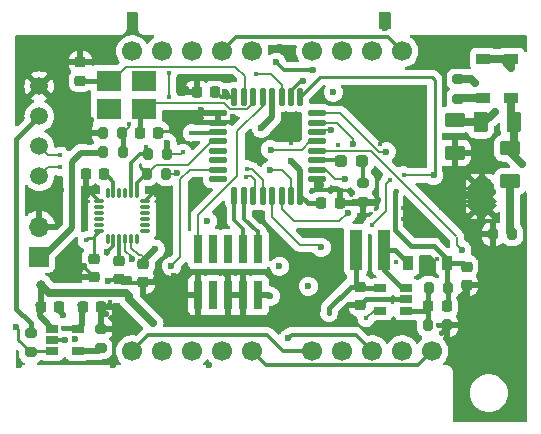
<source format=gbr>
%TF.GenerationSoftware,KiCad,Pcbnew,6.0.6-1.fc35*%
%TF.CreationDate,2022-07-26T21:01:35+02:00*%
%TF.ProjectId,Nixiewatch,4e697869-6577-4617-9463-682e6b696361,rev?*%
%TF.SameCoordinates,Original*%
%TF.FileFunction,Copper,L4,Bot*%
%TF.FilePolarity,Positive*%
%FSLAX46Y46*%
G04 Gerber Fmt 4.6, Leading zero omitted, Abs format (unit mm)*
G04 Created by KiCad (PCBNEW 6.0.6-1.fc35) date 2022-07-26 21:01:35*
%MOMM*%
%LPD*%
G01*
G04 APERTURE LIST*
G04 Aperture macros list*
%AMRoundRect*
0 Rectangle with rounded corners*
0 $1 Rounding radius*
0 $2 $3 $4 $5 $6 $7 $8 $9 X,Y pos of 4 corners*
0 Add a 4 corners polygon primitive as box body*
4,1,4,$2,$3,$4,$5,$6,$7,$8,$9,$2,$3,0*
0 Add four circle primitives for the rounded corners*
1,1,$1+$1,$2,$3*
1,1,$1+$1,$4,$5*
1,1,$1+$1,$6,$7*
1,1,$1+$1,$8,$9*
0 Add four rect primitives between the rounded corners*
20,1,$1+$1,$2,$3,$4,$5,0*
20,1,$1+$1,$4,$5,$6,$7,0*
20,1,$1+$1,$6,$7,$8,$9,0*
20,1,$1+$1,$8,$9,$2,$3,0*%
G04 Aperture macros list end*
%TA.AperFunction,ComponentPad*%
%ADD10C,1.700000*%
%TD*%
%TA.AperFunction,SMDPad,CuDef*%
%ADD11C,1.500000*%
%TD*%
%TA.AperFunction,SMDPad,CuDef*%
%ADD12RoundRect,0.200000X-0.275000X0.200000X-0.275000X-0.200000X0.275000X-0.200000X0.275000X0.200000X0*%
%TD*%
%TA.AperFunction,ComponentPad*%
%ADD13R,1.700000X1.700000*%
%TD*%
%TA.AperFunction,ComponentPad*%
%ADD14O,1.700000X1.700000*%
%TD*%
%TA.AperFunction,SMDPad,CuDef*%
%ADD15RoundRect,0.225000X-0.225000X-0.250000X0.225000X-0.250000X0.225000X0.250000X-0.225000X0.250000X0*%
%TD*%
%TA.AperFunction,SMDPad,CuDef*%
%ADD16RoundRect,0.200000X0.275000X-0.200000X0.275000X0.200000X-0.275000X0.200000X-0.275000X-0.200000X0*%
%TD*%
%TA.AperFunction,SMDPad,CuDef*%
%ADD17R,1.060000X0.650000*%
%TD*%
%TA.AperFunction,ComponentPad*%
%ADD18C,0.550000*%
%TD*%
%TA.AperFunction,SMDPad,CuDef*%
%ADD19RoundRect,0.249999X-0.575501X-1.172501X0.575501X-1.172501X0.575501X1.172501X-0.575501X1.172501X0*%
%TD*%
%TA.AperFunction,SMDPad,CuDef*%
%ADD20RoundRect,0.225000X-0.250000X0.225000X-0.250000X-0.225000X0.250000X-0.225000X0.250000X0.225000X0*%
%TD*%
%TA.AperFunction,SMDPad,CuDef*%
%ADD21RoundRect,0.225000X0.225000X0.250000X-0.225000X0.250000X-0.225000X-0.250000X0.225000X-0.250000X0*%
%TD*%
%TA.AperFunction,SMDPad,CuDef*%
%ADD22R,0.900000X1.200000*%
%TD*%
%TA.AperFunction,SMDPad,CuDef*%
%ADD23R,0.980000X3.400000*%
%TD*%
%TA.AperFunction,SMDPad,CuDef*%
%ADD24RoundRect,0.200000X0.200000X0.275000X-0.200000X0.275000X-0.200000X-0.275000X0.200000X-0.275000X0*%
%TD*%
%TA.AperFunction,SMDPad,CuDef*%
%ADD25RoundRect,0.200000X-0.200000X-0.275000X0.200000X-0.275000X0.200000X0.275000X-0.200000X0.275000X0*%
%TD*%
%TA.AperFunction,SMDPad,CuDef*%
%ADD26R,0.740000X2.400000*%
%TD*%
%TA.AperFunction,SMDPad,CuDef*%
%ADD27RoundRect,0.225000X0.250000X-0.225000X0.250000X0.225000X-0.250000X0.225000X-0.250000X-0.225000X0*%
%TD*%
%TA.AperFunction,SMDPad,CuDef*%
%ADD28RoundRect,0.237500X0.287500X0.237500X-0.287500X0.237500X-0.287500X-0.237500X0.287500X-0.237500X0*%
%TD*%
%TA.AperFunction,SMDPad,CuDef*%
%ADD29R,2.100000X1.800000*%
%TD*%
%TA.AperFunction,SMDPad,CuDef*%
%ADD30RoundRect,0.075000X0.350000X0.075000X-0.350000X0.075000X-0.350000X-0.075000X0.350000X-0.075000X0*%
%TD*%
%TA.AperFunction,SMDPad,CuDef*%
%ADD31RoundRect,0.075000X0.075000X-0.350000X0.075000X0.350000X-0.075000X0.350000X-0.075000X-0.350000X0*%
%TD*%
%TA.AperFunction,SMDPad,CuDef*%
%ADD32RoundRect,0.125000X-0.125000X0.625000X-0.125000X-0.625000X0.125000X-0.625000X0.125000X0.625000X0*%
%TD*%
%TA.AperFunction,SMDPad,CuDef*%
%ADD33RoundRect,0.125000X-0.625000X0.125000X-0.625000X-0.125000X0.625000X-0.125000X0.625000X0.125000X0*%
%TD*%
%TA.AperFunction,SMDPad,CuDef*%
%ADD34R,1.200000X0.900000*%
%TD*%
%TA.AperFunction,SMDPad,CuDef*%
%ADD35RoundRect,0.250000X0.375000X0.625000X-0.375000X0.625000X-0.375000X-0.625000X0.375000X-0.625000X0*%
%TD*%
%TA.AperFunction,SMDPad,CuDef*%
%ADD36RoundRect,0.250000X-0.625000X0.375000X-0.625000X-0.375000X0.625000X-0.375000X0.625000X0.375000X0*%
%TD*%
%TA.AperFunction,ViaPad*%
%ADD37C,0.600000*%
%TD*%
%TA.AperFunction,ViaPad*%
%ADD38C,0.450000*%
%TD*%
%TA.AperFunction,ViaPad*%
%ADD39C,0.800000*%
%TD*%
%TA.AperFunction,Conductor*%
%ADD40C,0.250000*%
%TD*%
%TA.AperFunction,Conductor*%
%ADD41C,0.200000*%
%TD*%
%TA.AperFunction,Conductor*%
%ADD42C,0.400000*%
%TD*%
%TA.AperFunction,Conductor*%
%ADD43C,0.500000*%
%TD*%
%TA.AperFunction,Conductor*%
%ADD44C,0.700000*%
%TD*%
%TA.AperFunction,Conductor*%
%ADD45C,0.300000*%
%TD*%
G04 APERTURE END LIST*
D10*
%TO.P,IC2,1,DIG1_E*%
%TO.N,Net-(IC2-Pad1)*%
X79492001Y-60794000D03*
%TO.P,IC2,2,DIG1_CA*%
%TO.N,Net-(IC2-Pad2)*%
X82032001Y-60794000D03*
%TO.P,IC2,3,DIG1_D*%
%TO.N,Net-(IC2-Pad3)*%
X84572001Y-60794000D03*
%TO.P,IC2,4,DIG1_C*%
%TO.N,Net-(IC2-Pad4)*%
X87112001Y-60794000D03*
%TO.P,IC2,5,DIG1_DP*%
%TO.N,Net-(IC2-Pad10)*%
X89652001Y-60794000D03*
%TO.P,IC2,6,DIG2_E*%
%TO.N,Net-(IC2-Pad1)*%
X94732001Y-60794000D03*
%TO.P,IC2,7,DIG2_CA*%
%TO.N,Net-(IC2-Pad7)*%
X97272001Y-60794000D03*
%TO.P,IC2,8,DIG2_D*%
%TO.N,Net-(IC2-Pad3)*%
X99812001Y-60794000D03*
%TO.P,IC2,9,DIG2_C*%
%TO.N,Net-(IC2-Pad4)*%
X102352001Y-60794000D03*
%TO.P,IC2,10,DIG2_DP*%
%TO.N,Net-(IC2-Pad10)*%
X104892001Y-60794000D03*
%TO.P,IC2,11,DIG2_B*%
%TO.N,Net-(IC2-Pad11)*%
X102352001Y-35394000D03*
%TO.P,IC2,12,DIG2_A*%
%TO.N,Net-(IC2-Pad12)*%
X99812001Y-35394000D03*
%TO.P,IC2,13,DIG2_F*%
%TO.N,Net-(IC2-Pad13)*%
X97272001Y-35394000D03*
%TO.P,IC2,14,DIG2_G*%
%TO.N,Net-(IC2-Pad14)*%
X94732001Y-35394000D03*
%TO.P,IC2,15*%
%TO.N,N/C*%
X89652001Y-35394000D03*
%TO.P,IC2,16,DIG1_B*%
%TO.N,Net-(IC2-Pad11)*%
X87112001Y-35394000D03*
%TO.P,IC2,17,DIG1_A*%
%TO.N,Net-(IC2-Pad12)*%
X84572001Y-35394000D03*
%TO.P,IC2,18,DIG1_F*%
%TO.N,Net-(IC2-Pad13)*%
X82032001Y-35394000D03*
%TO.P,IC2,19,DIG1_G*%
%TO.N,Net-(IC2-Pad14)*%
X79492001Y-35394000D03*
%TD*%
D11*
%TO.P,TP4,1,1*%
%TO.N,GND*%
X71628000Y-38354000D03*
%TD*%
%TO.P,TP3,1,1*%
%TO.N,/MCU/USB_P*%
X71628000Y-45974000D03*
%TD*%
%TO.P,TP2,1,1*%
%TO.N,/MCU/USB_N*%
X71628000Y-43434000D03*
%TD*%
%TO.P,TP1,1,1*%
%TO.N,+5V*%
X71628000Y-40894000D03*
%TD*%
D12*
%TO.P,R6,1*%
%TO.N,+5V*%
X70900000Y-59250000D03*
%TO.P,R6,2*%
%TO.N,/MCU/STAT*%
X70900000Y-60900000D03*
%TD*%
D13*
%TO.P,J1,1,Pin_1*%
%TO.N,+BATT*%
X71600000Y-52775000D03*
D14*
%TO.P,J1,2,Pin_2*%
%TO.N,GND*%
X71600000Y-50235000D03*
%TD*%
D15*
%TO.P,C8,1*%
%TO.N,+5V*%
X75295500Y-57040500D03*
%TO.P,C8,2*%
%TO.N,GND*%
X76845500Y-57040500D03*
%TD*%
%TO.P,C9,1*%
%TO.N,+BATT*%
X71739500Y-57040500D03*
%TO.P,C9,2*%
%TO.N,GND*%
X73289500Y-57040500D03*
%TD*%
D16*
%TO.P,R8,1*%
%TO.N,Net-(R8-Pad1)*%
X76832500Y-60546500D03*
%TO.P,R8,2*%
%TO.N,GND*%
X76832500Y-58896500D03*
%TD*%
D17*
%TO.P,U1,1,STAT*%
%TO.N,/MCU/STAT*%
X72684500Y-60784500D03*
%TO.P,U1,2,VSS*%
%TO.N,GND*%
X72684500Y-59834500D03*
%TO.P,U1,3,VBAT*%
%TO.N,+BATT*%
X72684500Y-58884500D03*
%TO.P,U1,4,VDD*%
%TO.N,+5V*%
X74884500Y-58884500D03*
%TO.P,U1,5,PROG*%
%TO.N,Net-(R8-Pad1)*%
X74884500Y-60784500D03*
%TD*%
D18*
%TO.P,IC1,17,GND*%
%TO.N,GND*%
X109635500Y-48837500D03*
X108534500Y-46542500D03*
D19*
X109085000Y-47690000D03*
D18*
X109635500Y-47690000D03*
X108534500Y-48837500D03*
X108534500Y-47690000D03*
X109635500Y-46542500D03*
%TD*%
D20*
%TO.P,C10,1*%
%TO.N,+BATT*%
X98800000Y-55325000D03*
%TO.P,C10,2*%
%TO.N,GND*%
X98800000Y-56875000D03*
%TD*%
D21*
%TO.P,C13,1*%
%TO.N,+12V*%
X106100000Y-57000000D03*
%TO.P,C13,2*%
%TO.N,Net-(C13-Pad2)*%
X104550000Y-57000000D03*
%TD*%
D20*
%TO.P,C14,1*%
%TO.N,+12V*%
X107800000Y-53625000D03*
%TO.P,C14,2*%
%TO.N,GND*%
X107800000Y-55175000D03*
%TD*%
D22*
%TO.P,D5,1,K*%
%TO.N,+12V*%
X106150000Y-53300000D03*
%TO.P,D5,2,A*%
%TO.N,Net-(D5-Pad2)*%
X102850000Y-53300000D03*
%TD*%
D23*
%TO.P,L2,1,1*%
%TO.N,+BATT*%
X98415000Y-52200000D03*
%TO.P,L2,2,2*%
%TO.N,Net-(D5-Pad2)*%
X100785000Y-52200000D03*
%TD*%
D24*
%TO.P,R10,1*%
%TO.N,+12V*%
X106225000Y-55400000D03*
%TO.P,R10,2*%
%TO.N,Net-(C13-Pad2)*%
X104575000Y-55400000D03*
%TD*%
D25*
%TO.P,R11,1*%
%TO.N,Net-(C13-Pad2)*%
X104500000Y-58600000D03*
%TO.P,R11,2*%
%TO.N,GND*%
X106150000Y-58600000D03*
%TD*%
D17*
%TO.P,U2,1,SW*%
%TO.N,Net-(D5-Pad2)*%
X102700000Y-55450000D03*
%TO.P,U2,2,GND*%
%TO.N,GND*%
X102700000Y-56400000D03*
%TO.P,U2,3,FB*%
%TO.N,Net-(C13-Pad2)*%
X102700000Y-57350000D03*
%TO.P,U2,4,EN*%
%TO.N,/PSU/HV_EN*%
X100500000Y-57350000D03*
%TO.P,U2,5,VIN*%
%TO.N,+BATT*%
X100500000Y-55450000D03*
%TD*%
D26*
%TO.P,J5,1,VTref*%
%TO.N,+3V3*%
X90170000Y-56052000D03*
%TO.P,J5,2,SWDIO/TMS*%
%TO.N,SWDIO*%
X90170000Y-52152000D03*
%TO.P,J5,3,GND*%
%TO.N,GND*%
X88900000Y-56052000D03*
%TO.P,J5,4,SWDCLK/TCK*%
%TO.N,SWCLK*%
X88900000Y-52152000D03*
%TO.P,J5,5,GND*%
%TO.N,GND*%
X87630000Y-56052000D03*
%TO.P,J5,6,SWO/TDO*%
%TO.N,unconnected-(J5-Pad6)*%
X87630000Y-52152000D03*
%TO.P,J5,7,KEY*%
%TO.N,unconnected-(J5-Pad7)*%
X86360000Y-56052000D03*
%TO.P,J5,8,NC/TDI*%
%TO.N,unconnected-(J5-Pad8)*%
X86360000Y-52152000D03*
%TO.P,J5,9,GNDDetect*%
%TO.N,GND*%
X85090000Y-56052000D03*
%TO.P,J5,10,~{RESET}*%
%TO.N,NRST*%
X85090000Y-52152000D03*
%TD*%
D20*
%TO.P,C23,1*%
%TO.N,+3V3*%
X76240000Y-52947000D03*
%TO.P,C23,2*%
%TO.N,GND*%
X76240000Y-54497000D03*
%TD*%
D21*
%TO.P,C24,1*%
%TO.N,Net-(C24-Pad1)*%
X77139000Y-45794000D03*
%TO.P,C24,2*%
%TO.N,GND*%
X75589000Y-45794000D03*
%TD*%
D15*
%TO.P,C20,1*%
%TO.N,Net-(C20-Pad1)*%
X80125000Y-42300000D03*
%TO.P,C20,2*%
%TO.N,GND*%
X81675000Y-42300000D03*
%TD*%
D27*
%TO.P,C19,1*%
%TO.N,Net-(C19-Pad1)*%
X75100000Y-37875000D03*
%TO.P,C19,2*%
%TO.N,GND*%
X75100000Y-36325000D03*
%TD*%
D20*
%TO.P,C21,1*%
%TO.N,+3V3*%
X80428000Y-53401000D03*
%TO.P,C21,2*%
%TO.N,GND*%
X80428000Y-54951000D03*
%TD*%
%TO.P,C22,1*%
%TO.N,Net-(C22-Pad1)*%
X78396000Y-53147000D03*
%TO.P,C22,2*%
%TO.N,GND*%
X78396000Y-54697000D03*
%TD*%
D28*
%TO.P,D6,1,K*%
%TO.N,Net-(D6-Pad1)*%
X98919000Y-44704000D03*
%TO.P,D6,2,A*%
%TO.N,Net-(D6-Pad2)*%
X97169000Y-44704000D03*
%TD*%
D16*
%TO.P,R14,1*%
%TO.N,GND*%
X99060000Y-48182000D03*
%TO.P,R14,2*%
%TO.N,Net-(D6-Pad1)*%
X99060000Y-46532000D03*
%TD*%
D24*
%TO.P,R12,1*%
%TO.N,+3V3*%
X82382000Y-45794000D03*
%TO.P,R12,2*%
%TO.N,SCL*%
X80732000Y-45794000D03*
%TD*%
D29*
%TO.P,Y1,1,1*%
%TO.N,Net-(C19-Pad1)*%
X77550000Y-37950000D03*
%TO.P,Y1,2,2*%
%TO.N,unconnected-(Y1-Pad2)*%
X80450000Y-37950000D03*
%TO.P,Y1,3,3*%
%TO.N,Net-(C20-Pad1)*%
X80450000Y-40250000D03*
%TO.P,Y1,4,4*%
%TO.N,unconnected-(Y1-Pad4)*%
X77550000Y-40250000D03*
%TD*%
D30*
%TO.P,U5,1,CLKIN*%
%TO.N,GND*%
X80600000Y-48100000D03*
%TO.P,U5,2*%
%TO.N,N/C*%
X80600000Y-48600000D03*
%TO.P,U5,3*%
X80600000Y-49100000D03*
%TO.P,U5,4*%
X80600000Y-49600000D03*
%TO.P,U5,5*%
X80600000Y-50100000D03*
%TO.P,U5,6,AUX_SDA*%
%TO.N,unconnected-(U5-Pad6)*%
X80600000Y-50600000D03*
D31*
%TO.P,U5,7,AUX_SCL*%
%TO.N,unconnected-(U5-Pad7)*%
X79900000Y-51300000D03*
%TO.P,U5,8,VDDIO*%
%TO.N,+3V3*%
X79400000Y-51300000D03*
%TO.P,U5,9,AD0*%
%TO.N,GND*%
X78900000Y-51300000D03*
%TO.P,U5,10,REGOUT*%
%TO.N,Net-(C22-Pad1)*%
X78400000Y-51300000D03*
%TO.P,U5,11,FSYNC*%
%TO.N,GND*%
X77900000Y-51300000D03*
%TO.P,U5,12,INT*%
%TO.N,unconnected-(U5-Pad12)*%
X77400000Y-51300000D03*
D30*
%TO.P,U5,13,VDD*%
%TO.N,+3V3*%
X76700000Y-50600000D03*
%TO.P,U5,14*%
%TO.N,N/C*%
X76700000Y-50100000D03*
%TO.P,U5,15*%
X76700000Y-49600000D03*
%TO.P,U5,16*%
X76700000Y-49100000D03*
%TO.P,U5,17*%
X76700000Y-48600000D03*
%TO.P,U5,18,GND*%
%TO.N,GND*%
X76700000Y-48100000D03*
D31*
%TO.P,U5,19*%
%TO.N,N/C*%
X77400000Y-47400000D03*
%TO.P,U5,20,CPOUT*%
%TO.N,Net-(C24-Pad1)*%
X77900000Y-47400000D03*
%TO.P,U5,21*%
%TO.N,N/C*%
X78400000Y-47400000D03*
%TO.P,U5,22*%
X78900000Y-47400000D03*
%TO.P,U5,23,SCL*%
%TO.N,SDA*%
X79400000Y-47400000D03*
%TO.P,U5,24,SDA*%
%TO.N,SCL*%
X79900000Y-47400000D03*
%TD*%
D15*
%TO.P,C15,1*%
%TO.N,+3V3*%
X95491000Y-48260000D03*
%TO.P,C15,2*%
%TO.N,GND*%
X97041000Y-48260000D03*
%TD*%
D21*
%TO.P,C16,1*%
%TO.N,+3V3*%
X86486000Y-38862000D03*
%TO.P,C16,2*%
%TO.N,GND*%
X84936000Y-38862000D03*
%TD*%
D32*
%TO.P,U6,1,VDD*%
%TO.N,+3V3*%
X88132000Y-39259000D03*
%TO.P,U6,2,PF0*%
%TO.N,Net-(C19-Pad1)*%
X88932000Y-39259000D03*
%TO.P,U6,3,PF1*%
%TO.N,Net-(C20-Pad1)*%
X89732000Y-39259000D03*
%TO.P,U6,4,NRST*%
%TO.N,NRST*%
X90532000Y-39259000D03*
%TO.P,U6,5,VDDA*%
%TO.N,+3V3*%
X91332000Y-39259000D03*
%TO.P,U6,6,PA0*%
%TO.N,/MCU/BAT*%
X92132000Y-39259000D03*
%TO.P,U6,7,PA1*%
%TO.N,/MCU/STAT*%
X92932000Y-39259000D03*
%TO.P,U6,8,PA2*%
%TO.N,/PSU/HV_EN*%
X93732000Y-39259000D03*
D33*
%TO.P,U6,9,PA3*%
%TO.N,nixie_b*%
X95107000Y-40634000D03*
%TO.P,U6,10,PA4*%
%TO.N,nixie_a*%
X95107000Y-41434000D03*
%TO.P,U6,11,PA5*%
%TO.N,nixie_f*%
X95107000Y-42234000D03*
%TO.P,U6,12,PA6*%
%TO.N,nixie_g*%
X95107000Y-43034000D03*
%TO.P,U6,13,PA7*%
%TO.N,nixie_dp*%
X95107000Y-43834000D03*
%TO.P,U6,14,PB0*%
%TO.N,Net-(D6-Pad2)*%
X95107000Y-44634000D03*
%TO.P,U6,15,PB1*%
%TO.N,nixie_c*%
X95107000Y-45434000D03*
%TO.P,U6,16,VSS*%
%TO.N,GND*%
X95107000Y-46234000D03*
D32*
%TO.P,U6,17,VDDIO2*%
%TO.N,+3V3*%
X93732000Y-47609000D03*
%TO.P,U6,18,PA8*%
%TO.N,nixie_1*%
X92932000Y-47609000D03*
%TO.P,U6,19,PA9*%
%TO.N,nixie_2*%
X92132000Y-47609000D03*
%TO.P,U6,20,PA10*%
%TO.N,nixie_d*%
X91332000Y-47609000D03*
%TO.P,U6,21,PA11*%
%TO.N,/MCU/USB_N*%
X90532000Y-47609000D03*
%TO.P,U6,22,PA12*%
%TO.N,/MCU/USB_P*%
X89732000Y-47609000D03*
%TO.P,U6,23,PA13*%
%TO.N,SWDIO*%
X88932000Y-47609000D03*
%TO.P,U6,24,PA14*%
%TO.N,SWCLK*%
X88132000Y-47609000D03*
D33*
%TO.P,U6,25,PA15*%
%TO.N,unconnected-(U6-Pad25)*%
X86757000Y-46234000D03*
%TO.P,U6,26,PB3*%
%TO.N,nixie_e*%
X86757000Y-45434000D03*
%TO.P,U6,27,PB4*%
%TO.N,unconnected-(U6-Pad27)*%
X86757000Y-44634000D03*
%TO.P,U6,28,PB5*%
%TO.N,unconnected-(U6-Pad28)*%
X86757000Y-43834000D03*
%TO.P,U6,29,PB6*%
%TO.N,SCL*%
X86757000Y-43034000D03*
%TO.P,U6,30,PB7*%
%TO.N,SDA*%
X86757000Y-42234000D03*
%TO.P,U6,31,PB8*%
%TO.N,GND*%
X86757000Y-41434000D03*
%TO.P,U6,32,VSSA*%
X86757000Y-40634000D03*
%TD*%
D34*
%TO.P,D2,1,K*%
%TO.N,Net-(C5-Pad2)*%
X109200000Y-36050000D03*
%TO.P,D2,2,A*%
%TO.N,Net-(D2-Pad2)*%
X109200000Y-39350000D03*
%TD*%
%TO.P,D3,1,K*%
%TO.N,VAA*%
X111600000Y-39350000D03*
%TO.P,D3,2,A*%
%TO.N,Net-(C5-Pad2)*%
X111600000Y-36050000D03*
%TD*%
D35*
%TO.P,C6,1*%
%TO.N,VAA*%
X111800000Y-41400000D03*
%TO.P,C6,2*%
%TO.N,Net-(C6-Pad2)*%
X109000000Y-41400000D03*
%TD*%
D36*
%TO.P,C7,1*%
%TO.N,Net-(C6-Pad2)*%
X106800000Y-41200000D03*
%TO.P,C7,2*%
%TO.N,GND*%
X106800000Y-44000000D03*
%TD*%
D24*
%TO.P,R4,1*%
%TO.N,Net-(IC1-Pad9)*%
X111674000Y-50890000D03*
%TO.P,R4,2*%
%TO.N,GND*%
X110024000Y-50890000D03*
%TD*%
D16*
%TO.P,R5,1*%
%TO.N,Net-(D2-Pad2)*%
X107100000Y-39425000D03*
%TO.P,R5,2*%
%TO.N,Net-(C6-Pad2)*%
X107100000Y-37775000D03*
%TD*%
D36*
%TO.P,R3,1*%
%TO.N,VAA*%
X111500000Y-43600000D03*
%TO.P,R3,2*%
%TO.N,Net-(IC1-Pad9)*%
X111500000Y-46400000D03*
%TD*%
D24*
%TO.P,R13,1*%
%TO.N,+3V3*%
X82465000Y-44122000D03*
%TO.P,R13,2*%
%TO.N,SDA*%
X80815000Y-44122000D03*
%TD*%
D25*
%TO.P,R31,1*%
%TO.N,+BATT*%
X77040000Y-43922000D03*
%TO.P,R31,2*%
%TO.N,/MCU/BAT*%
X78690000Y-43922000D03*
%TD*%
D24*
%TO.P,R32,1*%
%TO.N,/MCU/BAT*%
X78640000Y-42322000D03*
%TO.P,R32,2*%
%TO.N,GND*%
X76990000Y-42322000D03*
%TD*%
D37*
%TO.N,GND*%
X82484500Y-48134500D03*
X100284500Y-45734500D03*
X69884500Y-61934500D03*
X77884500Y-61934500D03*
%TO.N,/MCU/STAT*%
X69684500Y-58734500D03*
%TO.N,GND*%
X73484500Y-47134500D03*
X73684500Y-42134500D03*
X69884500Y-39734500D03*
X70284500Y-36734500D03*
X73588500Y-57686500D03*
%TO.N,/MCU/STAT*%
X93966500Y-37874500D03*
%TO.N,+BATT*%
X81280000Y-58420000D03*
D38*
%TO.N,/MCU/USB_N*%
X73406000Y-44196000D03*
%TO.N,/MCU/USB_P*%
X73406000Y-45212000D03*
%TO.N,GND*%
X77600000Y-56642000D03*
%TO.N,+5V*%
X73639002Y-58800000D03*
X70800000Y-58300000D03*
D39*
%TO.N,+BATT*%
X71800000Y-55200000D03*
D38*
%TO.N,GND*%
X105646056Y-59246056D03*
X92900000Y-43189330D03*
X102400000Y-49600000D03*
D37*
X108900000Y-49700000D03*
D38*
X102400000Y-48700000D03*
D37*
X79431561Y-52944748D03*
X102000000Y-59000000D03*
X76000000Y-41200000D03*
X103000000Y-45000000D03*
X109000000Y-61000000D03*
X90000000Y-44000000D03*
D38*
X108899500Y-55300000D03*
D37*
X77301523Y-57666415D03*
X81444000Y-47079979D03*
X108500000Y-51800000D03*
X111000000Y-61000000D03*
X75000000Y-35000000D03*
X100330000Y-48006000D03*
X84069023Y-38569023D03*
X95504000Y-46736000D03*
X109300000Y-52600000D03*
X77440000Y-54864000D03*
X104000000Y-35000000D03*
X108100000Y-34500000D03*
D38*
X101610885Y-56383155D03*
D37*
X77380000Y-52398000D03*
D38*
X99800000Y-56400000D03*
D37*
X93000000Y-56000000D03*
X73000000Y-35000000D03*
D38*
X101800000Y-53200000D03*
D37*
X85344000Y-40386000D03*
X111684500Y-56334500D03*
X77000000Y-35000000D03*
X75900000Y-43100000D03*
X107000000Y-61000000D03*
X75602000Y-47079979D03*
X92000000Y-35000000D03*
D38*
X107240031Y-56114609D03*
D37*
X83000000Y-54400000D03*
X85344000Y-54102000D03*
X73784500Y-59834500D03*
X111684500Y-59534500D03*
X111700000Y-34600000D03*
D38*
X96900000Y-43309500D03*
D37*
X88000000Y-41000000D03*
X81500000Y-54800000D03*
D38*
X105400000Y-58600000D03*
X105275498Y-53000000D03*
D37*
X87122000Y-49022000D03*
X71000000Y-35000000D03*
D38*
X104000000Y-43600000D03*
D37*
X82000000Y-50000000D03*
X86000000Y-62000000D03*
D38*
X100449580Y-43250421D03*
D37*
X109100000Y-45400000D03*
X112284500Y-55134500D03*
D38*
X99600000Y-53100000D03*
X85200000Y-41400000D03*
D37*
X100884500Y-33400000D03*
X79500000Y-33300000D03*
X85000000Y-47000000D03*
X75379680Y-53562399D03*
D38*
%TO.N,+12V*%
X101800000Y-47200000D03*
D37*
%TO.N,Net-(C5-Pad2)*%
X111600000Y-36800000D03*
%TO.N,Net-(C6-Pad2)*%
X108500000Y-38100000D03*
X110200000Y-40500000D03*
%TO.N,VAA*%
X94400000Y-55300000D03*
X85852000Y-49784000D03*
X112500000Y-44900000D03*
X91948000Y-53594000D03*
%TO.N,Net-(IC1-Pad9)*%
X111496007Y-50092869D03*
D38*
%TO.N,+BATT*%
X96150047Y-57596959D03*
D37*
%TO.N,+3V3*%
X74676000Y-59718500D03*
X81444000Y-52144000D03*
X90424000Y-41910000D03*
X91186000Y-56134000D03*
D38*
X83820000Y-43957979D03*
D37*
X82440000Y-43122000D03*
X92964000Y-44704000D03*
X83274924Y-45671254D03*
X87376000Y-38862000D03*
D38*
X75602000Y-51382000D03*
%TO.N,/PSU/HV_EN*%
X101300000Y-46300000D03*
X102464804Y-45835196D03*
D37*
X105021000Y-45912000D03*
D38*
X99770878Y-50129122D03*
X99300000Y-58000000D03*
D37*
%TO.N,Net-(IC2-Pad13)*%
X91694000Y-36322000D03*
X94756333Y-36991990D03*
%TO.N,Net-(IC2-Pad3)*%
X92710000Y-59690000D03*
D38*
%TO.N,SDA*%
X80682000Y-43508000D03*
X84500000Y-42300000D03*
D37*
%TO.N,nixie_g*%
X91198944Y-43713830D03*
%TO.N,nixie_f*%
X96300000Y-42100000D03*
%TO.N,nixie_e*%
X82804000Y-53594000D03*
%TO.N,nixie_d*%
X95500000Y-52000000D03*
%TO.N,nixie_c*%
X97536000Y-46228000D03*
%TO.N,nixie_b*%
X101000000Y-43900000D03*
%TO.N,nixie_a*%
X98172868Y-43211525D03*
%TO.N,nixie_dp*%
X107400000Y-52200000D03*
%TO.N,nixie_1*%
X91186000Y-45466000D03*
%TO.N,nixie_2*%
X97723203Y-49093584D03*
D38*
%TO.N,/MCU/USB_P*%
X89154000Y-46070000D03*
%TO.N,/MCU/USB_N*%
X89175239Y-45348761D03*
D37*
%TO.N,Net-(Q7-Pad2)*%
X96520000Y-38862000D03*
D38*
%TO.N,/MCU/BAT*%
X82600000Y-39261500D03*
X82600000Y-37224500D03*
X90000000Y-37300000D03*
X79189388Y-41518571D03*
%TD*%
D40*
%TO.N,/MCU/STAT*%
X69836500Y-59836500D02*
X69836500Y-58886500D01*
X69836500Y-58886500D02*
X69684500Y-58734500D01*
D41*
%TO.N,/MCU/USB_N*%
X73406000Y-44196000D02*
X72390000Y-44196000D01*
X72390000Y-44196000D02*
X71628000Y-43434000D01*
%TO.N,/MCU/USB_P*%
X73406000Y-45212000D02*
X72390000Y-45212000D01*
X72390000Y-45212000D02*
X71628000Y-45974000D01*
D42*
%TO.N,+5V*%
X71628000Y-40894000D02*
X69684500Y-42837500D01*
X69684500Y-57184500D02*
X70800000Y-58300000D01*
X69684500Y-42837500D02*
X69684500Y-57184500D01*
D43*
%TO.N,+BATT*%
X77040000Y-43922000D02*
X76962000Y-44000000D01*
X74408500Y-50320500D02*
X71954000Y-52775000D01*
X76962000Y-44000000D02*
X75141000Y-44000000D01*
X71954000Y-52775000D02*
X71600000Y-52775000D01*
X75141000Y-44000000D02*
X74408500Y-44732500D01*
X74408500Y-44732500D02*
X74408500Y-50320500D01*
D42*
%TO.N,GND*%
X73289500Y-57387500D02*
X73588500Y-57686500D01*
X73289500Y-57040500D02*
X73289500Y-57387500D01*
D40*
%TO.N,/MCU/STAT*%
X70900000Y-60900000D02*
X69836500Y-59836500D01*
X93966500Y-37874500D02*
X93730104Y-37874500D01*
X93730104Y-37874500D02*
X92932000Y-38672604D01*
X92932000Y-38672604D02*
X92932000Y-39259000D01*
D44*
%TO.N,+BATT*%
X79248000Y-56134000D02*
X78981000Y-55867000D01*
X78981000Y-55867000D02*
X72467000Y-55867000D01*
X72467000Y-55867000D02*
X71800000Y-55200000D01*
D45*
%TO.N,GND*%
X77440000Y-54864000D02*
X77507000Y-54797000D01*
X77507000Y-54797000D02*
X78396000Y-54797000D01*
X81249000Y-55051000D02*
X81500000Y-54800000D01*
X78396000Y-54797000D02*
X78650000Y-55051000D01*
X78650000Y-55051000D02*
X81249000Y-55051000D01*
D40*
X77600000Y-56642000D02*
X77201500Y-57040500D01*
X77201500Y-57040500D02*
X76845500Y-57040500D01*
D44*
%TO.N,+BATT*%
X79248000Y-56388000D02*
X79248000Y-56134000D01*
X81280000Y-58420000D02*
X79248000Y-56388000D01*
D42*
%TO.N,+5V*%
X70900000Y-59250000D02*
X70900000Y-58400000D01*
D40*
X70900000Y-58400000D02*
X70800000Y-58300000D01*
D42*
X73639002Y-58800000D02*
X74800000Y-58800000D01*
D40*
X74800000Y-58800000D02*
X74884500Y-58884500D01*
%TO.N,/MCU/STAT*%
X72684500Y-60784500D02*
X71015500Y-60784500D01*
X71015500Y-60784500D02*
X70900000Y-60900000D01*
D43*
%TO.N,+BATT*%
X71800000Y-55200000D02*
X71800000Y-56980000D01*
X71800000Y-56980000D02*
X71739500Y-57040500D01*
D45*
%TO.N,GND*%
X76945500Y-58733500D02*
X76832500Y-58846500D01*
X76945500Y-57040500D02*
X76945500Y-58733500D01*
X72684500Y-59834500D02*
X73784500Y-59834500D01*
X77900000Y-51878000D02*
X77380000Y-52398000D01*
D41*
X78900000Y-52265844D02*
X79431561Y-52797405D01*
D42*
X106150000Y-58742112D02*
X105646056Y-59246056D01*
D45*
X87180000Y-54102000D02*
X85344000Y-54102000D01*
D42*
X99060000Y-48232000D02*
X100104000Y-48232000D01*
D45*
X86757000Y-41434000D02*
X85234000Y-41434000D01*
X80600000Y-48100000D02*
X81444000Y-47256000D01*
D42*
X99275000Y-56400000D02*
X98800000Y-56875000D01*
D45*
X77900000Y-51300000D02*
X77900000Y-51878000D01*
X85090000Y-54356000D02*
X85090000Y-56052000D01*
D42*
X106150000Y-58600000D02*
X106150000Y-58742112D01*
D45*
X76700000Y-48100000D02*
X75679979Y-47079979D01*
X87630000Y-56052000D02*
X87630000Y-54552000D01*
D42*
X99032000Y-48260000D02*
X99060000Y-48232000D01*
X102700000Y-56400000D02*
X99275000Y-56400000D01*
X84074000Y-38862000D02*
X84836000Y-38862000D01*
D45*
X81444000Y-47256000D02*
X81444000Y-47079979D01*
D42*
X84069023Y-38569023D02*
X84069023Y-38857023D01*
X84069023Y-38857023D02*
X84074000Y-38862000D01*
D45*
X85344000Y-54102000D02*
X85090000Y-54356000D01*
X87630000Y-54552000D02*
X87180000Y-54102000D01*
D42*
X107800000Y-55175000D02*
X108774500Y-55175000D01*
D45*
X75679979Y-47079979D02*
X75602000Y-47079979D01*
X85234000Y-41434000D02*
X85200000Y-41400000D01*
D42*
X97141000Y-48260000D02*
X99032000Y-48260000D01*
D40*
X75379680Y-53636680D02*
X76240000Y-54497000D01*
D42*
X107800000Y-55554640D02*
X107240031Y-56114609D01*
X102700000Y-56400000D02*
X101627730Y-56400000D01*
X95107000Y-46339000D02*
X95504000Y-46736000D01*
X101627730Y-56400000D02*
X101610885Y-56383155D01*
D45*
X88900000Y-56052000D02*
X87630000Y-56052000D01*
D42*
X95107000Y-46234000D02*
X95107000Y-46339000D01*
X108774500Y-55175000D02*
X108899500Y-55300000D01*
D41*
X78900000Y-51300000D02*
X78900000Y-52265844D01*
D42*
X107800000Y-55175000D02*
X107800000Y-55554640D01*
X106150000Y-58600000D02*
X105400000Y-58600000D01*
D41*
X79431561Y-52797405D02*
X79431561Y-52944748D01*
D42*
X86757000Y-40634000D02*
X85592000Y-40634000D01*
X100104000Y-48232000D02*
X100330000Y-48006000D01*
D40*
X75379680Y-53562399D02*
X75379680Y-53636680D01*
D42*
X85592000Y-40634000D02*
X85344000Y-40386000D01*
D45*
X86007000Y-41434000D02*
X86757000Y-41434000D01*
D42*
%TO.N,+12V*%
X106150000Y-53300000D02*
X107475000Y-53300000D01*
X105059382Y-51900000D02*
X103100000Y-51900000D01*
X101700000Y-47300000D02*
X101800000Y-47200000D01*
X101700000Y-49600000D02*
X101700000Y-47300000D01*
X106150000Y-52990618D02*
X105059382Y-51900000D01*
X106150000Y-53300000D02*
X106150000Y-52990618D01*
X101700000Y-50500000D02*
X101700000Y-49600000D01*
X106150000Y-55325000D02*
X106225000Y-55400000D01*
X106225000Y-56875000D02*
X106100000Y-57000000D01*
X106225000Y-55400000D02*
X106225000Y-56875000D01*
X107475000Y-53300000D02*
X107800000Y-53625000D01*
X106150000Y-53300000D02*
X106150000Y-55325000D01*
X103100000Y-51900000D02*
X101700000Y-50500000D01*
D44*
%TO.N,Net-(C5-Pad2)*%
X111600000Y-36800000D02*
X111600000Y-36050000D01*
X109200000Y-36050000D02*
X110850000Y-36050000D01*
X110850000Y-36050000D02*
X111600000Y-36800000D01*
%TO.N,Net-(C6-Pad2)*%
X108175000Y-37775000D02*
X108500000Y-38100000D01*
X109000000Y-41400000D02*
X109300000Y-41400000D01*
X109300000Y-41400000D02*
X110200000Y-40500000D01*
X107100000Y-37775000D02*
X108175000Y-37775000D01*
X109000000Y-41400000D02*
X107000000Y-41400000D01*
X107000000Y-41400000D02*
X106800000Y-41200000D01*
%TO.N,VAA*%
X111600000Y-39350000D02*
X111600000Y-41200000D01*
X111500000Y-43900000D02*
X112500000Y-44900000D01*
X111500000Y-43600000D02*
X111500000Y-43900000D01*
X111800000Y-41400000D02*
X111800000Y-43300000D01*
X111800000Y-43300000D02*
X111500000Y-43600000D01*
X111600000Y-41200000D02*
X111800000Y-41400000D01*
%TO.N,Net-(D2-Pad2)*%
X109200000Y-39350000D02*
X107175000Y-39350000D01*
X107175000Y-39350000D02*
X107100000Y-39425000D01*
%TO.N,Net-(IC1-Pad9)*%
X111500000Y-50716000D02*
X111674000Y-50890000D01*
X111500000Y-46400000D02*
X111500000Y-50716000D01*
D43*
%TO.N,+5V*%
X75195500Y-58573500D02*
X74884500Y-58884500D01*
X75054500Y-56899500D02*
X75195500Y-57040500D01*
X75195500Y-57040500D02*
X75195500Y-58573500D01*
%TO.N,+BATT*%
X71639500Y-57040500D02*
X71639500Y-57839500D01*
X71516280Y-56917280D02*
X71639500Y-57040500D01*
X72160500Y-58360500D02*
X72684500Y-58884500D01*
X71639500Y-57839500D02*
X72160500Y-58360500D01*
D42*
X98415000Y-54940000D02*
X98800000Y-55325000D01*
X98800000Y-55325000D02*
X97975000Y-55325000D01*
X98415000Y-52200000D02*
X98415000Y-54940000D01*
X97975000Y-55325000D02*
X96150047Y-57149953D01*
X96150047Y-57149953D02*
X96150047Y-57596959D01*
X100500000Y-55450000D02*
X98925000Y-55450000D01*
X98925000Y-55450000D02*
X98800000Y-55325000D01*
D45*
%TO.N,+3V3*%
X87487000Y-39259000D02*
X86983000Y-39259000D01*
D43*
X87487000Y-38973000D02*
X87376000Y-38862000D01*
X80428000Y-53160000D02*
X81444000Y-52144000D01*
D41*
X82465000Y-44122000D02*
X83655979Y-44122000D01*
D40*
X76240000Y-51222000D02*
X76240000Y-51060000D01*
X76240000Y-52947000D02*
X76240000Y-51222000D01*
D45*
X86983000Y-39259000D02*
X86586000Y-38862000D01*
D43*
X87487000Y-39259000D02*
X87487000Y-38973000D01*
X91104000Y-56052000D02*
X91186000Y-56134000D01*
X82432000Y-43130000D02*
X82432000Y-43622000D01*
D45*
X88132000Y-39259000D02*
X87487000Y-39259000D01*
D40*
X75762000Y-51222000D02*
X75602000Y-51382000D01*
D41*
X79400000Y-51300000D02*
X79400000Y-52025183D01*
D43*
X90170000Y-56052000D02*
X91104000Y-56052000D01*
D40*
X76240000Y-51222000D02*
X75762000Y-51222000D01*
X76240000Y-51060000D02*
X76700000Y-50600000D01*
D41*
X80308746Y-52656746D02*
X80428000Y-52776000D01*
D42*
X94383000Y-48260000D02*
X93732000Y-47609000D01*
D41*
X80031563Y-52656746D02*
X80308746Y-52656746D01*
X83655979Y-44122000D02*
X83820000Y-43957979D01*
X83152178Y-45794000D02*
X83274924Y-45671254D01*
D43*
X93732000Y-47609000D02*
X93732000Y-45472000D01*
X80428000Y-53301000D02*
X80428000Y-53160000D01*
D42*
X95391000Y-48260000D02*
X94383000Y-48260000D01*
D43*
X91332000Y-39259000D02*
X91332000Y-41002000D01*
D41*
X80428000Y-52776000D02*
X80428000Y-53301000D01*
X82382000Y-45794000D02*
X83152178Y-45794000D01*
X79400000Y-52025183D02*
X80031563Y-52656746D01*
D43*
X91332000Y-41002000D02*
X90424000Y-41910000D01*
X93732000Y-45472000D02*
X92964000Y-44704000D01*
D42*
%TO.N,Net-(C13-Pad2)*%
X104200000Y-57350000D02*
X102700000Y-57350000D01*
X104550000Y-57000000D02*
X104200000Y-57350000D01*
X104550000Y-57000000D02*
X104550000Y-55425000D01*
X104500000Y-57050000D02*
X104550000Y-57000000D01*
X104500000Y-58600000D02*
X104500000Y-57050000D01*
X104550000Y-55425000D02*
X104575000Y-55400000D01*
%TO.N,Net-(D5-Pad2)*%
X101750000Y-52200000D02*
X102850000Y-53300000D01*
X102350000Y-55450000D02*
X100785000Y-53885000D01*
X102700000Y-55450000D02*
X102350000Y-55450000D01*
X100785000Y-52200000D02*
X101750000Y-52200000D01*
X100785000Y-53885000D02*
X100785000Y-52200000D01*
D41*
%TO.N,/PSU/HV_EN*%
X101000000Y-48900000D02*
X101000000Y-48700000D01*
X102464804Y-45835196D02*
X102541608Y-45912000D01*
D40*
X93732000Y-39259000D02*
X95391000Y-37600000D01*
D41*
X102541608Y-45912000D02*
X105021000Y-45912000D01*
X101000000Y-46600000D02*
X101300000Y-46300000D01*
X99950000Y-57350000D02*
X99300000Y-58000000D01*
X100500000Y-57350000D02*
X99950000Y-57350000D01*
D40*
X95391000Y-37600000D02*
X104900000Y-37600000D01*
X105100000Y-37800000D02*
X105100000Y-45833000D01*
D41*
X99770878Y-50129122D02*
X101000000Y-48900000D01*
D40*
X104900000Y-37600000D02*
X105100000Y-37800000D01*
X105100000Y-45833000D02*
X105021000Y-45912000D01*
D41*
X101000000Y-48700000D02*
X101000000Y-46600000D01*
D43*
%TO.N,Net-(R8-Pad1)*%
X74884500Y-60784500D02*
X76644500Y-60784500D01*
X76644500Y-60784500D02*
X76832500Y-60596500D01*
D45*
%TO.N,Net-(IC2-Pad13)*%
X91694000Y-36322000D02*
X92363990Y-36991990D01*
X92363990Y-36991990D02*
X94756333Y-36991990D01*
%TO.N,Net-(IC2-Pad11)*%
X87112001Y-35394000D02*
X88312002Y-34193999D01*
X101502002Y-34544001D02*
X102352001Y-35394000D01*
X88312002Y-34193999D02*
X101152000Y-34193999D01*
X101152000Y-34193999D02*
X101502002Y-34544001D01*
%TO.N,Net-(IC2-Pad10)*%
X103692000Y-61994001D02*
X104042002Y-61643999D01*
X90852002Y-61994001D02*
X103692000Y-61994001D01*
X104042002Y-61643999D02*
X104892001Y-60794000D01*
X89652001Y-60794000D02*
X90852002Y-61994001D01*
%TO.N,Net-(IC2-Pad3)*%
X98408002Y-59390001D02*
X98962002Y-59944001D01*
X92710000Y-59690000D02*
X93009999Y-59390001D01*
X98962002Y-59944001D02*
X99812001Y-60794000D01*
X93009999Y-59390001D02*
X98408002Y-59390001D01*
%TO.N,Net-(IC2-Pad1)*%
X94732001Y-60794000D02*
X92290000Y-60794000D01*
X80850001Y-59436000D02*
X79492001Y-60794000D01*
X90932000Y-59436000D02*
X80850001Y-59436000D01*
X92290000Y-60794000D02*
X90932000Y-59436000D01*
D42*
%TO.N,Net-(C19-Pad1)*%
X75175000Y-37950000D02*
X75100000Y-37875000D01*
D41*
X88200000Y-36700000D02*
X89000000Y-37500000D01*
D42*
X77550000Y-37950000D02*
X75175000Y-37950000D01*
D41*
X77550000Y-37950000D02*
X77700000Y-37950000D01*
X77700000Y-37950000D02*
X78950000Y-36700000D01*
X89000000Y-39191000D02*
X88932000Y-39259000D01*
X89000000Y-37500000D02*
X89000000Y-39191000D01*
X78950000Y-36700000D02*
X88200000Y-36700000D01*
%TO.N,Net-(C20-Pad1)*%
X87260041Y-39786000D02*
X80914000Y-39786000D01*
X89732000Y-39259000D02*
X89732000Y-39810041D01*
D42*
X80125000Y-40575000D02*
X80450000Y-40250000D01*
D41*
X87783041Y-40309000D02*
X87260041Y-39786000D01*
X89732000Y-39810041D02*
X89233041Y-40309000D01*
X89233041Y-40309000D02*
X87783041Y-40309000D01*
D42*
X80125000Y-42300000D02*
X80125000Y-40575000D01*
D41*
X80914000Y-39786000D02*
X80450000Y-40250000D01*
D45*
%TO.N,Net-(C22-Pad1)*%
X78400000Y-51300000D02*
X78400000Y-53043000D01*
X78400000Y-53043000D02*
X78396000Y-53047000D01*
%TO.N,Net-(C24-Pad1)*%
X77900000Y-46455000D02*
X77239000Y-45794000D01*
X77900000Y-47400000D02*
X77900000Y-46455000D01*
%TO.N,Net-(D6-Pad2)*%
X95107000Y-44634000D02*
X97099000Y-44634000D01*
X97099000Y-44634000D02*
X97169000Y-44704000D01*
%TO.N,Net-(D6-Pad1)*%
X99060000Y-44845000D02*
X98919000Y-44704000D01*
X99060000Y-46482000D02*
X99060000Y-44845000D01*
%TO.N,SDA*%
X79400000Y-47400000D02*
X79400000Y-44848827D01*
X84500000Y-42300000D02*
X86691000Y-42300000D01*
X80682000Y-43622000D02*
X80682000Y-43508000D01*
X80682000Y-44016000D02*
X80682000Y-43622000D01*
X86691000Y-42300000D02*
X86757000Y-42234000D01*
X80126827Y-44122000D02*
X80815000Y-44122000D01*
X79400000Y-44848827D02*
X80126827Y-44122000D01*
D41*
%TO.N,SCL*%
X80732000Y-45768000D02*
X80732000Y-45794000D01*
D40*
X80140000Y-45202000D02*
X80732000Y-45794000D01*
D41*
X81500000Y-45000000D02*
X80732000Y-45768000D01*
X86757000Y-43034000D02*
X86205959Y-43034000D01*
D40*
X80140000Y-44922000D02*
X80140000Y-45202000D01*
D41*
X86205959Y-43034000D02*
X84239959Y-45000000D01*
D45*
X79900000Y-46576000D02*
X80682000Y-45794000D01*
D41*
X84239959Y-45000000D02*
X81500000Y-45000000D01*
D45*
X79900000Y-47400000D02*
X79900000Y-46576000D01*
D41*
%TO.N,NRST*%
X88392000Y-42164000D02*
X88392000Y-45950056D01*
X88392000Y-45950056D02*
X85090000Y-49252056D01*
X90532000Y-39259000D02*
X90532000Y-40024000D01*
X85090000Y-49252056D02*
X85090000Y-52152000D01*
X90532000Y-40024000D02*
X88392000Y-42164000D01*
D45*
%TO.N,SWCLK*%
X88900000Y-50471500D02*
X88900000Y-50652000D01*
X88900000Y-50652000D02*
X88900000Y-52152000D01*
X88132000Y-47609000D02*
X88132000Y-49703500D01*
X88132000Y-49703500D02*
X88900000Y-50471500D01*
%TO.N,SWDIO*%
X88932000Y-47609000D02*
X88932000Y-49562000D01*
X88932000Y-49562000D02*
X90022000Y-50652000D01*
X90170000Y-50652000D02*
X90170000Y-52152000D01*
X90022000Y-50652000D02*
X90170000Y-50652000D01*
D41*
%TO.N,nixie_g*%
X94555959Y-43034000D02*
X95107000Y-43034000D01*
X93876129Y-43713830D02*
X94555959Y-43034000D01*
X91198944Y-43713830D02*
X93876129Y-43713830D01*
%TO.N,nixie_f*%
X95241000Y-42100000D02*
X95107000Y-42234000D01*
X96300000Y-42100000D02*
X95241000Y-42100000D01*
%TO.N,nixie_e*%
X83566000Y-52832000D02*
X82804000Y-53594000D01*
X83566000Y-46228000D02*
X83566000Y-52832000D01*
X84360000Y-45434000D02*
X83566000Y-46228000D01*
X86757000Y-45434000D02*
X84360000Y-45434000D01*
%TO.N,nixie_d*%
X93726000Y-51816000D02*
X91332000Y-49422000D01*
X95500000Y-52000000D02*
X95316000Y-51816000D01*
X91332000Y-49422000D02*
X91332000Y-47609000D01*
X95316000Y-51816000D02*
X93726000Y-51816000D01*
%TO.N,nixie_c*%
X95857000Y-45434000D02*
X96651000Y-46228000D01*
X96651000Y-46228000D02*
X97536000Y-46228000D01*
X95107000Y-45434000D02*
X95857000Y-45434000D01*
%TO.N,nixie_b*%
X101000000Y-43900000D02*
X100357403Y-43900000D01*
X100357403Y-43900000D02*
X97091403Y-40634000D01*
X97091403Y-40634000D02*
X95107000Y-40634000D01*
%TO.N,nixie_a*%
X98172868Y-43211525D02*
X98172868Y-42800868D01*
X96806000Y-41434000D02*
X95107000Y-41434000D01*
X98172868Y-42800868D02*
X96806000Y-41434000D01*
%TO.N,nixie_dp*%
X99721852Y-43834000D02*
X106941852Y-51054000D01*
X106991852Y-51791852D02*
X106991852Y-51110000D01*
X107400000Y-52200000D02*
X106991852Y-51791852D01*
X95107000Y-43834000D02*
X99721852Y-43834000D01*
%TO.N,nixie_1*%
X92202000Y-45466000D02*
X91186000Y-45466000D01*
X92932000Y-46196000D02*
X92202000Y-45466000D01*
X92932000Y-47609000D02*
X92932000Y-46196000D01*
%TO.N,nixie_2*%
X92202000Y-47679000D02*
X92132000Y-47609000D01*
X97723203Y-49093584D02*
X97032787Y-49784000D01*
X92202000Y-48768000D02*
X92202000Y-47679000D01*
X97032787Y-49784000D02*
X93218000Y-49784000D01*
X93218000Y-49784000D02*
X92202000Y-48768000D01*
%TO.N,/MCU/USB_P*%
X89907000Y-46283200D02*
X89568800Y-45945000D01*
X89568800Y-45945000D02*
X89279000Y-45945000D01*
X89732000Y-47609000D02*
X89907000Y-47434000D01*
X89907000Y-47434000D02*
X89907000Y-46283200D01*
X89279000Y-45945000D02*
X89154000Y-46070000D01*
%TO.N,/MCU/USB_N*%
X89608961Y-45348761D02*
X89493437Y-45348761D01*
X89493437Y-45348761D02*
X89175239Y-45348761D01*
X90532000Y-47609000D02*
X90532000Y-46271800D01*
X90532000Y-46271800D02*
X89608961Y-45348761D01*
D42*
%TO.N,/MCU/BAT*%
X78690000Y-42372000D02*
X78640000Y-42322000D01*
D41*
X92132000Y-39259000D02*
X92132000Y-38232000D01*
X92132000Y-38232000D02*
X91200000Y-37300000D01*
X82600000Y-37224500D02*
X82600000Y-38800000D01*
X91200000Y-37300000D02*
X90000000Y-37300000D01*
D42*
X78690000Y-43922000D02*
X78690000Y-42372000D01*
D41*
X82600000Y-38800000D02*
X82600000Y-39261500D01*
X79189388Y-41772612D02*
X78640000Y-42322000D01*
X79189388Y-41518571D02*
X79189388Y-41772612D01*
%TD*%
%TA.AperFunction,Conductor*%
%TO.N,GND*%
G36*
X110584532Y-41433736D02*
G01*
X110641368Y-41476283D01*
X110666179Y-41542803D01*
X110666500Y-41551792D01*
X110666500Y-42075400D01*
X110666837Y-42078646D01*
X110666837Y-42078650D01*
X110673375Y-42141658D01*
X110677474Y-42181166D01*
X110679655Y-42187702D01*
X110679655Y-42187704D01*
X110730695Y-42340689D01*
X110733279Y-42411638D01*
X110697096Y-42472722D01*
X110651048Y-42500088D01*
X110558007Y-42531130D01*
X110558005Y-42531131D01*
X110551054Y-42533450D01*
X110400652Y-42626522D01*
X110275695Y-42751697D01*
X110271855Y-42757927D01*
X110271854Y-42757928D01*
X110186950Y-42895668D01*
X110182885Y-42902262D01*
X110170865Y-42938501D01*
X110138082Y-43037341D01*
X110127203Y-43070139D01*
X110116500Y-43174600D01*
X110116500Y-44025400D01*
X110116837Y-44028646D01*
X110116837Y-44028650D01*
X110125166Y-44108920D01*
X110127474Y-44131166D01*
X110129655Y-44137702D01*
X110129655Y-44137704D01*
X110171786Y-44263985D01*
X110183450Y-44298946D01*
X110276522Y-44449348D01*
X110281704Y-44454521D01*
X110296532Y-44469323D01*
X110401697Y-44574305D01*
X110407927Y-44578145D01*
X110407928Y-44578146D01*
X110545773Y-44663115D01*
X110552262Y-44667115D01*
X110607161Y-44685324D01*
X110713611Y-44720632D01*
X110713613Y-44720632D01*
X110720139Y-44722797D01*
X110726975Y-44723497D01*
X110726978Y-44723498D01*
X110766499Y-44727547D01*
X110824600Y-44733500D01*
X111067207Y-44733500D01*
X111135328Y-44753502D01*
X111156303Y-44770405D01*
X111437302Y-45051405D01*
X111471327Y-45113717D01*
X111466262Y-45184533D01*
X111423715Y-45241368D01*
X111357195Y-45266179D01*
X111348206Y-45266500D01*
X110824600Y-45266500D01*
X110821354Y-45266837D01*
X110821350Y-45266837D01*
X110725692Y-45276762D01*
X110725688Y-45276763D01*
X110718834Y-45277474D01*
X110712298Y-45279655D01*
X110712296Y-45279655D01*
X110580194Y-45323728D01*
X110551054Y-45333450D01*
X110400652Y-45426522D01*
X110275695Y-45551697D01*
X110271855Y-45557927D01*
X110271854Y-45557928D01*
X110203357Y-45669051D01*
X110182885Y-45702262D01*
X110175313Y-45725091D01*
X110164907Y-45756464D01*
X110124476Y-45814824D01*
X110058912Y-45842061D01*
X109992064Y-45830992D01*
X109976077Y-45823537D01*
X109821791Y-45772362D01*
X109808415Y-45769495D01*
X109714063Y-45759828D01*
X109707646Y-45759500D01*
X109689875Y-45759500D01*
X109674956Y-45758614D01*
X109647993Y-45755399D01*
X109633997Y-45755301D01*
X109600613Y-45758810D01*
X109587442Y-45759500D01*
X109357115Y-45759500D01*
X109341876Y-45763975D01*
X109340671Y-45765365D01*
X109339000Y-45773048D01*
X109339000Y-45868675D01*
X109346530Y-45894320D01*
X110079595Y-46627385D01*
X110113621Y-46689697D01*
X110116500Y-46716480D01*
X110116500Y-46825400D01*
X110116837Y-46828646D01*
X110116837Y-46828650D01*
X110125412Y-46911290D01*
X110127474Y-46931166D01*
X110129655Y-46937702D01*
X110129655Y-46937704D01*
X110152997Y-47007669D01*
X110183450Y-47098946D01*
X110276522Y-47249348D01*
X110278356Y-47251179D01*
X110304263Y-47315188D01*
X110291091Y-47384952D01*
X110267975Y-47416735D01*
X110007522Y-47677188D01*
X109999908Y-47691132D01*
X110000039Y-47692965D01*
X110004290Y-47699580D01*
X110307959Y-48003249D01*
X110341985Y-48065561D01*
X110336920Y-48136376D01*
X110307959Y-48181439D01*
X110238460Y-48250938D01*
X110230846Y-48264882D01*
X110230977Y-48266715D01*
X110235228Y-48273330D01*
X110307959Y-48346061D01*
X110341985Y-48408373D01*
X110336920Y-48479188D01*
X110307959Y-48524251D01*
X110007522Y-48824688D01*
X109999908Y-48838632D01*
X110000039Y-48840465D01*
X110004290Y-48847080D01*
X110335562Y-49178352D01*
X110347942Y-49185112D01*
X110352919Y-49181386D01*
X110354464Y-49178073D01*
X110395907Y-49053128D01*
X110436338Y-48994769D01*
X110501902Y-48967532D01*
X110571784Y-48980066D01*
X110623796Y-49028390D01*
X110641500Y-49092796D01*
X110641500Y-49832321D01*
X110621498Y-49900442D01*
X110567842Y-49946935D01*
X110497568Y-49957039D01*
X110477821Y-49952555D01*
X110360356Y-49915744D01*
X110347306Y-49913131D01*
X110292414Y-49908087D01*
X110280876Y-49911475D01*
X110279671Y-49912865D01*
X110278000Y-49920548D01*
X110278000Y-51854884D01*
X110282475Y-51870123D01*
X110283865Y-51871328D01*
X110288294Y-51872291D01*
X110347315Y-51866868D01*
X110360351Y-51864257D01*
X110510243Y-51817285D01*
X110523988Y-51811079D01*
X110657574Y-51730176D01*
X110669443Y-51720869D01*
X110759551Y-51630761D01*
X110821863Y-51596735D01*
X110892678Y-51601800D01*
X110937741Y-51630761D01*
X111033619Y-51726639D01*
X111180301Y-51815472D01*
X111187548Y-51817743D01*
X111187550Y-51817744D01*
X111232186Y-51831732D01*
X111343938Y-51866753D01*
X111417365Y-51873500D01*
X111420263Y-51873500D01*
X111674665Y-51873499D01*
X111930634Y-51873499D01*
X111933492Y-51873236D01*
X111933501Y-51873236D01*
X111969004Y-51869974D01*
X112004062Y-51866753D01*
X112012030Y-51864256D01*
X112160450Y-51817744D01*
X112160452Y-51817743D01*
X112167699Y-51815472D01*
X112314381Y-51726639D01*
X112435639Y-51605381D01*
X112524472Y-51458699D01*
X112537697Y-51416500D01*
X112564677Y-51330404D01*
X112575753Y-51295062D01*
X112582500Y-51221635D01*
X112582499Y-50558366D01*
X112581674Y-50549379D01*
X112576847Y-50496845D01*
X112575753Y-50484938D01*
X112562767Y-50443500D01*
X112526744Y-50328550D01*
X112526743Y-50328548D01*
X112524472Y-50321301D01*
X112435639Y-50174619D01*
X112395405Y-50134385D01*
X112361379Y-50072073D01*
X112358500Y-50045290D01*
X112358500Y-47587516D01*
X112378502Y-47519395D01*
X112432158Y-47472902D01*
X112439874Y-47469863D01*
X112441997Y-47468868D01*
X112448946Y-47466550D01*
X112599348Y-47373478D01*
X112627681Y-47345096D01*
X112676327Y-47296365D01*
X112738610Y-47262286D01*
X112809430Y-47267289D01*
X112866302Y-47309786D01*
X112891171Y-47376285D01*
X112891500Y-47385383D01*
X112891500Y-66700000D01*
X112871498Y-66768121D01*
X112817842Y-66814614D01*
X112765500Y-66826000D01*
X106734500Y-66826000D01*
X106666379Y-66805998D01*
X106619886Y-66752342D01*
X106608500Y-66700000D01*
X106608500Y-64334500D01*
X108071026Y-64334500D01*
X108090891Y-64586903D01*
X108149995Y-64833091D01*
X108246884Y-65067002D01*
X108379172Y-65282876D01*
X108543602Y-65475398D01*
X108736124Y-65639828D01*
X108951998Y-65772116D01*
X108956568Y-65774009D01*
X108956572Y-65774011D01*
X109181336Y-65867111D01*
X109185909Y-65869005D01*
X109270532Y-65889321D01*
X109427284Y-65926954D01*
X109427290Y-65926955D01*
X109432097Y-65928109D01*
X109531916Y-65935965D01*
X109618845Y-65942807D01*
X109618852Y-65942807D01*
X109621301Y-65943000D01*
X109747699Y-65943000D01*
X109750148Y-65942807D01*
X109750155Y-65942807D01*
X109837084Y-65935965D01*
X109936903Y-65928109D01*
X109941710Y-65926955D01*
X109941716Y-65926954D01*
X110098468Y-65889321D01*
X110183091Y-65869005D01*
X110187664Y-65867111D01*
X110412428Y-65774011D01*
X110412432Y-65774009D01*
X110417002Y-65772116D01*
X110632876Y-65639828D01*
X110825398Y-65475398D01*
X110989828Y-65282876D01*
X111122116Y-65067002D01*
X111219005Y-64833091D01*
X111278109Y-64586903D01*
X111297974Y-64334500D01*
X111278109Y-64082097D01*
X111219005Y-63835909D01*
X111122116Y-63601998D01*
X110989828Y-63386124D01*
X110825398Y-63193602D01*
X110632876Y-63029172D01*
X110417002Y-62896884D01*
X110412432Y-62894991D01*
X110412428Y-62894989D01*
X110187664Y-62801889D01*
X110187662Y-62801888D01*
X110183091Y-62799995D01*
X110073818Y-62773761D01*
X109941716Y-62742046D01*
X109941710Y-62742045D01*
X109936903Y-62740891D01*
X109837084Y-62733035D01*
X109750155Y-62726193D01*
X109750148Y-62726193D01*
X109747699Y-62726000D01*
X109621301Y-62726000D01*
X109618852Y-62726193D01*
X109618845Y-62726193D01*
X109531916Y-62733035D01*
X109432097Y-62740891D01*
X109427290Y-62742045D01*
X109427284Y-62742046D01*
X109295182Y-62773761D01*
X109185909Y-62799995D01*
X109181338Y-62801888D01*
X109181336Y-62801889D01*
X108956572Y-62894989D01*
X108956568Y-62894991D01*
X108951998Y-62896884D01*
X108736124Y-63029172D01*
X108543602Y-63193602D01*
X108379172Y-63386124D01*
X108246884Y-63601998D01*
X108149995Y-63835909D01*
X108090891Y-64082097D01*
X108071026Y-64334500D01*
X106608500Y-64334500D01*
X106608500Y-62508531D01*
X106608502Y-62507750D01*
X106608926Y-62439300D01*
X106608982Y-62430326D01*
X106606518Y-62421701D01*
X106606517Y-62421695D01*
X106600851Y-62401866D01*
X106597278Y-62385128D01*
X106593080Y-62355813D01*
X106589362Y-62347635D01*
X106582464Y-62332464D01*
X106576011Y-62314925D01*
X106568968Y-62290272D01*
X106564181Y-62282684D01*
X106564180Y-62282681D01*
X106553176Y-62265238D01*
X106545048Y-62250172D01*
X106532792Y-62223218D01*
X106526932Y-62216417D01*
X106526930Y-62216414D01*
X106516051Y-62203788D01*
X106504936Y-62188767D01*
X106496043Y-62174670D01*
X106491254Y-62167078D01*
X106469070Y-62147482D01*
X106457041Y-62135304D01*
X106437713Y-62112873D01*
X106416186Y-62098920D01*
X106401306Y-62087624D01*
X106388816Y-62076591D01*
X106388815Y-62076591D01*
X106382088Y-62070648D01*
X106355302Y-62058069D01*
X106340330Y-62049752D01*
X106323015Y-62038529D01*
X106315485Y-62033648D01*
X106290903Y-62026297D01*
X106273461Y-62019635D01*
X106250245Y-62008733D01*
X106241378Y-62007352D01*
X106241376Y-62007351D01*
X106221007Y-62004178D01*
X106204301Y-62000397D01*
X106184538Y-61994487D01*
X106184536Y-61994487D01*
X106175934Y-61991914D01*
X106166960Y-61991859D01*
X106166959Y-61991859D01*
X106160244Y-61991818D01*
X106141494Y-61991704D01*
X106140739Y-61991672D01*
X106139661Y-61991504D01*
X106112414Y-61991501D01*
X106108801Y-61991501D01*
X106108043Y-61991499D01*
X106097100Y-61991432D01*
X106030279Y-61991024D01*
X106028952Y-61991404D01*
X106027624Y-61991494D01*
X105968136Y-61991488D01*
X105919935Y-61991484D01*
X105851816Y-61971476D01*
X105805329Y-61917816D01*
X105795231Y-61847541D01*
X105824730Y-61782963D01*
X105831008Y-61776233D01*
X105926430Y-61681144D01*
X105926436Y-61681137D01*
X105930097Y-61677489D01*
X105989595Y-61594689D01*
X106057436Y-61500277D01*
X106060454Y-61496077D01*
X106071978Y-61472761D01*
X106157137Y-61300453D01*
X106157138Y-61300451D01*
X106159431Y-61295811D01*
X106224371Y-61082069D01*
X106253530Y-60860590D01*
X106254087Y-60837814D01*
X106255075Y-60797360D01*
X106255075Y-60797358D01*
X106255157Y-60794000D01*
X106236853Y-60571361D01*
X106182432Y-60354702D01*
X106093355Y-60149840D01*
X105972015Y-59962277D01*
X105821671Y-59797051D01*
X105821107Y-59796606D01*
X105785586Y-59736632D01*
X105788175Y-59665682D01*
X105828711Y-59607396D01*
X105872197Y-59584670D01*
X105893124Y-59578525D01*
X105894329Y-59577135D01*
X105896000Y-59569452D01*
X105896000Y-59564884D01*
X106404000Y-59564884D01*
X106408475Y-59580123D01*
X106409865Y-59581328D01*
X106414294Y-59582291D01*
X106473315Y-59576868D01*
X106486351Y-59574257D01*
X106636243Y-59527285D01*
X106649988Y-59521079D01*
X106783574Y-59440176D01*
X106795443Y-59430869D01*
X106905869Y-59320443D01*
X106915176Y-59308574D01*
X106996079Y-59174988D01*
X107002285Y-59161243D01*
X107049256Y-59011356D01*
X107051869Y-58998306D01*
X107057734Y-58934479D01*
X107058000Y-58928691D01*
X107058000Y-58872115D01*
X107053525Y-58856876D01*
X107052135Y-58855671D01*
X107044452Y-58854000D01*
X106422115Y-58854000D01*
X106406876Y-58858475D01*
X106405671Y-58859865D01*
X106404000Y-58867548D01*
X106404000Y-59564884D01*
X105896000Y-59564884D01*
X105896000Y-58472000D01*
X105916002Y-58403879D01*
X105969658Y-58357386D01*
X106022000Y-58346000D01*
X107039884Y-58346000D01*
X107055123Y-58341525D01*
X107056328Y-58340135D01*
X107057999Y-58332452D01*
X107057999Y-58271295D01*
X107057736Y-58265546D01*
X107051868Y-58201685D01*
X107049257Y-58188649D01*
X107002285Y-58038757D01*
X106996079Y-58025012D01*
X106915176Y-57891426D01*
X106901186Y-57873585D01*
X106902839Y-57872289D01*
X106873912Y-57819314D01*
X106878977Y-57748499D01*
X106898152Y-57714438D01*
X106899380Y-57712883D01*
X106904552Y-57707702D01*
X106965627Y-57608620D01*
X106990462Y-57568331D01*
X106990463Y-57568329D01*
X106994302Y-57562101D01*
X107048149Y-57399757D01*
X107051239Y-57369604D01*
X107055080Y-57332110D01*
X107058500Y-57298732D01*
X107058500Y-56701268D01*
X107047887Y-56598981D01*
X107010649Y-56487365D01*
X106996073Y-56443676D01*
X106996072Y-56443674D01*
X106993756Y-56436732D01*
X106952354Y-56369827D01*
X106933500Y-56303527D01*
X106933500Y-56220710D01*
X106953502Y-56152589D01*
X106970405Y-56131615D01*
X106986639Y-56115381D01*
X106997772Y-56096998D01*
X107009734Y-56077248D01*
X107062131Y-56029342D01*
X107132111Y-56017369D01*
X107183625Y-56035260D01*
X107231880Y-56065004D01*
X107245061Y-56071151D01*
X107393814Y-56120491D01*
X107407190Y-56123358D01*
X107498097Y-56132672D01*
X107504513Y-56133000D01*
X107527885Y-56133000D01*
X107543124Y-56128525D01*
X107544329Y-56127135D01*
X107546000Y-56119452D01*
X107546000Y-56114885D01*
X108054000Y-56114885D01*
X108058475Y-56130124D01*
X108059865Y-56131329D01*
X108067548Y-56133000D01*
X108095438Y-56133000D01*
X108101953Y-56132663D01*
X108194057Y-56123106D01*
X108207456Y-56120212D01*
X108356107Y-56070619D01*
X108369286Y-56064445D01*
X108502173Y-55982212D01*
X108513574Y-55973176D01*
X108623986Y-55862571D01*
X108632998Y-55851160D01*
X108715004Y-55718120D01*
X108721151Y-55704939D01*
X108770491Y-55556186D01*
X108773358Y-55542810D01*
X108782672Y-55451903D01*
X108782929Y-55446874D01*
X108778525Y-55431876D01*
X108777135Y-55430671D01*
X108769452Y-55429000D01*
X108072115Y-55429000D01*
X108056876Y-55433475D01*
X108055671Y-55434865D01*
X108054000Y-55442548D01*
X108054000Y-56114885D01*
X107546000Y-56114885D01*
X107546000Y-55047000D01*
X107566002Y-54978879D01*
X107619658Y-54932386D01*
X107672000Y-54921000D01*
X108764885Y-54921000D01*
X108780124Y-54916525D01*
X108781329Y-54915135D01*
X108783000Y-54907452D01*
X108783000Y-54904562D01*
X108782663Y-54898047D01*
X108773106Y-54805943D01*
X108770212Y-54792544D01*
X108720619Y-54643893D01*
X108714445Y-54630714D01*
X108632212Y-54497827D01*
X108618629Y-54480689D01*
X108620559Y-54479159D01*
X108592097Y-54427120D01*
X108597113Y-54356301D01*
X108620799Y-54319383D01*
X108619843Y-54318628D01*
X108624381Y-54312882D01*
X108629552Y-54307702D01*
X108633393Y-54301471D01*
X108715462Y-54168331D01*
X108715463Y-54168329D01*
X108719302Y-54162101D01*
X108773149Y-53999757D01*
X108783500Y-53898732D01*
X108783500Y-53351268D01*
X108772887Y-53248981D01*
X108724651Y-53104401D01*
X108721073Y-53093676D01*
X108721072Y-53093674D01*
X108718756Y-53086732D01*
X108714449Y-53079771D01*
X108632606Y-52947515D01*
X108628752Y-52941287D01*
X108507702Y-52820448D01*
X108495295Y-52812800D01*
X108368331Y-52734538D01*
X108368329Y-52734537D01*
X108362101Y-52730698D01*
X108221574Y-52684087D01*
X108163215Y-52643658D01*
X108135978Y-52578093D01*
X108143454Y-52519752D01*
X108185554Y-52408924D01*
X108185556Y-52408917D01*
X108188055Y-52402338D01*
X108189035Y-52395366D01*
X108212748Y-52226639D01*
X108212748Y-52226636D01*
X108213299Y-52222717D01*
X108213616Y-52200000D01*
X108193397Y-52019745D01*
X108170713Y-51954605D01*
X108136064Y-51855106D01*
X108136062Y-51855103D01*
X108133745Y-51848448D01*
X108110681Y-51811537D01*
X108041359Y-51700598D01*
X108037626Y-51694624D01*
X108032664Y-51689627D01*
X107914778Y-51570915D01*
X107914774Y-51570912D01*
X107909815Y-51565918D01*
X107895837Y-51557047D01*
X107821573Y-51509918D01*
X107756666Y-51468727D01*
X107684085Y-51442882D01*
X107626621Y-51401188D01*
X107600821Y-51335045D01*
X107600352Y-51324183D01*
X107600352Y-51218705D01*
X109116001Y-51218705D01*
X109116264Y-51224454D01*
X109122132Y-51288315D01*
X109124743Y-51301351D01*
X109171715Y-51451243D01*
X109177921Y-51464988D01*
X109258824Y-51598574D01*
X109268131Y-51610443D01*
X109378557Y-51720869D01*
X109390426Y-51730176D01*
X109524012Y-51811079D01*
X109537757Y-51817285D01*
X109687644Y-51864256D01*
X109700694Y-51866869D01*
X109755586Y-51871913D01*
X109767124Y-51868525D01*
X109768329Y-51867135D01*
X109770000Y-51859452D01*
X109770000Y-51162115D01*
X109765525Y-51146876D01*
X109764135Y-51145671D01*
X109756452Y-51144000D01*
X109134116Y-51144000D01*
X109118877Y-51148475D01*
X109117672Y-51149865D01*
X109116001Y-51157548D01*
X109116001Y-51218705D01*
X107600352Y-51218705D01*
X107600352Y-51070115D01*
X107588693Y-50981552D01*
X107585768Y-50959338D01*
X107584690Y-50951150D01*
X107523376Y-50803125D01*
X107442794Y-50698109D01*
X107430868Y-50682566D01*
X107430865Y-50682563D01*
X107425839Y-50676013D01*
X107419288Y-50670986D01*
X107414284Y-50665982D01*
X107403145Y-50655549D01*
X107402840Y-50655202D01*
X107400329Y-50651929D01*
X107366285Y-50617885D01*
X109116000Y-50617885D01*
X109120475Y-50633124D01*
X109121865Y-50634329D01*
X109129548Y-50636000D01*
X109751885Y-50636000D01*
X109767124Y-50631525D01*
X109768329Y-50630135D01*
X109770000Y-50622452D01*
X109770000Y-49925116D01*
X109765525Y-49909877D01*
X109764135Y-49908672D01*
X109759706Y-49907709D01*
X109700685Y-49913132D01*
X109687649Y-49915743D01*
X109537757Y-49962715D01*
X109524012Y-49968921D01*
X109390426Y-50049824D01*
X109378557Y-50059131D01*
X109268131Y-50169557D01*
X109258824Y-50181426D01*
X109177921Y-50315012D01*
X109171715Y-50328757D01*
X109124744Y-50478644D01*
X109122131Y-50491694D01*
X109116266Y-50555521D01*
X109116000Y-50561309D01*
X109116000Y-50617885D01*
X107366285Y-50617885D01*
X106298342Y-49549942D01*
X108186888Y-49549942D01*
X108190614Y-49554919D01*
X108193927Y-49556464D01*
X108348209Y-49607638D01*
X108361585Y-49610505D01*
X108455937Y-49620172D01*
X108462353Y-49620500D01*
X108473798Y-49620500D01*
X108490463Y-49621607D01*
X108511017Y-49624350D01*
X108525013Y-49624643D01*
X108564829Y-49621019D01*
X108576249Y-49620500D01*
X108812885Y-49620500D01*
X108828124Y-49616025D01*
X108829329Y-49614635D01*
X108831000Y-49606952D01*
X108831000Y-49602385D01*
X109339000Y-49602385D01*
X109343475Y-49617624D01*
X109344865Y-49618829D01*
X109352548Y-49620500D01*
X109574798Y-49620500D01*
X109591463Y-49621607D01*
X109612017Y-49624350D01*
X109626013Y-49624643D01*
X109665829Y-49621019D01*
X109677249Y-49620500D01*
X109707598Y-49620500D01*
X109714113Y-49620163D01*
X109809705Y-49610244D01*
X109823104Y-49607350D01*
X109977292Y-49555910D01*
X109977723Y-49555708D01*
X109983278Y-49549513D01*
X109979390Y-49540600D01*
X109648312Y-49209522D01*
X109634368Y-49201908D01*
X109632535Y-49202039D01*
X109625920Y-49206290D01*
X109351812Y-49480398D01*
X109339000Y-49503860D01*
X109339000Y-49602385D01*
X108831000Y-49602385D01*
X108831000Y-49511325D01*
X108823470Y-49485680D01*
X108547312Y-49209522D01*
X108533368Y-49201908D01*
X108531535Y-49202039D01*
X108524920Y-49206290D01*
X108193648Y-49537562D01*
X108186888Y-49549942D01*
X106298342Y-49549942D01*
X105581911Y-48833511D01*
X107747311Y-48833511D01*
X107750899Y-48870109D01*
X107751500Y-48882404D01*
X107751500Y-48909598D01*
X107751837Y-48916113D01*
X107761756Y-49011705D01*
X107764650Y-49025104D01*
X107816090Y-49179292D01*
X107816292Y-49179723D01*
X107822487Y-49185278D01*
X107831400Y-49181390D01*
X108162478Y-48850312D01*
X108170092Y-48836368D01*
X108169961Y-48834535D01*
X108165710Y-48827920D01*
X107862041Y-48524251D01*
X107828015Y-48461939D01*
X107833080Y-48391124D01*
X107862041Y-48346061D01*
X107931540Y-48276562D01*
X107937918Y-48264882D01*
X108325158Y-48264882D01*
X108325289Y-48266715D01*
X108329540Y-48273330D01*
X108521688Y-48465478D01*
X108535632Y-48473092D01*
X108537465Y-48472961D01*
X108544080Y-48468710D01*
X108736228Y-48276562D01*
X108742606Y-48264882D01*
X109426158Y-48264882D01*
X109426289Y-48266715D01*
X109430540Y-48273330D01*
X109622688Y-48465478D01*
X109636632Y-48473092D01*
X109638465Y-48472961D01*
X109645080Y-48468710D01*
X109837228Y-48276562D01*
X109844842Y-48262618D01*
X109844711Y-48260785D01*
X109840460Y-48254170D01*
X109648312Y-48062022D01*
X109634368Y-48054408D01*
X109632535Y-48054539D01*
X109625920Y-48058790D01*
X109433772Y-48250938D01*
X109426158Y-48264882D01*
X108742606Y-48264882D01*
X108743842Y-48262618D01*
X108743711Y-48260785D01*
X108739460Y-48254170D01*
X108547312Y-48062022D01*
X108533368Y-48054408D01*
X108531535Y-48054539D01*
X108524920Y-48058790D01*
X108332772Y-48250938D01*
X108325158Y-48264882D01*
X107937918Y-48264882D01*
X107939154Y-48262618D01*
X107939023Y-48260785D01*
X107934772Y-48254170D01*
X107862041Y-48181439D01*
X107828015Y-48119127D01*
X107833080Y-48048312D01*
X107862041Y-48003249D01*
X107908478Y-47956812D01*
X107913987Y-47946723D01*
X107906686Y-47944000D01*
X107769615Y-47944000D01*
X107754376Y-47948475D01*
X107753171Y-47949865D01*
X107751500Y-47957548D01*
X107751500Y-48779968D01*
X107750507Y-48795760D01*
X107747506Y-48819512D01*
X107747311Y-48833511D01*
X105581911Y-48833511D01*
X105457522Y-48709122D01*
X103483996Y-46735595D01*
X103449970Y-46673283D01*
X103455035Y-46602467D01*
X103497582Y-46545632D01*
X103564102Y-46520821D01*
X103573091Y-46520500D01*
X104436699Y-46520500D01*
X104505692Y-46541068D01*
X104637611Y-46627393D01*
X104654159Y-46638222D01*
X104660763Y-46640678D01*
X104660765Y-46640679D01*
X104817558Y-46698990D01*
X104817560Y-46698990D01*
X104824168Y-46701448D01*
X104907995Y-46712633D01*
X104996980Y-46724507D01*
X104996984Y-46724507D01*
X105003961Y-46725438D01*
X105010972Y-46724800D01*
X105010976Y-46724800D01*
X105153459Y-46711832D01*
X105184600Y-46708998D01*
X105191302Y-46706820D01*
X105191304Y-46706820D01*
X105350409Y-46655124D01*
X105350412Y-46655123D01*
X105357108Y-46652947D01*
X105469250Y-46586097D01*
X105506860Y-46563677D01*
X105506862Y-46563676D01*
X105512912Y-46560069D01*
X105535550Y-46538511D01*
X107747311Y-46538511D01*
X107750899Y-46575109D01*
X107751500Y-46587404D01*
X107751500Y-47417885D01*
X107755975Y-47433124D01*
X107757365Y-47434329D01*
X107765048Y-47436000D01*
X107903175Y-47436000D01*
X107914200Y-47432763D01*
X107910962Y-47425672D01*
X107862041Y-47376751D01*
X107828015Y-47314439D01*
X107833080Y-47243624D01*
X107862041Y-47198561D01*
X107931540Y-47129062D01*
X107937918Y-47117382D01*
X108325158Y-47117382D01*
X108325289Y-47119215D01*
X108329540Y-47125830D01*
X108521688Y-47317978D01*
X108535632Y-47325592D01*
X108537465Y-47325461D01*
X108544080Y-47321210D01*
X108736228Y-47129062D01*
X108742606Y-47117382D01*
X109426158Y-47117382D01*
X109426289Y-47119215D01*
X109430540Y-47125830D01*
X109622688Y-47317978D01*
X109636632Y-47325592D01*
X109638465Y-47325461D01*
X109645080Y-47321210D01*
X109837228Y-47129062D01*
X109844842Y-47115118D01*
X109844711Y-47113285D01*
X109840460Y-47106670D01*
X109648312Y-46914522D01*
X109634368Y-46906908D01*
X109632535Y-46907039D01*
X109625920Y-46911290D01*
X109433772Y-47103438D01*
X109426158Y-47117382D01*
X108742606Y-47117382D01*
X108743842Y-47115118D01*
X108743711Y-47113285D01*
X108739460Y-47106670D01*
X108547312Y-46914522D01*
X108533368Y-46906908D01*
X108531535Y-46907039D01*
X108524920Y-46911290D01*
X108332772Y-47103438D01*
X108325158Y-47117382D01*
X107937918Y-47117382D01*
X107939154Y-47115118D01*
X107939023Y-47113285D01*
X107934772Y-47106670D01*
X107862041Y-47033939D01*
X107828015Y-46971627D01*
X107833080Y-46900812D01*
X107862041Y-46855749D01*
X108162478Y-46555312D01*
X108170092Y-46541368D01*
X108169961Y-46539535D01*
X108165710Y-46532920D01*
X107834438Y-46201648D01*
X107822058Y-46194888D01*
X107817081Y-46198614D01*
X107815536Y-46201927D01*
X107764362Y-46356209D01*
X107761495Y-46369585D01*
X107751828Y-46463937D01*
X107751500Y-46470354D01*
X107751500Y-46484968D01*
X107750507Y-46500760D01*
X107747506Y-46524512D01*
X107747311Y-46538511D01*
X105535550Y-46538511D01*
X105644266Y-46434982D01*
X105744643Y-46283902D01*
X105795437Y-46150188D01*
X105806555Y-46120920D01*
X105806556Y-46120918D01*
X105809055Y-46114338D01*
X105812765Y-46087943D01*
X105833748Y-45938639D01*
X105833748Y-45938636D01*
X105834299Y-45934717D01*
X105834616Y-45912000D01*
X105825473Y-45830487D01*
X108186722Y-45830487D01*
X108190610Y-45839400D01*
X108521688Y-46170478D01*
X108535632Y-46178092D01*
X108537465Y-46177961D01*
X108544080Y-46173710D01*
X108818188Y-45899602D01*
X108831000Y-45876140D01*
X108831000Y-45777615D01*
X108826525Y-45762376D01*
X108825135Y-45761171D01*
X108817452Y-45759500D01*
X108588875Y-45759500D01*
X108573956Y-45758614D01*
X108546993Y-45755399D01*
X108532997Y-45755301D01*
X108499613Y-45758810D01*
X108486442Y-45759500D01*
X108462402Y-45759500D01*
X108455887Y-45759837D01*
X108360295Y-45769756D01*
X108346896Y-45772650D01*
X108192708Y-45824090D01*
X108192277Y-45824292D01*
X108186722Y-45830487D01*
X105825473Y-45830487D01*
X105814397Y-45731745D01*
X105806550Y-45709210D01*
X105767780Y-45597879D01*
X105754745Y-45560448D01*
X105751010Y-45554471D01*
X105747967Y-45548119D01*
X105749820Y-45547231D01*
X105733500Y-45490319D01*
X105733500Y-45201739D01*
X105753502Y-45133618D01*
X105807158Y-45087125D01*
X105877432Y-45077021D01*
X105899167Y-45082146D01*
X106013707Y-45120137D01*
X106027086Y-45123005D01*
X106121438Y-45132672D01*
X106127854Y-45133000D01*
X106527885Y-45133000D01*
X106543124Y-45128525D01*
X106544329Y-45127135D01*
X106546000Y-45119452D01*
X106546000Y-45114884D01*
X107054000Y-45114884D01*
X107058475Y-45130123D01*
X107059865Y-45131328D01*
X107067548Y-45132999D01*
X107472095Y-45132999D01*
X107478614Y-45132662D01*
X107574206Y-45122743D01*
X107587600Y-45119851D01*
X107741784Y-45068412D01*
X107754962Y-45062239D01*
X107892807Y-44976937D01*
X107904208Y-44967901D01*
X108018739Y-44853171D01*
X108027751Y-44841760D01*
X108112816Y-44703757D01*
X108118963Y-44690576D01*
X108170138Y-44536290D01*
X108173005Y-44522914D01*
X108182672Y-44428562D01*
X108183000Y-44422145D01*
X108183000Y-44272115D01*
X108178525Y-44256876D01*
X108177135Y-44255671D01*
X108169452Y-44254000D01*
X107072115Y-44254000D01*
X107056876Y-44258475D01*
X107055671Y-44259865D01*
X107054000Y-44267548D01*
X107054000Y-45114884D01*
X106546000Y-45114884D01*
X106546000Y-43727885D01*
X107054000Y-43727885D01*
X107058475Y-43743124D01*
X107059865Y-43744329D01*
X107067548Y-43746000D01*
X108164884Y-43746000D01*
X108180123Y-43741525D01*
X108181328Y-43740135D01*
X108182999Y-43732452D01*
X108182999Y-43577905D01*
X108182662Y-43571386D01*
X108172743Y-43475794D01*
X108169851Y-43462400D01*
X108118412Y-43308216D01*
X108112239Y-43295038D01*
X108026937Y-43157193D01*
X108017901Y-43145792D01*
X107903171Y-43031261D01*
X107891760Y-43022249D01*
X107753757Y-42937184D01*
X107740576Y-42931037D01*
X107586290Y-42879862D01*
X107572914Y-42876995D01*
X107478562Y-42867328D01*
X107472145Y-42867000D01*
X107072115Y-42867000D01*
X107056876Y-42871475D01*
X107055671Y-42872865D01*
X107054000Y-42880548D01*
X107054000Y-43727885D01*
X106546000Y-43727885D01*
X106546000Y-42885116D01*
X106541525Y-42869877D01*
X106540135Y-42868672D01*
X106532452Y-42867001D01*
X106127905Y-42867001D01*
X106121386Y-42867338D01*
X106025794Y-42877257D01*
X106012400Y-42880149D01*
X105899376Y-42917856D01*
X105828426Y-42920440D01*
X105767342Y-42884256D01*
X105735518Y-42820792D01*
X105733500Y-42798332D01*
X105733500Y-42402266D01*
X105753502Y-42334145D01*
X105807158Y-42287652D01*
X105877432Y-42277548D01*
X105899167Y-42282673D01*
X106013611Y-42320632D01*
X106013613Y-42320632D01*
X106020139Y-42322797D01*
X106026975Y-42323497D01*
X106026978Y-42323498D01*
X106070031Y-42327909D01*
X106124600Y-42333500D01*
X107475400Y-42333500D01*
X107478646Y-42333163D01*
X107478650Y-42333163D01*
X107574308Y-42323238D01*
X107574312Y-42323237D01*
X107581166Y-42322526D01*
X107587702Y-42320345D01*
X107587704Y-42320345D01*
X107748946Y-42266550D01*
X107749435Y-42268016D01*
X107792182Y-42258500D01*
X107812484Y-42258500D01*
X107880605Y-42278502D01*
X107927098Y-42332158D01*
X107930137Y-42339874D01*
X107931132Y-42341997D01*
X107933450Y-42348946D01*
X108026522Y-42499348D01*
X108151697Y-42624305D01*
X108157927Y-42628145D01*
X108157928Y-42628146D01*
X108295090Y-42712694D01*
X108302262Y-42717115D01*
X108380939Y-42743211D01*
X108463611Y-42770632D01*
X108463613Y-42770632D01*
X108470139Y-42772797D01*
X108476975Y-42773497D01*
X108476978Y-42773498D01*
X108520031Y-42777909D01*
X108574600Y-42783500D01*
X109425400Y-42783500D01*
X109428646Y-42783163D01*
X109428650Y-42783163D01*
X109524308Y-42773238D01*
X109524312Y-42773237D01*
X109531166Y-42772526D01*
X109537702Y-42770345D01*
X109537704Y-42770345D01*
X109678300Y-42723438D01*
X109698946Y-42716550D01*
X109849348Y-42623478D01*
X109974305Y-42498303D01*
X109978146Y-42492072D01*
X110063275Y-42353968D01*
X110063276Y-42353966D01*
X110067115Y-42347738D01*
X110101181Y-42245032D01*
X110120632Y-42186389D01*
X110120632Y-42186387D01*
X110122797Y-42179861D01*
X110123603Y-42172000D01*
X110130582Y-42103879D01*
X110133500Y-42075400D01*
X110133500Y-41832792D01*
X110153502Y-41764671D01*
X110170405Y-41743697D01*
X110451405Y-41462697D01*
X110513717Y-41428671D01*
X110584532Y-41433736D01*
G37*
%TD.AperFunction*%
%TA.AperFunction,Conductor*%
G36*
X85924027Y-61469144D02*
G01*
X85951876Y-61500994D01*
X85952968Y-61502776D01*
X86011988Y-61599088D01*
X86015368Y-61602990D01*
X86028370Y-61618000D01*
X86158251Y-61767938D01*
X86162234Y-61771245D01*
X86164673Y-61773633D01*
X86199351Y-61835584D01*
X86195031Y-61906449D01*
X86153084Y-61963729D01*
X86086828Y-61989238D01*
X86076508Y-61989660D01*
X85630117Y-61989620D01*
X85601810Y-61989617D01*
X85533691Y-61969609D01*
X85487203Y-61915949D01*
X85477105Y-61845674D01*
X85506604Y-61781096D01*
X85512881Y-61774366D01*
X85606436Y-61681137D01*
X85610097Y-61677489D01*
X85669595Y-61594689D01*
X85740454Y-61496077D01*
X85741777Y-61497028D01*
X85788646Y-61453857D01*
X85858581Y-61441625D01*
X85924027Y-61469144D01*
G37*
%TD.AperFunction*%
%TA.AperFunction,Conductor*%
G36*
X78444238Y-56745502D02*
G01*
X78482501Y-56783984D01*
X78484098Y-56786500D01*
X78516716Y-56837898D01*
X78518256Y-56840390D01*
X78560147Y-56910109D01*
X78564834Y-56915066D01*
X78566851Y-56917723D01*
X78567369Y-56918469D01*
X78570344Y-56922402D01*
X78573109Y-56926759D01*
X78576930Y-56931032D01*
X78630908Y-56985010D01*
X78633362Y-56987532D01*
X78688308Y-57045636D01*
X78693956Y-57049474D01*
X78699148Y-57053893D01*
X78698808Y-57054293D01*
X78706800Y-57060902D01*
X80408794Y-58762897D01*
X80442820Y-58825209D01*
X80437755Y-58896025D01*
X80405952Y-58943842D01*
X80402057Y-58947500D01*
X80395644Y-58952159D01*
X80390591Y-58958267D01*
X80366199Y-58987752D01*
X80358209Y-58996532D01*
X79919336Y-59435405D01*
X79857024Y-59469431D01*
X79808146Y-59470357D01*
X79728697Y-59456205D01*
X79625374Y-59437800D01*
X79625368Y-59437799D01*
X79620285Y-59436894D01*
X79546453Y-59435992D01*
X79402082Y-59434228D01*
X79402080Y-59434228D01*
X79396912Y-59434165D01*
X79176092Y-59467955D01*
X78963757Y-59537357D01*
X78933444Y-59553137D01*
X78793382Y-59626049D01*
X78765608Y-59640507D01*
X78761475Y-59643610D01*
X78761472Y-59643612D01*
X78591101Y-59771530D01*
X78586966Y-59774635D01*
X78583394Y-59778373D01*
X78441274Y-59927093D01*
X78432630Y-59936138D01*
X78429721Y-59940403D01*
X78429715Y-59940411D01*
X78371330Y-60026000D01*
X78306744Y-60120680D01*
X78292670Y-60151000D01*
X78226873Y-60292749D01*
X78212689Y-60323305D01*
X78152990Y-60538570D01*
X78129252Y-60760695D01*
X78129549Y-60765848D01*
X78129549Y-60765851D01*
X78135933Y-60876562D01*
X78142111Y-60983715D01*
X78143248Y-60988761D01*
X78143249Y-60988767D01*
X78163120Y-61076939D01*
X78191223Y-61201639D01*
X78275267Y-61408616D01*
X78314048Y-61471901D01*
X78389292Y-61594688D01*
X78391988Y-61599088D01*
X78395368Y-61602990D01*
X78408370Y-61618000D01*
X78538251Y-61767938D01*
X78542233Y-61771244D01*
X78543958Y-61772933D01*
X78578636Y-61834885D01*
X78574316Y-61905750D01*
X78532369Y-61963029D01*
X78466113Y-61988538D01*
X78455792Y-61988960D01*
X71524932Y-61988323D01*
X71456814Y-61968315D01*
X71410326Y-61914655D01*
X71400228Y-61844380D01*
X71429727Y-61779802D01*
X71468820Y-61750671D01*
X71468699Y-61750472D01*
X71470772Y-61749217D01*
X71470775Y-61749215D01*
X71475200Y-61746535D01*
X71475202Y-61746534D01*
X71608880Y-61665576D01*
X71608879Y-61665576D01*
X71615381Y-61661639D01*
X71721436Y-61555584D01*
X71783748Y-61521558D01*
X71854563Y-61526623D01*
X71886095Y-61543852D01*
X71888637Y-61545757D01*
X71907795Y-61560115D01*
X72044184Y-61611245D01*
X72106366Y-61618000D01*
X73262634Y-61618000D01*
X73324816Y-61611245D01*
X73461205Y-61560115D01*
X73577761Y-61472761D01*
X73665115Y-61356205D01*
X73668267Y-61347797D01*
X73672577Y-61339925D01*
X73674957Y-61341228D01*
X73709164Y-61295696D01*
X73775727Y-61270999D01*
X73845075Y-61286209D01*
X73895191Y-61336497D01*
X73898433Y-61343597D01*
X73900734Y-61347799D01*
X73903885Y-61356205D01*
X73991239Y-61472761D01*
X74107795Y-61560115D01*
X74244184Y-61611245D01*
X74306366Y-61618000D01*
X75462634Y-61618000D01*
X75524816Y-61611245D01*
X75661205Y-61560115D01*
X75664342Y-61557764D01*
X75722050Y-61543000D01*
X76577430Y-61543000D01*
X76596380Y-61544433D01*
X76610615Y-61546599D01*
X76610619Y-61546599D01*
X76617849Y-61547699D01*
X76625141Y-61547106D01*
X76625144Y-61547106D01*
X76670518Y-61543415D01*
X76680733Y-61543000D01*
X76688793Y-61543000D01*
X76702083Y-61541451D01*
X76717007Y-61539711D01*
X76721382Y-61539278D01*
X76786839Y-61533954D01*
X76786842Y-61533953D01*
X76794137Y-61533360D01*
X76801101Y-61531104D01*
X76807060Y-61529913D01*
X76812915Y-61528529D01*
X76820181Y-61527682D01*
X76888827Y-61502765D01*
X76892955Y-61501348D01*
X76955436Y-61481107D01*
X76955438Y-61481106D01*
X76962399Y-61478851D01*
X76968657Y-61475054D01*
X76974127Y-61472549D01*
X76979554Y-61469831D01*
X76986437Y-61467333D01*
X76986439Y-61467332D01*
X76986444Y-61467330D01*
X76986472Y-61467407D01*
X77038958Y-61454999D01*
X77164134Y-61454999D01*
X77166992Y-61454736D01*
X77167001Y-61454736D01*
X77202504Y-61451474D01*
X77237562Y-61448253D01*
X77258712Y-61441625D01*
X77393950Y-61399244D01*
X77393952Y-61399243D01*
X77401199Y-61396972D01*
X77547881Y-61308139D01*
X77669139Y-61186881D01*
X77757972Y-61040199D01*
X77809253Y-60876562D01*
X77816000Y-60803135D01*
X77815999Y-60289866D01*
X77809253Y-60216438D01*
X77784785Y-60138361D01*
X77760244Y-60060050D01*
X77760243Y-60060048D01*
X77757972Y-60052801D01*
X77669139Y-59906119D01*
X77573261Y-59810241D01*
X77539235Y-59747929D01*
X77544300Y-59677114D01*
X77573261Y-59632051D01*
X77663369Y-59541943D01*
X77672676Y-59530074D01*
X77753579Y-59396488D01*
X77759785Y-59382743D01*
X77806756Y-59232856D01*
X77809369Y-59219806D01*
X77814413Y-59164914D01*
X77811025Y-59153376D01*
X77809635Y-59152171D01*
X77801952Y-59150500D01*
X76704500Y-59150500D01*
X76636379Y-59130498D01*
X76589886Y-59076842D01*
X76578500Y-59024500D01*
X76578500Y-58624385D01*
X77086500Y-58624385D01*
X77090975Y-58639624D01*
X77092365Y-58640829D01*
X77100048Y-58642500D01*
X77797384Y-58642500D01*
X77812623Y-58638025D01*
X77813828Y-58636635D01*
X77814791Y-58632206D01*
X77809368Y-58573185D01*
X77806757Y-58560149D01*
X77759785Y-58410257D01*
X77753579Y-58396512D01*
X77672676Y-58262926D01*
X77663369Y-58251057D01*
X77552943Y-58140631D01*
X77541071Y-58131322D01*
X77496613Y-58104397D01*
X77448706Y-58052000D01*
X77436733Y-57982020D01*
X77464494Y-57916676D01*
X77495581Y-57889477D01*
X77522673Y-57872712D01*
X77534074Y-57863676D01*
X77644486Y-57753071D01*
X77653498Y-57741660D01*
X77735504Y-57608620D01*
X77741651Y-57595439D01*
X77790991Y-57446686D01*
X77793858Y-57433310D01*
X77803172Y-57342403D01*
X77803500Y-57335987D01*
X77803500Y-57312615D01*
X77799025Y-57297376D01*
X77797635Y-57296171D01*
X77789952Y-57294500D01*
X77117615Y-57294500D01*
X77102376Y-57298975D01*
X77101171Y-57300365D01*
X77099500Y-57308048D01*
X77099500Y-58009295D01*
X77091324Y-58037140D01*
X77095007Y-58037941D01*
X77086500Y-58077048D01*
X77086500Y-58624385D01*
X76578500Y-58624385D01*
X76578500Y-58002705D01*
X76586676Y-57974860D01*
X76582993Y-57974059D01*
X76591500Y-57934952D01*
X76591500Y-56912500D01*
X76611502Y-56844379D01*
X76665158Y-56797886D01*
X76717500Y-56786500D01*
X77785385Y-56786500D01*
X77800625Y-56782025D01*
X77811922Y-56768988D01*
X77871648Y-56730604D01*
X77907146Y-56725500D01*
X78376117Y-56725500D01*
X78444238Y-56745502D01*
G37*
%TD.AperFunction*%
%TA.AperFunction,Conductor*%
G36*
X69815350Y-60711719D02*
G01*
X69822007Y-60717912D01*
X69879596Y-60775501D01*
X69913621Y-60837814D01*
X69916500Y-60864596D01*
X69916501Y-61032950D01*
X69916501Y-61156634D01*
X69916764Y-61159492D01*
X69916764Y-61159501D01*
X69918897Y-61182718D01*
X69923247Y-61230062D01*
X69925246Y-61236440D01*
X69925246Y-61236441D01*
X69943852Y-61295811D01*
X69974528Y-61393699D01*
X70063361Y-61540381D01*
X70184619Y-61661639D01*
X70329229Y-61749217D01*
X70331301Y-61750472D01*
X70330945Y-61751060D01*
X70380504Y-61793631D01*
X70400800Y-61861665D01*
X70381091Y-61929871D01*
X70327637Y-61976595D01*
X70274790Y-61988208D01*
X70054171Y-61988188D01*
X69733833Y-61988159D01*
X69665715Y-61968151D01*
X69619227Y-61914491D01*
X69607845Y-61862269D01*
X69606921Y-60807126D01*
X69626863Y-60738988D01*
X69680478Y-60692448D01*
X69750743Y-60682283D01*
X69815350Y-60711719D01*
G37*
%TD.AperFunction*%
%TA.AperFunction,Conductor*%
G36*
X81601032Y-46506154D02*
G01*
X81646095Y-46535115D01*
X81741619Y-46630639D01*
X81888301Y-46719472D01*
X81895548Y-46721743D01*
X81895550Y-46721744D01*
X81948623Y-46738376D01*
X82051938Y-46770753D01*
X82125365Y-46777500D01*
X82128263Y-46777500D01*
X82382665Y-46777499D01*
X82638634Y-46777499D01*
X82641492Y-46777236D01*
X82641501Y-46777236D01*
X82677004Y-46773974D01*
X82712062Y-46770753D01*
X82793822Y-46745131D01*
X82864805Y-46743847D01*
X82925216Y-46781143D01*
X82955873Y-46845180D01*
X82957500Y-46865365D01*
X82957500Y-52527761D01*
X82937498Y-52595882D01*
X82920595Y-52616856D01*
X82782416Y-52755035D01*
X82720104Y-52789061D01*
X82706495Y-52791249D01*
X82684802Y-52793529D01*
X82636296Y-52798627D01*
X82636292Y-52798628D01*
X82629288Y-52799364D01*
X82457579Y-52857818D01*
X82443457Y-52866506D01*
X82309095Y-52949166D01*
X82309092Y-52949168D01*
X82303088Y-52952862D01*
X82298053Y-52957793D01*
X82298050Y-52957795D01*
X82178525Y-53074843D01*
X82173493Y-53079771D01*
X82075235Y-53232238D01*
X82072826Y-53238858D01*
X82072824Y-53238861D01*
X82019533Y-53385278D01*
X82013197Y-53402685D01*
X81990463Y-53582640D01*
X82008163Y-53763160D01*
X82065418Y-53935273D01*
X82069065Y-53941295D01*
X82069066Y-53941297D01*
X82152150Y-54078485D01*
X82159380Y-54090424D01*
X82164269Y-54095487D01*
X82164270Y-54095488D01*
X82183899Y-54115814D01*
X82285382Y-54220902D01*
X82437159Y-54320222D01*
X82443763Y-54322678D01*
X82443765Y-54322679D01*
X82600558Y-54380990D01*
X82600560Y-54380990D01*
X82607168Y-54383448D01*
X82690995Y-54394633D01*
X82779980Y-54406507D01*
X82779984Y-54406507D01*
X82786961Y-54407438D01*
X82793972Y-54406800D01*
X82793976Y-54406800D01*
X82936459Y-54393832D01*
X82967600Y-54390998D01*
X82974302Y-54388820D01*
X82974304Y-54388820D01*
X83133409Y-54337124D01*
X83133412Y-54337123D01*
X83140108Y-54334947D01*
X83251334Y-54268643D01*
X83289860Y-54245677D01*
X83289862Y-54245676D01*
X83295912Y-54242069D01*
X83427266Y-54116982D01*
X83527643Y-53965902D01*
X83579381Y-53829702D01*
X83589555Y-53802920D01*
X83589556Y-53802918D01*
X83592055Y-53796338D01*
X83594948Y-53775757D01*
X83607420Y-53687009D01*
X83636708Y-53622335D01*
X83643099Y-53615450D01*
X83962234Y-53296315D01*
X83974625Y-53285448D01*
X83993437Y-53271013D01*
X83999987Y-53265987D01*
X84000042Y-53266059D01*
X84058717Y-53234019D01*
X84129532Y-53239084D01*
X84186368Y-53281631D01*
X84211179Y-53348151D01*
X84211500Y-53357140D01*
X84211500Y-53400134D01*
X84218255Y-53462316D01*
X84269385Y-53598705D01*
X84356739Y-53715261D01*
X84473295Y-53802615D01*
X84609684Y-53853745D01*
X84671866Y-53860500D01*
X85508134Y-53860500D01*
X85570316Y-53853745D01*
X85577712Y-53850973D01*
X85577718Y-53850971D01*
X85680771Y-53812338D01*
X85751578Y-53807155D01*
X85769229Y-53812338D01*
X85872282Y-53850971D01*
X85872288Y-53850973D01*
X85879684Y-53853745D01*
X85941866Y-53860500D01*
X86778134Y-53860500D01*
X86840316Y-53853745D01*
X86847712Y-53850973D01*
X86847718Y-53850971D01*
X86950771Y-53812338D01*
X87021578Y-53807155D01*
X87039229Y-53812338D01*
X87142282Y-53850971D01*
X87142288Y-53850973D01*
X87149684Y-53853745D01*
X87211866Y-53860500D01*
X88048134Y-53860500D01*
X88110316Y-53853745D01*
X88117712Y-53850973D01*
X88117718Y-53850971D01*
X88220771Y-53812338D01*
X88291578Y-53807155D01*
X88309229Y-53812338D01*
X88412282Y-53850971D01*
X88412288Y-53850973D01*
X88419684Y-53853745D01*
X88481866Y-53860500D01*
X89318134Y-53860500D01*
X89380316Y-53853745D01*
X89387712Y-53850973D01*
X89387718Y-53850971D01*
X89490771Y-53812338D01*
X89561578Y-53807155D01*
X89579229Y-53812338D01*
X89682282Y-53850971D01*
X89682288Y-53850973D01*
X89689684Y-53853745D01*
X89751866Y-53860500D01*
X90588134Y-53860500D01*
X90650316Y-53853745D01*
X90786705Y-53802615D01*
X90903261Y-53715261D01*
X90924648Y-53686725D01*
X90981505Y-53644210D01*
X91052323Y-53639184D01*
X91114617Y-53673243D01*
X91148608Y-53735574D01*
X91150872Y-53749993D01*
X91152163Y-53763160D01*
X91209418Y-53935273D01*
X91213065Y-53941295D01*
X91213066Y-53941297D01*
X91296150Y-54078485D01*
X91303380Y-54090424D01*
X91308269Y-54095487D01*
X91308270Y-54095488D01*
X91327899Y-54115814D01*
X91429382Y-54220902D01*
X91581159Y-54320222D01*
X91587763Y-54322678D01*
X91587765Y-54322679D01*
X91744558Y-54380990D01*
X91744560Y-54380990D01*
X91751168Y-54383448D01*
X91834995Y-54394633D01*
X91923980Y-54406507D01*
X91923984Y-54406507D01*
X91930961Y-54407438D01*
X91937972Y-54406800D01*
X91937976Y-54406800D01*
X92080459Y-54393832D01*
X92111600Y-54390998D01*
X92118302Y-54388820D01*
X92118304Y-54388820D01*
X92277409Y-54337124D01*
X92277412Y-54337123D01*
X92284108Y-54334947D01*
X92395334Y-54268643D01*
X92433860Y-54245677D01*
X92433862Y-54245676D01*
X92439912Y-54242069D01*
X92571266Y-54116982D01*
X92671643Y-53965902D01*
X92723381Y-53829702D01*
X92733555Y-53802920D01*
X92733556Y-53802918D01*
X92736055Y-53796338D01*
X92738770Y-53777019D01*
X92760748Y-53620639D01*
X92760748Y-53620636D01*
X92761299Y-53616717D01*
X92761452Y-53605738D01*
X92761561Y-53597962D01*
X92761561Y-53597957D01*
X92761616Y-53594000D01*
X92741397Y-53413745D01*
X92737840Y-53403531D01*
X92684064Y-53249106D01*
X92684062Y-53249103D01*
X92681745Y-53242448D01*
X92670206Y-53223982D01*
X92589359Y-53094598D01*
X92585626Y-53088624D01*
X92580664Y-53083627D01*
X92462778Y-52964915D01*
X92462774Y-52964912D01*
X92457815Y-52959918D01*
X92446697Y-52952862D01*
X92398538Y-52922300D01*
X92304666Y-52862727D01*
X92275463Y-52852328D01*
X92140425Y-52804243D01*
X92140420Y-52804242D01*
X92133790Y-52801881D01*
X92126802Y-52801048D01*
X92126799Y-52801047D01*
X92003698Y-52786368D01*
X91953680Y-52780404D01*
X91946677Y-52781140D01*
X91946676Y-52781140D01*
X91780288Y-52798628D01*
X91780286Y-52798629D01*
X91773288Y-52799364D01*
X91601579Y-52857818D01*
X91587457Y-52866506D01*
X91453095Y-52949166D01*
X91453092Y-52949168D01*
X91447088Y-52952862D01*
X91442053Y-52957793D01*
X91442050Y-52957795D01*
X91322525Y-53074843D01*
X91317493Y-53079771D01*
X91313677Y-53085693D01*
X91280411Y-53137311D01*
X91226697Y-53183736D01*
X91156410Y-53193751D01*
X91091867Y-53164176D01*
X91053559Y-53104401D01*
X91048500Y-53069056D01*
X91048500Y-50903866D01*
X91041745Y-50841684D01*
X90990615Y-50705295D01*
X90937429Y-50634329D01*
X90908645Y-50595922D01*
X90908642Y-50595919D01*
X90903261Y-50588739D01*
X90896080Y-50583357D01*
X90896077Y-50583354D01*
X90857900Y-50554742D01*
X90815385Y-50497883D01*
X90813509Y-50491901D01*
X90812882Y-50486936D01*
X90809965Y-50479570D01*
X90809964Y-50479564D01*
X90791327Y-50432494D01*
X90788645Y-50425044D01*
X90773015Y-50376939D01*
X90773015Y-50376938D01*
X90770564Y-50369396D01*
X90766316Y-50362702D01*
X90766313Y-50362696D01*
X90765724Y-50361768D01*
X90754960Y-50340643D01*
X90754554Y-50339618D01*
X90751635Y-50332244D01*
X90717226Y-50284884D01*
X90712777Y-50278337D01*
X90690627Y-50243435D01*
X90681416Y-50228920D01*
X90674827Y-50222732D01*
X90659149Y-50204949D01*
X90658500Y-50204056D01*
X90653841Y-50197643D01*
X90645915Y-50191086D01*
X90608745Y-50160335D01*
X90602811Y-50155104D01*
X90565910Y-50120453D01*
X90565911Y-50120453D01*
X90560133Y-50115028D01*
X90553191Y-50111212D01*
X90553186Y-50111208D01*
X90552216Y-50110675D01*
X90532605Y-50097348D01*
X90531754Y-50096644D01*
X90525646Y-50091591D01*
X90472685Y-50066669D01*
X90465633Y-50063076D01*
X90421286Y-50038696D01*
X90421285Y-50038695D01*
X90414337Y-50034876D01*
X90406659Y-50032905D01*
X90406657Y-50032904D01*
X90406124Y-50032767D01*
X90405590Y-50032630D01*
X90383278Y-50024597D01*
X90382280Y-50024127D01*
X90382277Y-50024126D01*
X90375105Y-50020751D01*
X90367318Y-50019266D01*
X90367316Y-50019265D01*
X90347572Y-50015499D01*
X90282086Y-49980826D01*
X89627405Y-49326145D01*
X89593379Y-49263833D01*
X89590500Y-49237050D01*
X89590500Y-48993500D01*
X89610502Y-48925379D01*
X89664158Y-48878886D01*
X89716499Y-48867500D01*
X89914614Y-48867499D01*
X89920978Y-48867499D01*
X89929953Y-48866793D01*
X89950474Y-48865179D01*
X89950477Y-48865178D01*
X89956889Y-48864674D01*
X89963063Y-48862880D01*
X89963070Y-48862879D01*
X90096847Y-48824012D01*
X90167153Y-48824012D01*
X90300925Y-48862877D01*
X90300927Y-48862877D01*
X90307111Y-48864674D01*
X90319762Y-48865670D01*
X90340562Y-48867307D01*
X90340575Y-48867308D01*
X90343021Y-48867500D01*
X90350436Y-48867500D01*
X90597501Y-48867499D01*
X90665620Y-48887501D01*
X90712113Y-48941156D01*
X90723500Y-48993499D01*
X90723500Y-49373864D01*
X90722422Y-49390307D01*
X90718250Y-49422000D01*
X90723500Y-49461880D01*
X90723500Y-49461885D01*
X90734766Y-49547459D01*
X90739162Y-49580851D01*
X90800476Y-49728876D01*
X90805503Y-49735427D01*
X90805504Y-49735429D01*
X90873520Y-49824069D01*
X90873526Y-49824075D01*
X90898013Y-49855987D01*
X90904568Y-49861017D01*
X90923379Y-49875452D01*
X90935770Y-49886319D01*
X93261685Y-52212234D01*
X93272552Y-52224625D01*
X93292013Y-52249987D01*
X93298563Y-52255013D01*
X93323925Y-52274474D01*
X93323928Y-52274477D01*
X93393318Y-52327722D01*
X93412570Y-52342495D01*
X93412574Y-52342497D01*
X93419125Y-52347524D01*
X93567150Y-52408838D01*
X93686115Y-52424500D01*
X93686120Y-52424500D01*
X93686129Y-52424501D01*
X93717812Y-52428672D01*
X93726000Y-52429750D01*
X93757693Y-52425578D01*
X93774136Y-52424500D01*
X94740824Y-52424500D01*
X94808945Y-52444502D01*
X94848599Y-52485227D01*
X94855380Y-52496424D01*
X94981382Y-52626902D01*
X95133159Y-52726222D01*
X95139763Y-52728678D01*
X95139765Y-52728679D01*
X95296558Y-52786990D01*
X95296560Y-52786990D01*
X95303168Y-52789448D01*
X95386995Y-52800633D01*
X95475980Y-52812507D01*
X95475984Y-52812507D01*
X95482961Y-52813438D01*
X95489972Y-52812800D01*
X95489976Y-52812800D01*
X95637603Y-52799364D01*
X95663600Y-52796998D01*
X95670302Y-52794820D01*
X95670304Y-52794820D01*
X95829409Y-52743124D01*
X95829412Y-52743123D01*
X95836108Y-52740947D01*
X95944244Y-52676485D01*
X95985860Y-52651677D01*
X95985862Y-52651676D01*
X95991912Y-52648069D01*
X96123266Y-52522982D01*
X96223643Y-52371902D01*
X96276218Y-52233500D01*
X96285555Y-52208920D01*
X96285556Y-52208918D01*
X96288055Y-52202338D01*
X96300379Y-52114651D01*
X96312748Y-52026639D01*
X96312748Y-52026636D01*
X96313299Y-52022717D01*
X96313616Y-52000000D01*
X96293397Y-51819745D01*
X96290107Y-51810297D01*
X96236064Y-51655106D01*
X96236062Y-51655103D01*
X96233745Y-51648448D01*
X96202581Y-51598574D01*
X96141359Y-51500598D01*
X96137626Y-51494624D01*
X96101951Y-51458699D01*
X96014778Y-51370915D01*
X96014774Y-51370912D01*
X96009815Y-51365918D01*
X95994263Y-51356048D01*
X95896819Y-51294209D01*
X95856666Y-51268727D01*
X95827463Y-51258328D01*
X95692425Y-51210243D01*
X95692420Y-51210242D01*
X95685790Y-51207881D01*
X95678802Y-51207048D01*
X95678799Y-51207047D01*
X95546663Y-51191291D01*
X95505680Y-51186404D01*
X95498677Y-51187140D01*
X95498676Y-51187140D01*
X95348107Y-51202965D01*
X95332446Y-51202761D01*
X95332446Y-51203327D01*
X95324185Y-51203327D01*
X95316000Y-51202250D01*
X95284307Y-51206422D01*
X95267864Y-51207500D01*
X94030239Y-51207500D01*
X93962118Y-51187498D01*
X93941144Y-51170595D01*
X93378144Y-50607595D01*
X93344118Y-50545283D01*
X93349183Y-50474468D01*
X93391730Y-50417632D01*
X93458250Y-50392821D01*
X93467239Y-50392500D01*
X96984651Y-50392500D01*
X97001094Y-50393578D01*
X97032787Y-50397750D01*
X97040976Y-50396672D01*
X97072661Y-50392501D01*
X97072671Y-50392500D01*
X97072672Y-50392500D01*
X97094062Y-50389684D01*
X97172244Y-50379391D01*
X97183451Y-50377916D01*
X97183453Y-50377915D01*
X97191638Y-50376838D01*
X97209605Y-50369396D01*
X97242283Y-50355861D01*
X97312873Y-50348272D01*
X97376359Y-50380052D01*
X97412586Y-50441110D01*
X97416500Y-50472270D01*
X97416500Y-53948134D01*
X97423255Y-54010316D01*
X97474385Y-54146705D01*
X97561739Y-54263261D01*
X97568919Y-54268642D01*
X97568920Y-54268643D01*
X97656065Y-54333955D01*
X97698580Y-54390815D01*
X97706500Y-54434781D01*
X97706500Y-54584740D01*
X97686498Y-54652861D01*
X97643874Y-54691834D01*
X97644342Y-54692515D01*
X97638086Y-54696814D01*
X97635735Y-54698043D01*
X97620937Y-54706280D01*
X97618652Y-54707631D01*
X97611695Y-54710685D01*
X97605675Y-54715305D01*
X97605669Y-54715308D01*
X97580797Y-54734394D01*
X97560998Y-54749587D01*
X97555668Y-54753459D01*
X97509280Y-54785339D01*
X97509275Y-54785344D01*
X97503019Y-54789643D01*
X97497968Y-54795313D01*
X97497966Y-54795314D01*
X97461565Y-54836170D01*
X97456584Y-54841446D01*
X95669527Y-56628503D01*
X95663262Y-56634357D01*
X95619662Y-56672392D01*
X95615295Y-56678606D01*
X95582919Y-56724672D01*
X95578986Y-56729967D01*
X95539571Y-56780235D01*
X95536448Y-56787151D01*
X95535064Y-56789437D01*
X95526690Y-56804118D01*
X95525425Y-56806478D01*
X95521057Y-56812692D01*
X95518297Y-56819771D01*
X95518296Y-56819773D01*
X95497845Y-56872228D01*
X95495294Y-56878297D01*
X95469002Y-56936526D01*
X95467618Y-56943993D01*
X95466817Y-56946548D01*
X95462188Y-56962801D01*
X95461525Y-56965381D01*
X95458765Y-56972462D01*
X95457774Y-56979993D01*
X95457773Y-56979995D01*
X95450426Y-57035805D01*
X95449395Y-57042312D01*
X95437751Y-57105139D01*
X95438188Y-57112719D01*
X95438188Y-57112720D01*
X95441338Y-57167345D01*
X95441547Y-57174599D01*
X95441547Y-57376599D01*
X95435712Y-57409689D01*
X95436669Y-57409920D01*
X95435010Y-57416777D01*
X95432603Y-57423391D01*
X95411978Y-57586653D01*
X95428036Y-57750427D01*
X95479979Y-57906574D01*
X95489143Y-57921705D01*
X95560552Y-58039614D01*
X95565226Y-58047332D01*
X95570117Y-58052397D01*
X95570118Y-58052398D01*
X95607878Y-58091500D01*
X95679538Y-58165706D01*
X95817236Y-58255813D01*
X95971475Y-58313174D01*
X95978456Y-58314105D01*
X95978458Y-58314106D01*
X96127608Y-58334007D01*
X96127612Y-58334007D01*
X96134589Y-58334938D01*
X96141600Y-58334300D01*
X96141604Y-58334300D01*
X96291450Y-58320663D01*
X96291451Y-58320663D01*
X96298471Y-58320024D01*
X96351084Y-58302929D01*
X96448277Y-58271349D01*
X96448280Y-58271348D01*
X96454976Y-58269172D01*
X96596326Y-58184910D01*
X96715496Y-58071427D01*
X96724580Y-58057755D01*
X96802661Y-57940234D01*
X96802662Y-57940232D01*
X96806562Y-57934362D01*
X96864998Y-57780527D01*
X96887900Y-57617569D01*
X96888188Y-57596959D01*
X96876473Y-57492517D01*
X96888757Y-57422592D01*
X96912593Y-57389377D01*
X97664789Y-56637182D01*
X97727101Y-56603157D01*
X97797917Y-56608222D01*
X97813030Y-56617189D01*
X97830548Y-56621000D01*
X98928000Y-56621000D01*
X98996121Y-56641002D01*
X99042614Y-56694658D01*
X99054000Y-56747000D01*
X99054000Y-57003000D01*
X99033998Y-57071121D01*
X98980342Y-57117614D01*
X98928000Y-57129000D01*
X97835115Y-57129000D01*
X97819876Y-57133475D01*
X97818671Y-57134865D01*
X97817000Y-57142548D01*
X97817000Y-57145438D01*
X97817337Y-57151953D01*
X97826894Y-57244057D01*
X97829788Y-57257456D01*
X97879381Y-57406107D01*
X97885555Y-57419286D01*
X97967788Y-57552173D01*
X97976824Y-57563574D01*
X98087429Y-57673986D01*
X98098840Y-57682998D01*
X98231880Y-57765004D01*
X98245061Y-57771151D01*
X98393814Y-57820491D01*
X98407189Y-57823358D01*
X98452367Y-57827987D01*
X98518094Y-57854828D01*
X98558876Y-57912943D01*
X98564530Y-57969123D01*
X98561931Y-57989694D01*
X98577989Y-58153468D01*
X98629932Y-58309615D01*
X98644882Y-58334300D01*
X98690884Y-58410257D01*
X98715179Y-58450373D01*
X98829491Y-58568747D01*
X98967189Y-58658854D01*
X99121428Y-58716215D01*
X99128409Y-58717146D01*
X99128411Y-58717147D01*
X99277561Y-58737048D01*
X99277565Y-58737048D01*
X99284542Y-58737979D01*
X99291553Y-58737341D01*
X99291557Y-58737341D01*
X99441403Y-58723704D01*
X99441404Y-58723704D01*
X99448424Y-58723065D01*
X99507586Y-58703842D01*
X99598230Y-58674390D01*
X99598233Y-58674389D01*
X99604929Y-58672213D01*
X99746279Y-58587951D01*
X99865449Y-58474468D01*
X99881458Y-58450373D01*
X99952614Y-58343275D01*
X99952615Y-58343273D01*
X99956515Y-58337403D01*
X99984111Y-58264756D01*
X100026998Y-58208179D01*
X100093666Y-58183769D01*
X100101898Y-58183500D01*
X101078134Y-58183500D01*
X101140316Y-58176745D01*
X101276705Y-58125615D01*
X101393261Y-58038261D01*
X101480615Y-57921705D01*
X101483767Y-57913297D01*
X101488077Y-57905425D01*
X101490457Y-57906728D01*
X101524664Y-57861196D01*
X101591227Y-57836499D01*
X101660575Y-57851709D01*
X101710691Y-57901997D01*
X101713933Y-57909097D01*
X101716234Y-57913299D01*
X101719385Y-57921705D01*
X101806739Y-58038261D01*
X101923295Y-58125615D01*
X102059684Y-58176745D01*
X102121866Y-58183500D01*
X103278134Y-58183500D01*
X103340316Y-58176745D01*
X103347712Y-58173973D01*
X103347718Y-58173971D01*
X103421457Y-58146327D01*
X103492264Y-58141144D01*
X103554633Y-58175065D01*
X103588762Y-58237320D01*
X103591408Y-58268365D01*
X103591500Y-58268365D01*
X103591501Y-58931634D01*
X103591764Y-58934492D01*
X103591764Y-58934501D01*
X103593539Y-58953818D01*
X103598247Y-59005062D01*
X103600246Y-59011440D01*
X103600246Y-59011441D01*
X103643825Y-59150500D01*
X103649528Y-59168699D01*
X103738361Y-59315381D01*
X103859619Y-59436639D01*
X103866121Y-59440576D01*
X103866120Y-59440576D01*
X103999801Y-59521536D01*
X103999804Y-59521537D01*
X104006301Y-59525472D01*
X104009491Y-59526472D01*
X104061968Y-59571552D01*
X104082262Y-59639586D01*
X104062552Y-59707792D01*
X104031917Y-59740885D01*
X103986966Y-59774635D01*
X103983394Y-59778373D01*
X103841274Y-59927093D01*
X103832630Y-59936138D01*
X103725202Y-60093621D01*
X103670294Y-60138621D01*
X103599769Y-60146792D01*
X103536022Y-60115538D01*
X103515325Y-60091054D01*
X103434823Y-59966617D01*
X103434821Y-59966614D01*
X103432015Y-59962277D01*
X103281671Y-59797051D01*
X103277620Y-59793852D01*
X103277616Y-59793848D01*
X103110415Y-59661800D01*
X103110411Y-59661798D01*
X103106360Y-59658598D01*
X103099352Y-59654729D01*
X102972439Y-59584670D01*
X102910790Y-59550638D01*
X102905921Y-59548914D01*
X102905917Y-59548912D01*
X102705088Y-59477795D01*
X102705084Y-59477794D01*
X102700213Y-59476069D01*
X102695120Y-59475162D01*
X102695117Y-59475161D01*
X102485374Y-59437800D01*
X102485368Y-59437799D01*
X102480285Y-59436894D01*
X102406453Y-59435992D01*
X102262082Y-59434228D01*
X102262080Y-59434228D01*
X102256912Y-59434165D01*
X102036092Y-59467955D01*
X101823757Y-59537357D01*
X101793444Y-59553137D01*
X101653382Y-59626049D01*
X101625608Y-59640507D01*
X101621475Y-59643610D01*
X101621472Y-59643612D01*
X101451101Y-59771530D01*
X101446966Y-59774635D01*
X101443394Y-59778373D01*
X101301274Y-59927093D01*
X101292630Y-59936138D01*
X101185202Y-60093621D01*
X101130294Y-60138621D01*
X101059769Y-60146792D01*
X100996022Y-60115538D01*
X100975325Y-60091054D01*
X100894823Y-59966617D01*
X100894821Y-59966614D01*
X100892015Y-59962277D01*
X100741671Y-59797051D01*
X100737620Y-59793852D01*
X100737616Y-59793848D01*
X100570415Y-59661800D01*
X100570411Y-59661798D01*
X100566360Y-59658598D01*
X100559352Y-59654729D01*
X100432439Y-59584670D01*
X100370790Y-59550638D01*
X100365921Y-59548914D01*
X100365917Y-59548912D01*
X100165088Y-59477795D01*
X100165084Y-59477794D01*
X100160213Y-59476069D01*
X100155120Y-59475162D01*
X100155117Y-59475161D01*
X99945374Y-59437800D01*
X99945368Y-59437799D01*
X99940285Y-59436894D01*
X99866453Y-59435992D01*
X99722082Y-59434228D01*
X99722080Y-59434228D01*
X99716912Y-59434165D01*
X99496092Y-59467955D01*
X99495929Y-59466891D01*
X99430330Y-59463488D01*
X99382948Y-59433688D01*
X98931653Y-58982392D01*
X98923665Y-58973613D01*
X98919418Y-58966921D01*
X98867743Y-58918395D01*
X98864902Y-58915641D01*
X98844335Y-58895074D01*
X98840828Y-58892354D01*
X98831806Y-58884648D01*
X98815764Y-58869584D01*
X98798135Y-58853029D01*
X98791183Y-58849207D01*
X98779344Y-58842698D01*
X98762820Y-58831844D01*
X98752134Y-58823556D01*
X98745870Y-58818697D01*
X98738598Y-58815550D01*
X98738596Y-58815549D01*
X98703467Y-58800347D01*
X98692807Y-58795125D01*
X98659286Y-58776696D01*
X98659284Y-58776695D01*
X98652339Y-58772877D01*
X98631561Y-58767542D01*
X98612871Y-58761143D01*
X98593178Y-58752621D01*
X98547554Y-58745395D01*
X98535931Y-58742988D01*
X98501663Y-58734190D01*
X98491190Y-58731501D01*
X98469743Y-58731501D01*
X98450033Y-58729950D01*
X98428850Y-58726595D01*
X98382861Y-58730942D01*
X98371006Y-58731501D01*
X93092058Y-58731501D01*
X93080202Y-58730942D01*
X93072462Y-58729212D01*
X93064536Y-58729461D01*
X93064535Y-58729461D01*
X93001610Y-58731439D01*
X92997652Y-58731501D01*
X92968567Y-58731501D01*
X92964636Y-58731998D01*
X92964629Y-58731998D01*
X92964178Y-58732055D01*
X92952342Y-58732987D01*
X92906168Y-58734439D01*
X92885578Y-58740421D01*
X92866217Y-58744431D01*
X92859229Y-58745313D01*
X92852795Y-58746126D01*
X92852794Y-58746126D01*
X92844935Y-58747119D01*
X92837570Y-58750035D01*
X92837566Y-58750036D01*
X92801978Y-58764127D01*
X92790768Y-58767966D01*
X92746399Y-58780856D01*
X92727934Y-58791776D01*
X92710194Y-58800467D01*
X92690243Y-58808366D01*
X92652873Y-58835517D01*
X92642951Y-58842034D01*
X92612801Y-58859865D01*
X92603192Y-58865548D01*
X92598850Y-58869890D01*
X92548523Y-58890149D01*
X92549175Y-58893115D01*
X92542296Y-58894627D01*
X92535288Y-58895364D01*
X92528617Y-58897635D01*
X92401018Y-58941073D01*
X92363579Y-58953818D01*
X92331403Y-58973613D01*
X92215095Y-59045166D01*
X92215092Y-59045168D01*
X92209088Y-59048862D01*
X92204053Y-59053793D01*
X92204050Y-59053795D01*
X92084525Y-59170843D01*
X92079493Y-59175771D01*
X92042704Y-59232856D01*
X91986259Y-59320443D01*
X91981235Y-59328238D01*
X91980275Y-59327619D01*
X91936701Y-59374738D01*
X91867969Y-59392527D01*
X91800531Y-59370333D01*
X91782948Y-59355688D01*
X91455655Y-59028395D01*
X91447665Y-59019615D01*
X91447663Y-59019613D01*
X91443416Y-59012920D01*
X91425965Y-58996532D01*
X91391743Y-58964396D01*
X91388901Y-58961641D01*
X91368333Y-58941073D01*
X91364826Y-58938353D01*
X91355804Y-58930647D01*
X91327913Y-58904456D01*
X91322133Y-58899028D01*
X91314941Y-58895074D01*
X91303342Y-58888697D01*
X91286818Y-58877843D01*
X91276132Y-58869555D01*
X91269868Y-58864696D01*
X91262596Y-58861549D01*
X91262594Y-58861548D01*
X91227465Y-58846346D01*
X91216805Y-58841124D01*
X91183284Y-58822695D01*
X91183282Y-58822694D01*
X91176337Y-58818876D01*
X91155559Y-58813541D01*
X91136869Y-58807142D01*
X91117176Y-58798620D01*
X91071552Y-58791394D01*
X91059929Y-58788987D01*
X91028259Y-58780856D01*
X91015188Y-58777500D01*
X90993741Y-58777500D01*
X90974031Y-58775949D01*
X90960677Y-58773834D01*
X90952848Y-58772594D01*
X90906859Y-58776941D01*
X90895004Y-58777500D01*
X82238940Y-58777500D01*
X82170819Y-58757498D01*
X82124326Y-58703842D01*
X82114222Y-58633568D01*
X82118575Y-58614242D01*
X82125677Y-58591298D01*
X82125677Y-58591296D01*
X82127696Y-58584775D01*
X82143304Y-58398901D01*
X82136246Y-58346000D01*
X82126277Y-58271295D01*
X82118634Y-58214011D01*
X82109354Y-58188514D01*
X82057174Y-58045149D01*
X82057172Y-58045146D01*
X82054838Y-58038732D01*
X81954891Y-57881241D01*
X81951071Y-57876968D01*
X81370772Y-57296669D01*
X84212001Y-57296669D01*
X84212371Y-57303490D01*
X84217895Y-57354352D01*
X84221521Y-57369604D01*
X84266676Y-57490054D01*
X84275214Y-57505649D01*
X84351715Y-57607724D01*
X84364276Y-57620285D01*
X84466351Y-57696786D01*
X84481946Y-57705324D01*
X84602394Y-57750478D01*
X84617649Y-57754105D01*
X84668514Y-57759631D01*
X84675328Y-57760000D01*
X84817885Y-57760000D01*
X84833124Y-57755525D01*
X84834329Y-57754135D01*
X84836000Y-57746452D01*
X84836000Y-57741884D01*
X85344000Y-57741884D01*
X85348475Y-57757123D01*
X85349865Y-57758328D01*
X85357548Y-57759999D01*
X85504669Y-57759999D01*
X85511490Y-57759629D01*
X85562352Y-57754105D01*
X85577607Y-57750478D01*
X85680059Y-57712071D01*
X85750866Y-57706888D01*
X85768517Y-57712071D01*
X85872282Y-57750971D01*
X85872288Y-57750973D01*
X85879684Y-57753745D01*
X85941866Y-57760500D01*
X86778134Y-57760500D01*
X86840316Y-57753745D01*
X86847712Y-57750973D01*
X86847718Y-57750971D01*
X86951483Y-57712071D01*
X87022290Y-57706888D01*
X87039941Y-57712071D01*
X87142391Y-57750478D01*
X87157649Y-57754105D01*
X87208514Y-57759631D01*
X87215328Y-57760000D01*
X87357885Y-57760000D01*
X87373124Y-57755525D01*
X87374329Y-57754135D01*
X87376000Y-57746452D01*
X87376000Y-57741884D01*
X87884000Y-57741884D01*
X87888475Y-57757123D01*
X87889865Y-57758328D01*
X87897548Y-57759999D01*
X88044669Y-57759999D01*
X88051490Y-57759629D01*
X88102352Y-57754105D01*
X88117606Y-57750478D01*
X88220771Y-57711804D01*
X88291578Y-57706621D01*
X88309229Y-57711804D01*
X88412391Y-57750478D01*
X88427649Y-57754105D01*
X88478514Y-57759631D01*
X88485328Y-57760000D01*
X88627885Y-57760000D01*
X88643124Y-57755525D01*
X88644329Y-57754135D01*
X88646000Y-57746452D01*
X88646000Y-57741884D01*
X89154000Y-57741884D01*
X89158475Y-57757123D01*
X89159865Y-57758328D01*
X89167548Y-57759999D01*
X89314669Y-57759999D01*
X89321490Y-57759629D01*
X89372352Y-57754105D01*
X89387607Y-57750478D01*
X89490059Y-57712071D01*
X89560866Y-57706888D01*
X89578517Y-57712071D01*
X89682282Y-57750971D01*
X89682288Y-57750973D01*
X89689684Y-57753745D01*
X89751866Y-57760500D01*
X90588134Y-57760500D01*
X90650316Y-57753745D01*
X90786705Y-57702615D01*
X90903261Y-57615261D01*
X90990615Y-57498705D01*
X91041745Y-57362316D01*
X91048500Y-57300134D01*
X91048500Y-57072796D01*
X91068502Y-57004675D01*
X91122158Y-56958182D01*
X91169057Y-56948493D01*
X91168961Y-56947438D01*
X91349600Y-56930998D01*
X91356302Y-56928820D01*
X91356304Y-56928820D01*
X91515409Y-56877124D01*
X91515412Y-56877123D01*
X91522108Y-56874947D01*
X91651379Y-56797886D01*
X91671860Y-56785677D01*
X91671862Y-56785676D01*
X91677912Y-56782069D01*
X91809266Y-56656982D01*
X91909643Y-56505902D01*
X91951423Y-56395917D01*
X91971555Y-56342920D01*
X91971556Y-56342918D01*
X91974055Y-56336338D01*
X91977386Y-56312635D01*
X91998748Y-56160639D01*
X91998748Y-56160636D01*
X91999299Y-56156717D01*
X91999472Y-56144329D01*
X91999561Y-56137962D01*
X91999561Y-56137957D01*
X91999616Y-56134000D01*
X91979397Y-55953745D01*
X91975729Y-55943211D01*
X91922064Y-55789106D01*
X91922062Y-55789103D01*
X91919745Y-55782448D01*
X91879549Y-55718120D01*
X91827359Y-55634598D01*
X91823626Y-55628624D01*
X91818664Y-55623627D01*
X91700778Y-55504915D01*
X91700774Y-55504912D01*
X91695815Y-55499918D01*
X91688643Y-55495366D01*
X91605414Y-55442548D01*
X91542666Y-55402727D01*
X91410798Y-55355771D01*
X91395765Y-55349289D01*
X91376714Y-55339561D01*
X91376712Y-55339560D01*
X91370192Y-55336231D01*
X91363085Y-55334492D01*
X91357441Y-55332393D01*
X91351678Y-55330476D01*
X91345050Y-55327378D01*
X91322642Y-55322717D01*
X91273588Y-55312514D01*
X91269299Y-55311543D01*
X91198390Y-55294192D01*
X91192788Y-55293844D01*
X91192785Y-55293844D01*
X91187236Y-55293500D01*
X91187238Y-55293464D01*
X91183241Y-55293225D01*
X91179055Y-55292851D01*
X91171885Y-55291360D01*
X91164570Y-55291558D01*
X91163294Y-55291444D01*
X91156163Y-55288640D01*
X93586463Y-55288640D01*
X93604163Y-55469160D01*
X93661418Y-55641273D01*
X93665065Y-55647295D01*
X93665066Y-55647297D01*
X93748130Y-55784452D01*
X93755380Y-55796424D01*
X93760269Y-55801487D01*
X93760270Y-55801488D01*
X93775357Y-55817111D01*
X93881382Y-55926902D01*
X94033159Y-56026222D01*
X94039763Y-56028678D01*
X94039765Y-56028679D01*
X94196558Y-56086990D01*
X94196560Y-56086990D01*
X94203168Y-56089448D01*
X94286995Y-56100633D01*
X94375980Y-56112507D01*
X94375984Y-56112507D01*
X94382961Y-56113438D01*
X94389972Y-56112800D01*
X94389976Y-56112800D01*
X94532459Y-56099832D01*
X94563600Y-56096998D01*
X94570302Y-56094820D01*
X94570304Y-56094820D01*
X94729409Y-56043124D01*
X94729412Y-56043123D01*
X94736108Y-56040947D01*
X94870650Y-55960744D01*
X94885860Y-55951677D01*
X94885862Y-55951676D01*
X94891912Y-55948069D01*
X95023266Y-55822982D01*
X95123643Y-55671902D01*
X95188055Y-55502338D01*
X95189210Y-55494120D01*
X95212748Y-55326639D01*
X95212748Y-55326636D01*
X95213299Y-55322717D01*
X95213616Y-55300000D01*
X95193397Y-55119745D01*
X95191080Y-55113091D01*
X95136064Y-54955106D01*
X95136062Y-54955103D01*
X95133745Y-54948448D01*
X95127365Y-54938238D01*
X95041359Y-54800598D01*
X95037626Y-54794624D01*
X95032664Y-54789627D01*
X94914778Y-54670915D01*
X94914774Y-54670912D01*
X94909815Y-54665918D01*
X94898697Y-54658862D01*
X94842589Y-54623255D01*
X94756666Y-54568727D01*
X94707079Y-54551070D01*
X94592425Y-54510243D01*
X94592420Y-54510242D01*
X94585790Y-54507881D01*
X94578802Y-54507048D01*
X94578799Y-54507047D01*
X94455698Y-54492368D01*
X94405680Y-54486404D01*
X94398677Y-54487140D01*
X94398676Y-54487140D01*
X94232288Y-54504628D01*
X94232286Y-54504629D01*
X94225288Y-54505364D01*
X94053579Y-54563818D01*
X94021587Y-54583500D01*
X93905095Y-54655166D01*
X93905092Y-54655168D01*
X93899088Y-54658862D01*
X93894053Y-54663793D01*
X93894050Y-54663795D01*
X93788214Y-54767438D01*
X93769493Y-54785771D01*
X93671235Y-54938238D01*
X93668826Y-54944858D01*
X93668824Y-54944861D01*
X93623872Y-55068366D01*
X93609197Y-55108685D01*
X93586463Y-55288640D01*
X91156163Y-55288640D01*
X91097222Y-55265463D01*
X91055686Y-55207885D01*
X91048500Y-55165943D01*
X91048500Y-54803866D01*
X91041745Y-54741684D01*
X90990615Y-54605295D01*
X90903261Y-54488739D01*
X90786705Y-54401385D01*
X90650316Y-54350255D01*
X90588134Y-54343500D01*
X89751866Y-54343500D01*
X89689684Y-54350255D01*
X89682288Y-54353027D01*
X89682282Y-54353029D01*
X89578517Y-54391929D01*
X89507710Y-54397112D01*
X89490059Y-54391929D01*
X89387609Y-54353522D01*
X89372351Y-54349895D01*
X89321486Y-54344369D01*
X89314672Y-54344000D01*
X89172115Y-54344000D01*
X89156876Y-54348475D01*
X89155671Y-54349865D01*
X89154000Y-54357548D01*
X89154000Y-57741884D01*
X88646000Y-57741884D01*
X88646000Y-56324115D01*
X88641525Y-56308876D01*
X88640135Y-56307671D01*
X88632452Y-56306000D01*
X87902115Y-56306000D01*
X87886876Y-56310475D01*
X87885671Y-56311865D01*
X87884000Y-56319548D01*
X87884000Y-57741884D01*
X87376000Y-57741884D01*
X87376000Y-55779885D01*
X87884000Y-55779885D01*
X87888475Y-55795124D01*
X87889865Y-55796329D01*
X87897548Y-55798000D01*
X88627885Y-55798000D01*
X88643124Y-55793525D01*
X88644329Y-55792135D01*
X88646000Y-55784452D01*
X88646000Y-54362116D01*
X88641525Y-54346877D01*
X88640135Y-54345672D01*
X88632452Y-54344001D01*
X88485331Y-54344001D01*
X88478510Y-54344371D01*
X88427648Y-54349895D01*
X88412394Y-54353522D01*
X88309229Y-54392196D01*
X88238422Y-54397379D01*
X88220771Y-54392196D01*
X88117609Y-54353522D01*
X88102351Y-54349895D01*
X88051486Y-54344369D01*
X88044672Y-54344000D01*
X87902115Y-54344000D01*
X87886876Y-54348475D01*
X87885671Y-54349865D01*
X87884000Y-54357548D01*
X87884000Y-55779885D01*
X87376000Y-55779885D01*
X87376000Y-54362116D01*
X87371525Y-54346877D01*
X87370135Y-54345672D01*
X87362452Y-54344001D01*
X87215331Y-54344001D01*
X87208510Y-54344371D01*
X87157648Y-54349895D01*
X87142393Y-54353522D01*
X87039941Y-54391929D01*
X86969134Y-54397112D01*
X86951483Y-54391929D01*
X86847718Y-54353029D01*
X86847712Y-54353027D01*
X86840316Y-54350255D01*
X86778134Y-54343500D01*
X85941866Y-54343500D01*
X85879684Y-54350255D01*
X85872288Y-54353027D01*
X85872282Y-54353029D01*
X85768517Y-54391929D01*
X85697710Y-54397112D01*
X85680059Y-54391929D01*
X85577609Y-54353522D01*
X85562351Y-54349895D01*
X85511486Y-54344369D01*
X85504672Y-54344000D01*
X85362115Y-54344000D01*
X85346876Y-54348475D01*
X85345671Y-54349865D01*
X85344000Y-54357548D01*
X85344000Y-57741884D01*
X84836000Y-57741884D01*
X84836000Y-56324115D01*
X84831525Y-56308876D01*
X84830135Y-56307671D01*
X84822452Y-56306000D01*
X84230116Y-56306000D01*
X84214877Y-56310475D01*
X84213672Y-56311865D01*
X84212001Y-56319548D01*
X84212001Y-57296669D01*
X81370772Y-57296669D01*
X80164711Y-56090608D01*
X80130685Y-56028296D01*
X80135750Y-55957481D01*
X80158581Y-55919001D01*
X80172329Y-55903135D01*
X80174000Y-55895452D01*
X80174000Y-55890885D01*
X80682000Y-55890885D01*
X80686475Y-55906124D01*
X80687865Y-55907329D01*
X80695548Y-55909000D01*
X80723438Y-55909000D01*
X80729953Y-55908663D01*
X80822057Y-55899106D01*
X80835456Y-55896212D01*
X80984107Y-55846619D01*
X80997286Y-55840445D01*
X81095150Y-55779885D01*
X84212000Y-55779885D01*
X84216475Y-55795124D01*
X84217865Y-55796329D01*
X84225548Y-55798000D01*
X84817885Y-55798000D01*
X84833124Y-55793525D01*
X84834329Y-55792135D01*
X84836000Y-55784452D01*
X84836000Y-54362116D01*
X84831525Y-54346877D01*
X84830135Y-54345672D01*
X84822452Y-54344001D01*
X84675331Y-54344001D01*
X84668510Y-54344371D01*
X84617648Y-54349895D01*
X84602396Y-54353521D01*
X84481946Y-54398676D01*
X84466351Y-54407214D01*
X84364276Y-54483715D01*
X84351715Y-54496276D01*
X84275214Y-54598351D01*
X84266676Y-54613946D01*
X84221522Y-54734394D01*
X84217895Y-54749649D01*
X84212369Y-54800514D01*
X84212000Y-54807328D01*
X84212000Y-55779885D01*
X81095150Y-55779885D01*
X81130173Y-55758212D01*
X81141574Y-55749176D01*
X81251986Y-55638571D01*
X81260998Y-55627160D01*
X81343004Y-55494120D01*
X81349151Y-55480939D01*
X81398491Y-55332186D01*
X81401358Y-55318810D01*
X81410672Y-55227903D01*
X81410929Y-55222874D01*
X81406525Y-55207876D01*
X81405135Y-55206671D01*
X81397452Y-55205000D01*
X80700115Y-55205000D01*
X80684876Y-55209475D01*
X80683671Y-55210865D01*
X80682000Y-55218548D01*
X80682000Y-55890885D01*
X80174000Y-55890885D01*
X80174000Y-54823000D01*
X80194002Y-54754879D01*
X80247658Y-54708386D01*
X80300000Y-54697000D01*
X81392885Y-54697000D01*
X81408124Y-54692525D01*
X81409329Y-54691135D01*
X81411000Y-54683452D01*
X81411000Y-54680562D01*
X81410663Y-54674047D01*
X81401106Y-54581943D01*
X81398212Y-54568544D01*
X81348619Y-54419893D01*
X81342445Y-54406714D01*
X81260212Y-54273827D01*
X81246629Y-54256689D01*
X81248559Y-54255159D01*
X81220097Y-54203120D01*
X81225113Y-54132301D01*
X81248799Y-54095383D01*
X81247843Y-54094628D01*
X81252381Y-54088882D01*
X81257552Y-54083702D01*
X81283688Y-54041302D01*
X81343462Y-53944331D01*
X81343463Y-53944329D01*
X81347302Y-53938101D01*
X81401149Y-53775757D01*
X81404535Y-53742715D01*
X81406083Y-53727599D01*
X81411500Y-53674732D01*
X81411500Y-53301371D01*
X81431502Y-53233250D01*
X81448405Y-53212276D01*
X81758179Y-52902502D01*
X81782753Y-52883370D01*
X81935912Y-52792069D01*
X82067266Y-52666982D01*
X82167643Y-52515902D01*
X82220114Y-52377773D01*
X82229555Y-52352920D01*
X82229556Y-52352918D01*
X82232055Y-52346338D01*
X82237204Y-52309700D01*
X82256748Y-52170639D01*
X82256748Y-52170636D01*
X82257299Y-52166717D01*
X82257616Y-52144000D01*
X82237397Y-51963745D01*
X82218450Y-51909336D01*
X82180064Y-51799106D01*
X82180062Y-51799103D01*
X82177745Y-51792448D01*
X82147294Y-51743716D01*
X82085359Y-51644598D01*
X82081626Y-51638624D01*
X82076664Y-51633627D01*
X81958778Y-51514915D01*
X81958774Y-51514912D01*
X81953815Y-51509918D01*
X81942697Y-51502862D01*
X81886206Y-51467012D01*
X81800666Y-51412727D01*
X81768261Y-51401188D01*
X81636425Y-51354243D01*
X81636420Y-51354242D01*
X81629790Y-51351881D01*
X81622802Y-51351048D01*
X81622799Y-51351047D01*
X81488600Y-51335045D01*
X81449680Y-51330404D01*
X81442677Y-51331140D01*
X81442670Y-51331140D01*
X81435933Y-51331848D01*
X81366095Y-51319074D01*
X81314249Y-51270570D01*
X81296857Y-51201737D01*
X81319441Y-51134428D01*
X81346057Y-51106580D01*
X81366157Y-51091157D01*
X81459686Y-50969267D01*
X81518481Y-50827324D01*
X81533500Y-50713244D01*
X81533500Y-50486756D01*
X81531746Y-50473429D01*
X81518481Y-50372676D01*
X81520026Y-50372473D01*
X81520026Y-50327527D01*
X81518481Y-50327324D01*
X81532962Y-50217331D01*
X81532962Y-50217330D01*
X81533500Y-50213244D01*
X81533500Y-49986756D01*
X81522137Y-49900442D01*
X81518481Y-49872676D01*
X81520026Y-49872473D01*
X81520026Y-49827527D01*
X81518481Y-49827324D01*
X81532962Y-49717331D01*
X81532962Y-49717330D01*
X81533500Y-49713244D01*
X81533500Y-49486756D01*
X81518481Y-49372676D01*
X81520026Y-49372473D01*
X81520026Y-49327527D01*
X81518481Y-49327324D01*
X81532962Y-49217331D01*
X81532962Y-49217330D01*
X81533500Y-49213244D01*
X81533500Y-48986756D01*
X81530992Y-48967702D01*
X81518481Y-48872676D01*
X81520026Y-48872473D01*
X81520026Y-48827527D01*
X81518481Y-48827324D01*
X81532962Y-48717331D01*
X81532962Y-48717330D01*
X81533500Y-48713244D01*
X81533500Y-48486756D01*
X81528716Y-48450414D01*
X81518481Y-48372676D01*
X81519766Y-48372507D01*
X81519765Y-48327427D01*
X81517994Y-48327194D01*
X81525792Y-48267960D01*
X81523581Y-48253778D01*
X81504216Y-48248217D01*
X81444263Y-48210189D01*
X81439033Y-48203816D01*
X81399813Y-48152704D01*
X81374212Y-48086484D01*
X81388476Y-48016935D01*
X81438077Y-47966139D01*
X81499775Y-47950000D01*
X81510042Y-47950000D01*
X81523813Y-47945956D01*
X81525842Y-47932417D01*
X81519072Y-47880995D01*
X81514833Y-47865175D01*
X81462410Y-47738614D01*
X81454221Y-47724431D01*
X81370829Y-47615752D01*
X81359250Y-47604172D01*
X81250566Y-47520777D01*
X81236385Y-47512590D01*
X81109825Y-47460167D01*
X81094005Y-47455928D01*
X80992300Y-47442538D01*
X80984092Y-47442000D01*
X80768114Y-47442000D01*
X80719997Y-47456128D01*
X80649001Y-47456128D01*
X80589275Y-47417744D01*
X80559782Y-47353163D01*
X80558500Y-47335232D01*
X80558500Y-46903500D01*
X80578502Y-46835379D01*
X80632158Y-46788886D01*
X80684500Y-46777500D01*
X80970679Y-46777499D01*
X80988634Y-46777499D01*
X80991492Y-46777236D01*
X80991501Y-46777236D01*
X81027004Y-46773974D01*
X81062062Y-46770753D01*
X81068447Y-46768752D01*
X81218450Y-46721744D01*
X81218452Y-46721743D01*
X81225699Y-46719472D01*
X81372381Y-46630639D01*
X81467905Y-46535115D01*
X81530217Y-46501089D01*
X81601032Y-46506154D01*
G37*
%TD.AperFunction*%
%TA.AperFunction,Conductor*%
G36*
X101627656Y-56065505D02*
G01*
X101659407Y-56119053D01*
X101666475Y-56143124D01*
X101667865Y-56144329D01*
X101675548Y-56146000D01*
X101775090Y-56146000D01*
X101843211Y-56166002D01*
X101850650Y-56171171D01*
X101923295Y-56225615D01*
X102059684Y-56276745D01*
X102066990Y-56277539D01*
X102128424Y-56312635D01*
X102161244Y-56375590D01*
X102154818Y-56446295D01*
X102111186Y-56502302D01*
X102067060Y-56522454D01*
X102059684Y-56523255D01*
X101923295Y-56574385D01*
X101866182Y-56617189D01*
X101850655Y-56628826D01*
X101784149Y-56653674D01*
X101775090Y-56654000D01*
X101680116Y-56654000D01*
X101664877Y-56658475D01*
X101663671Y-56659867D01*
X101661127Y-56671560D01*
X101627102Y-56733873D01*
X101564790Y-56767898D01*
X101493974Y-56762833D01*
X101437182Y-56720342D01*
X101393261Y-56661739D01*
X101276705Y-56574385D01*
X101140316Y-56523255D01*
X101133010Y-56522461D01*
X101071576Y-56487365D01*
X101038756Y-56424410D01*
X101045182Y-56353705D01*
X101088814Y-56297698D01*
X101132940Y-56277546D01*
X101140316Y-56276745D01*
X101276705Y-56225615D01*
X101393261Y-56138261D01*
X101437685Y-56078986D01*
X101494544Y-56036471D01*
X101565362Y-56031445D01*
X101627656Y-56065505D01*
G37*
%TD.AperFunction*%
%TA.AperFunction,Conductor*%
G36*
X74799579Y-51106268D02*
G01*
X74856415Y-51148815D01*
X74881226Y-51215335D01*
X74880553Y-51240116D01*
X74876999Y-51268249D01*
X74863931Y-51371694D01*
X74879989Y-51535468D01*
X74931932Y-51691615D01*
X74935581Y-51697640D01*
X75004283Y-51811079D01*
X75017179Y-51832373D01*
X75022070Y-51837438D01*
X75022071Y-51837439D01*
X75039132Y-51855106D01*
X75131491Y-51950747D01*
X75269189Y-52040854D01*
X75275793Y-52043310D01*
X75275795Y-52043311D01*
X75308837Y-52055599D01*
X75324315Y-52061355D01*
X75353366Y-52072159D01*
X75410243Y-52114651D01*
X75435117Y-52181148D01*
X75420092Y-52250536D01*
X75412092Y-52262652D01*
X75410448Y-52264298D01*
X75404174Y-52274477D01*
X75325359Y-52402338D01*
X75320698Y-52409899D01*
X75266851Y-52572243D01*
X75256500Y-52673268D01*
X75256500Y-53220732D01*
X75256837Y-53223978D01*
X75256837Y-53223982D01*
X75257884Y-53234071D01*
X75267113Y-53323019D01*
X75269295Y-53329559D01*
X75318537Y-53477153D01*
X75321244Y-53485268D01*
X75325096Y-53491492D01*
X75325096Y-53491493D01*
X75401803Y-53615450D01*
X75411248Y-53630713D01*
X75416430Y-53635886D01*
X75420977Y-53641623D01*
X75419170Y-53643055D01*
X75447902Y-53695575D01*
X75442892Y-53766395D01*
X75419501Y-53802853D01*
X75420552Y-53803683D01*
X75407002Y-53820840D01*
X75324996Y-53953880D01*
X75318849Y-53967061D01*
X75269509Y-54115814D01*
X75266642Y-54129190D01*
X75257328Y-54220097D01*
X75257071Y-54225126D01*
X75261475Y-54240124D01*
X75262865Y-54241329D01*
X75270548Y-54243000D01*
X76368000Y-54243000D01*
X76436121Y-54263002D01*
X76482614Y-54316658D01*
X76494000Y-54369000D01*
X76494000Y-54625000D01*
X76473998Y-54693121D01*
X76420342Y-54739614D01*
X76368000Y-54751000D01*
X75275115Y-54751000D01*
X75259876Y-54755475D01*
X75258671Y-54756865D01*
X75257000Y-54764548D01*
X75257000Y-54767438D01*
X75257337Y-54773953D01*
X75267251Y-54869495D01*
X75254387Y-54939317D01*
X75205816Y-54991099D01*
X75141924Y-55008500D01*
X72874793Y-55008500D01*
X72806672Y-54988498D01*
X72785698Y-54971595D01*
X72635301Y-54821198D01*
X72615280Y-54795107D01*
X72539040Y-54663056D01*
X72529861Y-54652861D01*
X72415675Y-54526045D01*
X72415674Y-54526044D01*
X72411253Y-54521134D01*
X72282424Y-54427534D01*
X72262094Y-54412763D01*
X72262093Y-54412762D01*
X72256752Y-54408882D01*
X72250724Y-54406198D01*
X72250722Y-54406197D01*
X72179769Y-54374607D01*
X72125673Y-54328627D01*
X72105024Y-54260700D01*
X72124376Y-54192391D01*
X72177587Y-54145390D01*
X72231018Y-54133500D01*
X72498134Y-54133500D01*
X72560316Y-54126745D01*
X72696705Y-54075615D01*
X72813261Y-53988261D01*
X72900615Y-53871705D01*
X72951745Y-53735316D01*
X72958500Y-53673134D01*
X72958500Y-52895371D01*
X72978502Y-52827250D01*
X72995405Y-52806276D01*
X74666452Y-51135229D01*
X74728764Y-51101203D01*
X74799579Y-51106268D01*
G37*
%TD.AperFunction*%
%TA.AperFunction,Conductor*%
G36*
X79397557Y-54463002D02*
G01*
X79444050Y-54516658D01*
X79454780Y-54581842D01*
X79445328Y-54674097D01*
X79445000Y-54680514D01*
X79445000Y-54825000D01*
X79424998Y-54893121D01*
X79371342Y-54939614D01*
X79319000Y-54951000D01*
X78268000Y-54951000D01*
X78199879Y-54930998D01*
X78153386Y-54877342D01*
X78142000Y-54825000D01*
X78142000Y-54569000D01*
X78162002Y-54500879D01*
X78215658Y-54454386D01*
X78268000Y-54443000D01*
X79329436Y-54443000D01*
X79397557Y-54463002D01*
G37*
%TD.AperFunction*%
%TA.AperFunction,Conductor*%
G36*
X104781843Y-52628502D02*
G01*
X104802817Y-52645405D01*
X105154595Y-52997183D01*
X105188621Y-53059495D01*
X105191500Y-53086278D01*
X105191500Y-53948134D01*
X105198255Y-54010316D01*
X105249385Y-54146705D01*
X105336739Y-54263261D01*
X105391065Y-54303976D01*
X105433580Y-54360835D01*
X105441500Y-54404802D01*
X105441500Y-54485290D01*
X105421498Y-54553411D01*
X105367842Y-54599904D01*
X105297568Y-54610008D01*
X105232988Y-54580514D01*
X105226405Y-54574385D01*
X105215381Y-54563361D01*
X105068699Y-54474528D01*
X105061452Y-54472257D01*
X105061450Y-54472256D01*
X104995164Y-54451483D01*
X104905062Y-54423247D01*
X104831635Y-54416500D01*
X104828737Y-54416500D01*
X104574335Y-54416501D01*
X104318366Y-54416501D01*
X104315508Y-54416764D01*
X104315499Y-54416764D01*
X104281445Y-54419893D01*
X104244938Y-54423247D01*
X104238560Y-54425246D01*
X104238559Y-54425246D01*
X104088550Y-54472256D01*
X104088548Y-54472257D01*
X104081301Y-54474528D01*
X103934619Y-54563361D01*
X103813361Y-54684619D01*
X103797575Y-54710685D01*
X103783818Y-54733401D01*
X103731420Y-54781307D01*
X103661440Y-54793280D01*
X103596097Y-54765519D01*
X103596088Y-54765510D01*
X103593261Y-54761739D01*
X103476705Y-54674385D01*
X103468296Y-54671233D01*
X103468295Y-54671232D01*
X103391076Y-54642284D01*
X103334311Y-54599643D01*
X103309611Y-54533081D01*
X103324818Y-54463732D01*
X103375104Y-54413614D01*
X103404421Y-54402385D01*
X103410316Y-54401745D01*
X103546705Y-54350615D01*
X103663261Y-54263261D01*
X103750615Y-54146705D01*
X103801745Y-54010316D01*
X103808500Y-53948134D01*
X103808500Y-52734500D01*
X103828502Y-52666379D01*
X103882158Y-52619886D01*
X103934500Y-52608500D01*
X104713722Y-52608500D01*
X104781843Y-52628502D01*
G37*
%TD.AperFunction*%
%TA.AperFunction,Conductor*%
G36*
X99583424Y-50842034D02*
G01*
X99585704Y-50842882D01*
X99585706Y-50842883D01*
X99592306Y-50845337D01*
X99599285Y-50846268D01*
X99599288Y-50846269D01*
X99636317Y-50851209D01*
X99677165Y-50856660D01*
X99742041Y-50885494D01*
X99781029Y-50944827D01*
X99786500Y-50981552D01*
X99786500Y-53948134D01*
X99793255Y-54010316D01*
X99844385Y-54146705D01*
X99931739Y-54263261D01*
X100048295Y-54350615D01*
X100056703Y-54353767D01*
X100106721Y-54372518D01*
X100163485Y-54415160D01*
X100188185Y-54481721D01*
X100172978Y-54551070D01*
X100122692Y-54601188D01*
X100062491Y-54616500D01*
X99921866Y-54616500D01*
X99859684Y-54623255D01*
X99754555Y-54662666D01*
X99683750Y-54667849D01*
X99621309Y-54633857D01*
X99612437Y-54625000D01*
X99507702Y-54520448D01*
X99501471Y-54516607D01*
X99368331Y-54434538D01*
X99368329Y-54434537D01*
X99362101Y-54430698D01*
X99352560Y-54427533D01*
X99351019Y-54426466D01*
X99348519Y-54425300D01*
X99348719Y-54424872D01*
X99294203Y-54387101D01*
X99266968Y-54321536D01*
X99279504Y-54251655D01*
X99291407Y-54232377D01*
X99295089Y-54227464D01*
X99355615Y-54146705D01*
X99406745Y-54010316D01*
X99413500Y-53948134D01*
X99413500Y-50960130D01*
X99433502Y-50892009D01*
X99487158Y-50845516D01*
X99557432Y-50835412D01*
X99583424Y-50842034D01*
G37*
%TD.AperFunction*%
%TA.AperFunction,Conductor*%
G36*
X77282660Y-52232961D02*
G01*
X77286756Y-52233500D01*
X77493027Y-52233500D01*
X77561148Y-52253502D01*
X77607641Y-52307158D01*
X77617745Y-52377432D01*
X77588251Y-52442012D01*
X77582202Y-52448516D01*
X77566448Y-52464298D01*
X77562608Y-52470528D01*
X77562607Y-52470529D01*
X77496304Y-52578093D01*
X77476698Y-52609899D01*
X77470528Y-52628502D01*
X77463277Y-52650362D01*
X77422846Y-52708722D01*
X77357282Y-52735959D01*
X77287401Y-52723426D01*
X77235389Y-52675101D01*
X77218357Y-52623699D01*
X77216780Y-52608500D01*
X77212887Y-52570981D01*
X77158756Y-52408732D01*
X77158867Y-52408695D01*
X77148603Y-52341909D01*
X77177469Y-52277045D01*
X77236820Y-52238084D01*
X77281734Y-52232900D01*
X77282660Y-52232961D01*
G37*
%TD.AperFunction*%
%TA.AperFunction,Conductor*%
G36*
X102617012Y-47590163D02*
G01*
X102623595Y-47596292D01*
X106346447Y-51319143D01*
X106380473Y-51381455D01*
X106383352Y-51408238D01*
X106383352Y-51743716D01*
X106382274Y-51760159D01*
X106378102Y-51791852D01*
X106383352Y-51831732D01*
X106383352Y-51831737D01*
X106393568Y-51909336D01*
X106394071Y-51913154D01*
X106383137Y-51983302D01*
X106336013Y-52036404D01*
X106267660Y-52055599D01*
X106199781Y-52034793D01*
X106180055Y-52018703D01*
X105580832Y-51419480D01*
X105574978Y-51413215D01*
X105549928Y-51384500D01*
X105536943Y-51369615D01*
X105484662Y-51332871D01*
X105479368Y-51328939D01*
X105435075Y-51294209D01*
X105429100Y-51289524D01*
X105422184Y-51286401D01*
X105419898Y-51285017D01*
X105405217Y-51276643D01*
X105402857Y-51275378D01*
X105396643Y-51271010D01*
X105389564Y-51268250D01*
X105389562Y-51268249D01*
X105337107Y-51247798D01*
X105331038Y-51245247D01*
X105272809Y-51218955D01*
X105265342Y-51217571D01*
X105262787Y-51216770D01*
X105246534Y-51212141D01*
X105243954Y-51211478D01*
X105236873Y-51208718D01*
X105229342Y-51207727D01*
X105229340Y-51207726D01*
X105199721Y-51203827D01*
X105173521Y-51200378D01*
X105167023Y-51199348D01*
X105104196Y-51187704D01*
X105096616Y-51188141D01*
X105096615Y-51188141D01*
X105041990Y-51191291D01*
X105034736Y-51191500D01*
X103445660Y-51191500D01*
X103377539Y-51171498D01*
X103356565Y-51154595D01*
X102445405Y-50243435D01*
X102411379Y-50181123D01*
X102408500Y-50154340D01*
X102408500Y-47685387D01*
X102428502Y-47617266D01*
X102482158Y-47570773D01*
X102552432Y-47560669D01*
X102617012Y-47590163D01*
G37*
%TD.AperFunction*%
%TA.AperFunction,Conductor*%
G36*
X75785121Y-45560002D02*
G01*
X75831614Y-45613658D01*
X75843000Y-45666000D01*
X75843000Y-46758885D01*
X75847475Y-46774124D01*
X75848865Y-46775329D01*
X75856548Y-46777000D01*
X75859438Y-46777000D01*
X75865953Y-46776663D01*
X75958057Y-46767106D01*
X75971456Y-46764212D01*
X76120107Y-46714619D01*
X76133286Y-46708445D01*
X76266173Y-46626212D01*
X76283311Y-46612629D01*
X76284841Y-46614559D01*
X76336880Y-46586097D01*
X76407699Y-46591113D01*
X76444617Y-46614799D01*
X76445372Y-46613843D01*
X76451118Y-46618381D01*
X76456298Y-46623552D01*
X76462528Y-46627392D01*
X76462529Y-46627393D01*
X76594917Y-46708998D01*
X76601899Y-46713302D01*
X76677497Y-46738377D01*
X76735856Y-46778806D01*
X76763093Y-46844370D01*
X76759555Y-46890348D01*
X76756519Y-46897676D01*
X76755441Y-46905865D01*
X76744061Y-46992307D01*
X76741500Y-47011756D01*
X76741500Y-47338787D01*
X76721498Y-47406908D01*
X76667842Y-47453401D01*
X76597568Y-47463505D01*
X76563237Y-47447826D01*
X76536452Y-47442000D01*
X76315908Y-47442000D01*
X76307700Y-47442538D01*
X76205995Y-47455928D01*
X76190175Y-47460167D01*
X76063614Y-47512590D01*
X76049431Y-47520779D01*
X75940752Y-47604171D01*
X75929172Y-47615750D01*
X75845777Y-47724434D01*
X75837590Y-47738615D01*
X75785167Y-47865175D01*
X75780928Y-47880995D01*
X75774208Y-47932040D01*
X75776419Y-47946222D01*
X75789576Y-47950000D01*
X75800224Y-47950000D01*
X75868345Y-47970002D01*
X75914838Y-48023658D01*
X75924942Y-48093932D01*
X75900187Y-48152703D01*
X75860898Y-48203906D01*
X75803560Y-48245774D01*
X75796433Y-48248099D01*
X75776187Y-48254044D01*
X75774158Y-48267583D01*
X75782006Y-48327194D01*
X75780235Y-48327427D01*
X75780234Y-48372507D01*
X75781519Y-48372676D01*
X75771285Y-48450414D01*
X75766500Y-48486756D01*
X75766500Y-48713244D01*
X75767038Y-48717330D01*
X75767038Y-48717331D01*
X75781519Y-48827324D01*
X75779974Y-48827527D01*
X75779974Y-48872473D01*
X75781519Y-48872676D01*
X75769009Y-48967702D01*
X75766500Y-48986756D01*
X75766500Y-49213244D01*
X75767038Y-49217330D01*
X75767038Y-49217331D01*
X75781519Y-49327324D01*
X75779974Y-49327527D01*
X75779974Y-49372473D01*
X75781519Y-49372676D01*
X75766500Y-49486756D01*
X75766500Y-49713244D01*
X75767038Y-49717330D01*
X75767038Y-49717331D01*
X75781519Y-49827324D01*
X75779974Y-49827527D01*
X75779974Y-49872473D01*
X75781519Y-49872676D01*
X75777864Y-49900442D01*
X75766500Y-49986756D01*
X75766500Y-50213244D01*
X75767038Y-50217330D01*
X75767038Y-50217331D01*
X75781519Y-50327324D01*
X75779974Y-50327527D01*
X75779974Y-50372473D01*
X75781519Y-50372676D01*
X75771094Y-50451866D01*
X75766809Y-50484411D01*
X75738087Y-50549338D01*
X75678822Y-50588430D01*
X75666957Y-50591175D01*
X75662110Y-50591327D01*
X75643315Y-50596787D01*
X75642658Y-50596978D01*
X75623306Y-50600986D01*
X75616235Y-50601880D01*
X75603203Y-50603526D01*
X75595834Y-50606443D01*
X75595832Y-50606444D01*
X75562097Y-50619800D01*
X75550869Y-50623645D01*
X75508407Y-50635982D01*
X75494476Y-50644221D01*
X75456809Y-50656229D01*
X75457381Y-50658829D01*
X75450502Y-50660342D01*
X75443495Y-50661078D01*
X75436824Y-50663349D01*
X75295424Y-50711485D01*
X75224492Y-50714503D01*
X75163188Y-50678693D01*
X75130976Y-50615424D01*
X75134621Y-50561862D01*
X75133122Y-50561550D01*
X75147986Y-50490088D01*
X75148957Y-50485799D01*
X75151984Y-50473429D01*
X75166308Y-50414890D01*
X75167000Y-50403736D01*
X75167036Y-50403738D01*
X75167275Y-50399745D01*
X75167649Y-50395553D01*
X75169140Y-50388385D01*
X75167046Y-50310979D01*
X75167000Y-50307572D01*
X75167000Y-46901375D01*
X75187002Y-46833254D01*
X75240658Y-46786761D01*
X75305847Y-46776032D01*
X75312090Y-46776672D01*
X75317126Y-46776929D01*
X75332124Y-46772525D01*
X75333329Y-46771135D01*
X75335000Y-46763452D01*
X75335000Y-45666000D01*
X75355002Y-45597879D01*
X75408658Y-45551386D01*
X75461000Y-45540000D01*
X75717000Y-45540000D01*
X75785121Y-45560002D01*
G37*
%TD.AperFunction*%
%TA.AperFunction,Conductor*%
G36*
X85440621Y-46062502D02*
G01*
X85487114Y-46116158D01*
X85498500Y-46168500D01*
X85498501Y-46300754D01*
X85498501Y-46422978D01*
X85498695Y-46425443D01*
X85499828Y-46439841D01*
X85501326Y-46458889D01*
X85545982Y-46612593D01*
X85550016Y-46619414D01*
X85623424Y-46743543D01*
X85623427Y-46743547D01*
X85627458Y-46750363D01*
X85740637Y-46863542D01*
X85747453Y-46867573D01*
X85747457Y-46867576D01*
X85821375Y-46911290D01*
X85878407Y-46945018D01*
X85886017Y-46947229D01*
X86025928Y-46987878D01*
X86025931Y-46987879D01*
X86032111Y-46989674D01*
X86044762Y-46990670D01*
X86065562Y-46992307D01*
X86065575Y-46992308D01*
X86068021Y-46992500D01*
X86184817Y-46992500D01*
X86252938Y-47012502D01*
X86299431Y-47066158D01*
X86309535Y-47136432D01*
X86280041Y-47201012D01*
X86273912Y-47207595D01*
X84693766Y-48787741D01*
X84681375Y-48798608D01*
X84656013Y-48818069D01*
X84631526Y-48849981D01*
X84631523Y-48849984D01*
X84618083Y-48867499D01*
X84570832Y-48929078D01*
X84558476Y-48945180D01*
X84497162Y-49093205D01*
X84497162Y-49093206D01*
X84495414Y-49106482D01*
X84481500Y-49212171D01*
X84481500Y-49212176D01*
X84480718Y-49218120D01*
X84476250Y-49252056D01*
X84477328Y-49260244D01*
X84480422Y-49283746D01*
X84481500Y-49300192D01*
X84481500Y-50432209D01*
X84461498Y-50500330D01*
X84431066Y-50533034D01*
X84376065Y-50574255D01*
X84309558Y-50599103D01*
X84240176Y-50584050D01*
X84189946Y-50533876D01*
X84174500Y-50473429D01*
X84174500Y-46532239D01*
X84194502Y-46464118D01*
X84211405Y-46443144D01*
X84575144Y-46079405D01*
X84637456Y-46045379D01*
X84664239Y-46042500D01*
X85372500Y-46042500D01*
X85440621Y-46062502D01*
G37*
%TD.AperFunction*%
%TA.AperFunction,Conductor*%
G36*
X73070848Y-45869322D02*
G01*
X73073189Y-45870854D01*
X73227428Y-45928215D01*
X73234409Y-45929146D01*
X73234411Y-45929147D01*
X73383561Y-45949048D01*
X73383565Y-45949048D01*
X73390542Y-45949979D01*
X73397553Y-45949341D01*
X73397557Y-45949341D01*
X73512581Y-45938873D01*
X73582234Y-45952619D01*
X73633398Y-46001840D01*
X73650000Y-46064354D01*
X73650000Y-49954129D01*
X73629998Y-50022250D01*
X73613095Y-50043224D01*
X73135901Y-50520418D01*
X73073589Y-50554444D01*
X73002774Y-50549379D01*
X72952570Y-50514962D01*
X72933259Y-50493205D01*
X72918617Y-50489000D01*
X71472000Y-50489000D01*
X71403879Y-50468998D01*
X71357386Y-50415342D01*
X71346000Y-50363000D01*
X71346000Y-49962885D01*
X71854000Y-49962885D01*
X71858475Y-49978124D01*
X71859865Y-49979329D01*
X71867548Y-49981000D01*
X72918344Y-49981000D01*
X72931875Y-49977027D01*
X72933180Y-49967947D01*
X72891214Y-49800875D01*
X72887894Y-49791124D01*
X72802972Y-49595814D01*
X72798105Y-49586739D01*
X72682426Y-49407926D01*
X72676136Y-49399757D01*
X72532806Y-49242240D01*
X72525273Y-49235215D01*
X72358139Y-49103222D01*
X72349552Y-49097517D01*
X72163117Y-48994599D01*
X72153705Y-48990369D01*
X71952959Y-48919280D01*
X71942988Y-48916646D01*
X71871837Y-48903972D01*
X71858540Y-48905432D01*
X71854000Y-48919989D01*
X71854000Y-49962885D01*
X71346000Y-49962885D01*
X71346000Y-48918102D01*
X71342082Y-48904758D01*
X71327806Y-48902771D01*
X71289324Y-48908660D01*
X71279288Y-48911051D01*
X71076868Y-48977212D01*
X71067359Y-48981209D01*
X70878463Y-49079542D01*
X70869738Y-49085036D01*
X70699433Y-49212905D01*
X70691726Y-49219748D01*
X70610094Y-49305171D01*
X70548570Y-49340601D01*
X70477657Y-49337144D01*
X70419871Y-49295898D01*
X70393557Y-49229958D01*
X70393000Y-49218120D01*
X70393000Y-46803985D01*
X70413002Y-46735864D01*
X70466658Y-46689371D01*
X70536932Y-46679267D01*
X70601512Y-46708761D01*
X70622213Y-46731714D01*
X70654273Y-46777500D01*
X70660251Y-46786038D01*
X70815962Y-46941749D01*
X70820471Y-46944906D01*
X70820473Y-46944908D01*
X70895241Y-46997261D01*
X70996346Y-47068056D01*
X71195924Y-47161120D01*
X71408629Y-47218115D01*
X71628000Y-47237307D01*
X71847371Y-47218115D01*
X72060076Y-47161120D01*
X72259654Y-47068056D01*
X72360759Y-46997261D01*
X72435527Y-46944908D01*
X72435529Y-46944906D01*
X72440038Y-46941749D01*
X72595749Y-46786038D01*
X72601728Y-46777500D01*
X72718899Y-46610162D01*
X72718900Y-46610160D01*
X72722056Y-46605653D01*
X72724379Y-46600671D01*
X72724382Y-46600666D01*
X72780626Y-46480049D01*
X72815120Y-46406076D01*
X72872115Y-46193371D01*
X72891307Y-45974000D01*
X72893321Y-45974176D01*
X72910830Y-45914546D01*
X72964486Y-45868053D01*
X73034760Y-45857949D01*
X73070848Y-45869322D01*
G37*
%TD.AperFunction*%
%TA.AperFunction,Conductor*%
G36*
X87291533Y-48015238D02*
G01*
X87348369Y-48057785D01*
X87373180Y-48124305D01*
X87373501Y-48133294D01*
X87373501Y-48297978D01*
X87373695Y-48300443D01*
X87375818Y-48327427D01*
X87376326Y-48333889D01*
X87420982Y-48487593D01*
X87425016Y-48494414D01*
X87455954Y-48546728D01*
X87473500Y-48610867D01*
X87473500Y-49621444D01*
X87472941Y-49633300D01*
X87471212Y-49641037D01*
X87472076Y-49668518D01*
X87473438Y-49711869D01*
X87473500Y-49715827D01*
X87473500Y-49744932D01*
X87474056Y-49749332D01*
X87474988Y-49761164D01*
X87476438Y-49807331D01*
X87478650Y-49814944D01*
X87478650Y-49814945D01*
X87482419Y-49827916D01*
X87486430Y-49847282D01*
X87489118Y-49868564D01*
X87492034Y-49875929D01*
X87492035Y-49875933D01*
X87506126Y-49911521D01*
X87509965Y-49922731D01*
X87522855Y-49967100D01*
X87533775Y-49985565D01*
X87542466Y-50003305D01*
X87550365Y-50023256D01*
X87561583Y-50038696D01*
X87577516Y-50060626D01*
X87584033Y-50070548D01*
X87603507Y-50103477D01*
X87603510Y-50103481D01*
X87607547Y-50110307D01*
X87622711Y-50125471D01*
X87635551Y-50140504D01*
X87648159Y-50157857D01*
X87668421Y-50174619D01*
X87683752Y-50187302D01*
X87692532Y-50195292D01*
X87725645Y-50228405D01*
X87759671Y-50290717D01*
X87754606Y-50361532D01*
X87712059Y-50418368D01*
X87645539Y-50443179D01*
X87636550Y-50443500D01*
X87211866Y-50443500D01*
X87149684Y-50450255D01*
X87142288Y-50453027D01*
X87142282Y-50453029D01*
X87039229Y-50491662D01*
X86968422Y-50496845D01*
X86950771Y-50491662D01*
X86847718Y-50453029D01*
X86847712Y-50453027D01*
X86840316Y-50450255D01*
X86778134Y-50443500D01*
X86619552Y-50443500D01*
X86551431Y-50423498D01*
X86504938Y-50369842D01*
X86494834Y-50299568D01*
X86514604Y-50247773D01*
X86534830Y-50217331D01*
X86575643Y-50155902D01*
X86640055Y-49986338D01*
X86641040Y-49979329D01*
X86664748Y-49810639D01*
X86664748Y-49810636D01*
X86665299Y-49806717D01*
X86665616Y-49784000D01*
X86645397Y-49603745D01*
X86639475Y-49586739D01*
X86588064Y-49439106D01*
X86588062Y-49439103D01*
X86585745Y-49432448D01*
X86554297Y-49382120D01*
X86493359Y-49284598D01*
X86489626Y-49278624D01*
X86453495Y-49242240D01*
X86366778Y-49154915D01*
X86366774Y-49154912D01*
X86361815Y-49149918D01*
X86305491Y-49114174D01*
X86258693Y-49060785D01*
X86248188Y-48990569D01*
X86277312Y-48925821D01*
X86283911Y-48918694D01*
X87158406Y-48044199D01*
X87220718Y-48010173D01*
X87291533Y-48015238D01*
G37*
%TD.AperFunction*%
%TA.AperFunction,Conductor*%
G36*
X100098180Y-45080053D02*
G01*
X100130991Y-45103688D01*
X100708133Y-45680830D01*
X100742159Y-45743142D01*
X100737094Y-45813957D01*
X100724953Y-45838173D01*
X100638838Y-45971797D01*
X100636427Y-45978420D01*
X100636426Y-45978423D01*
X100594702Y-46093061D01*
X100582556Y-46126432D01*
X100582362Y-46127967D01*
X100561136Y-46172369D01*
X100541526Y-46197925D01*
X100541523Y-46197928D01*
X100533340Y-46208592D01*
X100478978Y-46279438D01*
X100468476Y-46293124D01*
X100407162Y-46441149D01*
X100406849Y-46443524D01*
X100391500Y-46560115D01*
X100391500Y-46560120D01*
X100386250Y-46600000D01*
X100390284Y-46630639D01*
X100390422Y-46631690D01*
X100391500Y-46648136D01*
X100391500Y-48595761D01*
X100371498Y-48663882D01*
X100354595Y-48684856D01*
X100139334Y-48900117D01*
X100077022Y-48934143D01*
X100006207Y-48929078D01*
X99949371Y-48886531D01*
X99924560Y-48820011D01*
X99942463Y-48745750D01*
X99981079Y-48681988D01*
X99987285Y-48668243D01*
X100034256Y-48518356D01*
X100036869Y-48505306D01*
X100041913Y-48450414D01*
X100038525Y-48438876D01*
X100037135Y-48437671D01*
X100029452Y-48436000D01*
X99332115Y-48436000D01*
X99316876Y-48440475D01*
X99315671Y-48441865D01*
X99314000Y-48449548D01*
X99314000Y-49071884D01*
X99318475Y-49087123D01*
X99319865Y-49088328D01*
X99327548Y-49089999D01*
X99388705Y-49089999D01*
X99394454Y-49089736D01*
X99458315Y-49083868D01*
X99471351Y-49081257D01*
X99621243Y-49034285D01*
X99634988Y-49028079D01*
X99698750Y-48989463D01*
X99767380Y-48971284D01*
X99834943Y-48993094D01*
X99879990Y-49047970D01*
X99888217Y-49118488D01*
X99853117Y-49186334D01*
X99661595Y-49377856D01*
X99611397Y-49405332D01*
X99612373Y-49408200D01*
X99463260Y-49458962D01*
X99463257Y-49458963D01*
X99456593Y-49461232D01*
X99316433Y-49547459D01*
X99260344Y-49602385D01*
X99212785Y-49648959D01*
X99198860Y-49662595D01*
X99109716Y-49800919D01*
X99107305Y-49807542D01*
X99107304Y-49807545D01*
X99097482Y-49834531D01*
X99070711Y-49908087D01*
X99070526Y-49908594D01*
X99028432Y-49965766D01*
X98962111Y-49991104D01*
X98952125Y-49991500D01*
X98253433Y-49991500D01*
X98185312Y-49971498D01*
X98138819Y-49917842D01*
X98128715Y-49847568D01*
X98158209Y-49782988D01*
X98188915Y-49757272D01*
X98209060Y-49745263D01*
X98209063Y-49745261D01*
X98215115Y-49741653D01*
X98346469Y-49616566D01*
X98446846Y-49465486D01*
X98488626Y-49355501D01*
X98508758Y-49302504D01*
X98508759Y-49302502D01*
X98511258Y-49295922D01*
X98525884Y-49191850D01*
X98555172Y-49127176D01*
X98614776Y-49088603D01*
X98662187Y-49083915D01*
X98725519Y-49089734D01*
X98731309Y-49090000D01*
X98787885Y-49090000D01*
X98803124Y-49085525D01*
X98804329Y-49084135D01*
X98806000Y-49076452D01*
X98806000Y-48454115D01*
X98801525Y-48438876D01*
X98800135Y-48437671D01*
X98792452Y-48436000D01*
X98232592Y-48436000D01*
X98165078Y-48416385D01*
X98085818Y-48366086D01*
X98085816Y-48366085D01*
X98079869Y-48362311D01*
X98066083Y-48357402D01*
X97915628Y-48303827D01*
X97915623Y-48303826D01*
X97908993Y-48301465D01*
X97902005Y-48300632D01*
X97902002Y-48300631D01*
X97778901Y-48285952D01*
X97728883Y-48279988D01*
X97721880Y-48280724D01*
X97721879Y-48280724D01*
X97555491Y-48298212D01*
X97555489Y-48298213D01*
X97548491Y-48298948D01*
X97376782Y-48357402D01*
X97351955Y-48372676D01*
X97228293Y-48448753D01*
X97228290Y-48448755D01*
X97222291Y-48452446D01*
X97208984Y-48465478D01*
X97196173Y-48478023D01*
X97133508Y-48511394D01*
X97108015Y-48514000D01*
X96913000Y-48514000D01*
X96844879Y-48493998D01*
X96798386Y-48440342D01*
X96787000Y-48388000D01*
X96787000Y-47295115D01*
X96782525Y-47279876D01*
X96781135Y-47278671D01*
X96773452Y-47277000D01*
X96770562Y-47277000D01*
X96764047Y-47277337D01*
X96671943Y-47286894D01*
X96658544Y-47289788D01*
X96509893Y-47339381D01*
X96496714Y-47345555D01*
X96363827Y-47427788D01*
X96346689Y-47441371D01*
X96345159Y-47439441D01*
X96293120Y-47467903D01*
X96222301Y-47462887D01*
X96185383Y-47439201D01*
X96184628Y-47440157D01*
X96178882Y-47435619D01*
X96173702Y-47430448D01*
X96153321Y-47417885D01*
X96034331Y-47344538D01*
X96034329Y-47344537D01*
X96028101Y-47340698D01*
X95865757Y-47286851D01*
X95858920Y-47286151D01*
X95858918Y-47286150D01*
X95817599Y-47281917D01*
X95764732Y-47276500D01*
X95217268Y-47276500D01*
X95214022Y-47276837D01*
X95214018Y-47276837D01*
X95184730Y-47279876D01*
X95114981Y-47287113D01*
X95106963Y-47289788D01*
X94959676Y-47338927D01*
X94959674Y-47338928D01*
X94952732Y-47341244D01*
X94946508Y-47345096D01*
X94946507Y-47345096D01*
X94853848Y-47402435D01*
X94807287Y-47431248D01*
X94775087Y-47463505D01*
X94770958Y-47467641D01*
X94708676Y-47501721D01*
X94637855Y-47496718D01*
X94592689Y-47467719D01*
X94527405Y-47402435D01*
X94493379Y-47340123D01*
X94490500Y-47313340D01*
X94490500Y-47118000D01*
X94510502Y-47049879D01*
X94564158Y-47003386D01*
X94616500Y-46992000D01*
X94838885Y-46992000D01*
X94854124Y-46987525D01*
X94855329Y-46986135D01*
X94857000Y-46978452D01*
X94857000Y-46318500D01*
X94877002Y-46250379D01*
X94930658Y-46203886D01*
X94982999Y-46192500D01*
X95103162Y-46192500D01*
X95231000Y-46192499D01*
X95299120Y-46212501D01*
X95345613Y-46266156D01*
X95357000Y-46318499D01*
X95357000Y-46973884D01*
X95361475Y-46989123D01*
X95362865Y-46990328D01*
X95370548Y-46991999D01*
X95793454Y-46991999D01*
X95798389Y-46991805D01*
X95825392Y-46989681D01*
X95837993Y-46987380D01*
X95977780Y-46946768D01*
X95992217Y-46940520D01*
X96116227Y-46867181D01*
X96128665Y-46857532D01*
X96202087Y-46784110D01*
X96264399Y-46750084D01*
X96335214Y-46755149D01*
X96343528Y-46759067D01*
X96344124Y-46759524D01*
X96492149Y-46820838D01*
X96651000Y-46841751D01*
X96682699Y-46837578D01*
X96699144Y-46836500D01*
X96951699Y-46836500D01*
X97020692Y-46857068D01*
X97158473Y-46947229D01*
X97169159Y-46954222D01*
X97175763Y-46956678D01*
X97175765Y-46956679D01*
X97332558Y-47014990D01*
X97332560Y-47014990D01*
X97339168Y-47017448D01*
X97422995Y-47028633D01*
X97511980Y-47040507D01*
X97511984Y-47040507D01*
X97518961Y-47041438D01*
X97525972Y-47040800D01*
X97525976Y-47040800D01*
X97668459Y-47027832D01*
X97699600Y-47024998D01*
X97706302Y-47022820D01*
X97706304Y-47022820D01*
X97865409Y-46971124D01*
X97865412Y-46971123D01*
X97872108Y-46968947D01*
X97892688Y-46956679D01*
X97941195Y-46927763D01*
X98009950Y-46910063D01*
X98077359Y-46932345D01*
X98122021Y-46987534D01*
X98125940Y-46998295D01*
X98134528Y-47025699D01*
X98223361Y-47172381D01*
X98319239Y-47268259D01*
X98353265Y-47330571D01*
X98348200Y-47401386D01*
X98319239Y-47446449D01*
X98229131Y-47536557D01*
X98219821Y-47548429D01*
X98139761Y-47680625D01*
X98087364Y-47728532D01*
X98017384Y-47740505D01*
X97952040Y-47712744D01*
X97924841Y-47681657D01*
X97848212Y-47557827D01*
X97839176Y-47546426D01*
X97728571Y-47436014D01*
X97717160Y-47427002D01*
X97584120Y-47344996D01*
X97570939Y-47338849D01*
X97422186Y-47289509D01*
X97408810Y-47286642D01*
X97317903Y-47277328D01*
X97312874Y-47277071D01*
X97297876Y-47281475D01*
X97296671Y-47282865D01*
X97295000Y-47290548D01*
X97295000Y-47987885D01*
X97299475Y-48003124D01*
X97300865Y-48004329D01*
X97308548Y-48006000D01*
X97980885Y-48006000D01*
X97996124Y-48001525D01*
X98018389Y-47975830D01*
X98019143Y-47976484D01*
X98025472Y-47964896D01*
X98087788Y-47930877D01*
X98114559Y-47928000D01*
X100024884Y-47928000D01*
X100040123Y-47923525D01*
X100041328Y-47922135D01*
X100042291Y-47917706D01*
X100036868Y-47858685D01*
X100034257Y-47845649D01*
X99987285Y-47695757D01*
X99981079Y-47682012D01*
X99900176Y-47548426D01*
X99890869Y-47536557D01*
X99800761Y-47446449D01*
X99766735Y-47384137D01*
X99771800Y-47313322D01*
X99800761Y-47268259D01*
X99896639Y-47172381D01*
X99985472Y-47025699D01*
X99989842Y-47011756D01*
X100013048Y-46937704D01*
X100036753Y-46862062D01*
X100043500Y-46788635D01*
X100043499Y-46275366D01*
X100041204Y-46250379D01*
X100039091Y-46227388D01*
X100036753Y-46201938D01*
X100027907Y-46173710D01*
X99987744Y-46045550D01*
X99987743Y-46045548D01*
X99985472Y-46038301D01*
X99896639Y-45891619D01*
X99775381Y-45770361D01*
X99768882Y-45766425D01*
X99766751Y-45764754D01*
X99725488Y-45706980D01*
X99718500Y-45665602D01*
X99718500Y-45536694D01*
X99738502Y-45468573D01*
X99755327Y-45447676D01*
X99790758Y-45412183D01*
X99795929Y-45407003D01*
X99800346Y-45399837D01*
X99883369Y-45265150D01*
X99883370Y-45265148D01*
X99887209Y-45258920D01*
X99922303Y-45153115D01*
X99962734Y-45094756D01*
X100028298Y-45067519D01*
X100098180Y-45080053D01*
G37*
%TD.AperFunction*%
%TA.AperFunction,Conductor*%
G36*
X95800157Y-38253502D02*
G01*
X95846650Y-38307158D01*
X95856754Y-38377432D01*
X95837947Y-38427755D01*
X95791235Y-38500238D01*
X95788826Y-38506858D01*
X95788824Y-38506861D01*
X95738898Y-38644032D01*
X95729197Y-38670685D01*
X95706463Y-38850640D01*
X95724163Y-39031160D01*
X95781418Y-39203273D01*
X95785065Y-39209295D01*
X95785066Y-39209297D01*
X95841128Y-39301866D01*
X95875380Y-39358424D01*
X95880269Y-39363487D01*
X95880270Y-39363488D01*
X95908182Y-39392391D01*
X96001382Y-39488902D01*
X96153159Y-39588222D01*
X96159763Y-39590678D01*
X96159765Y-39590679D01*
X96316558Y-39648990D01*
X96316560Y-39648990D01*
X96323168Y-39651448D01*
X96406995Y-39662633D01*
X96495980Y-39674507D01*
X96495984Y-39674507D01*
X96502961Y-39675438D01*
X96509972Y-39674800D01*
X96509976Y-39674800D01*
X96652459Y-39661832D01*
X96683600Y-39658998D01*
X96690302Y-39656820D01*
X96690304Y-39656820D01*
X96849409Y-39605124D01*
X96849412Y-39605123D01*
X96856108Y-39602947D01*
X97011912Y-39510069D01*
X97143266Y-39384982D01*
X97243643Y-39233902D01*
X97288430Y-39116000D01*
X97305555Y-39070920D01*
X97305556Y-39070918D01*
X97308055Y-39064338D01*
X97311543Y-39039523D01*
X97332748Y-38888639D01*
X97332748Y-38888636D01*
X97333299Y-38884717D01*
X97333616Y-38862000D01*
X97313397Y-38681745D01*
X97310833Y-38674381D01*
X97256064Y-38517106D01*
X97256062Y-38517103D01*
X97253745Y-38510448D01*
X97201143Y-38426267D01*
X97182009Y-38357900D01*
X97202875Y-38290039D01*
X97257117Y-38244231D01*
X97307999Y-38233500D01*
X104340500Y-38233500D01*
X104408621Y-38253502D01*
X104455114Y-38307158D01*
X104466500Y-38359500D01*
X104466500Y-45177500D01*
X104446498Y-45245621D01*
X104392842Y-45292114D01*
X104340500Y-45303500D01*
X103023037Y-45303500D01*
X102954916Y-45283498D01*
X102933632Y-45266285D01*
X102932290Y-45264934D01*
X102927326Y-45259935D01*
X102788384Y-45171759D01*
X102681272Y-45133618D01*
X102639993Y-45118919D01*
X102639991Y-45118918D01*
X102633359Y-45116557D01*
X102626373Y-45115724D01*
X102626369Y-45115723D01*
X102511875Y-45102071D01*
X102469957Y-45097073D01*
X102462954Y-45097809D01*
X102462953Y-45097809D01*
X102419739Y-45102351D01*
X102306299Y-45114274D01*
X102299631Y-45116544D01*
X102157186Y-45165036D01*
X102157183Y-45165037D01*
X102150519Y-45167306D01*
X102133949Y-45177500D01*
X102089896Y-45204601D01*
X102021394Y-45223259D01*
X101953680Y-45201920D01*
X101934778Y-45186378D01*
X101482376Y-44733975D01*
X101448351Y-44671663D01*
X101453416Y-44600847D01*
X101492328Y-44548506D01*
X101491912Y-44548069D01*
X101494449Y-44545653D01*
X101497012Y-44543212D01*
X101497015Y-44543210D01*
X101574603Y-44469323D01*
X101623266Y-44422982D01*
X101723643Y-44271902D01*
X101777104Y-44131166D01*
X101785555Y-44108920D01*
X101785556Y-44108918D01*
X101788055Y-44102338D01*
X101793847Y-44061127D01*
X101812748Y-43926639D01*
X101812748Y-43926636D01*
X101813299Y-43922717D01*
X101813616Y-43900000D01*
X101793397Y-43719745D01*
X101791080Y-43713091D01*
X101736064Y-43555106D01*
X101736062Y-43555103D01*
X101733745Y-43548448D01*
X101714056Y-43516938D01*
X101641359Y-43400598D01*
X101637626Y-43394624D01*
X101625803Y-43382718D01*
X101514778Y-43270915D01*
X101514774Y-43270912D01*
X101509815Y-43265918D01*
X101499408Y-43259313D01*
X101438392Y-43220592D01*
X101356666Y-43168727D01*
X101278117Y-43140757D01*
X101192425Y-43110243D01*
X101192420Y-43110242D01*
X101185790Y-43107881D01*
X101178802Y-43107048D01*
X101178799Y-43107047D01*
X101055698Y-43092368D01*
X101005680Y-43086404D01*
X100998677Y-43087140D01*
X100998676Y-43087140D01*
X100832288Y-43104628D01*
X100832286Y-43104629D01*
X100825288Y-43105364D01*
X100754236Y-43129552D01*
X100660249Y-43161547D01*
X100660246Y-43161548D01*
X100653579Y-43163818D01*
X100647580Y-43167508D01*
X100647579Y-43167509D01*
X100643753Y-43169863D01*
X100631964Y-43177116D01*
X100563465Y-43195775D01*
X100495751Y-43174438D01*
X100476846Y-43158894D01*
X97555718Y-40237766D01*
X97544851Y-40225375D01*
X97530416Y-40206563D01*
X97525390Y-40200013D01*
X97493478Y-40175526D01*
X97493475Y-40175523D01*
X97421002Y-40119912D01*
X97404832Y-40107504D01*
X97404830Y-40107503D01*
X97398279Y-40102476D01*
X97250254Y-40041162D01*
X97242067Y-40040084D01*
X97242066Y-40040084D01*
X97230861Y-40038609D01*
X97199665Y-40034502D01*
X97131288Y-40025500D01*
X97131285Y-40025500D01*
X97131277Y-40025499D01*
X97099592Y-40021328D01*
X97091403Y-40020250D01*
X97059710Y-40024422D01*
X97043267Y-40025500D01*
X96192009Y-40025500D01*
X96124617Y-40005712D01*
X96123363Y-40004458D01*
X95985593Y-39922982D01*
X95970851Y-39918699D01*
X95838072Y-39880122D01*
X95838069Y-39880121D01*
X95831889Y-39878326D01*
X95819238Y-39877330D01*
X95798438Y-39875693D01*
X95798425Y-39875692D01*
X95795979Y-39875500D01*
X95770870Y-39875500D01*
X94616500Y-39875501D01*
X94548379Y-39855499D01*
X94501886Y-39801843D01*
X94490500Y-39749501D01*
X94490500Y-39448594D01*
X94510502Y-39380473D01*
X94527405Y-39359499D01*
X95616499Y-38270405D01*
X95678811Y-38236379D01*
X95705594Y-38233500D01*
X95732036Y-38233500D01*
X95800157Y-38253502D01*
G37*
%TD.AperFunction*%
%TA.AperFunction,Conductor*%
G36*
X92700925Y-40512877D02*
G01*
X92700927Y-40512877D01*
X92707111Y-40514674D01*
X92719762Y-40515670D01*
X92740562Y-40517307D01*
X92740575Y-40517308D01*
X92743021Y-40517500D01*
X92931885Y-40517500D01*
X93120978Y-40517499D01*
X93128766Y-40516886D01*
X93150474Y-40515179D01*
X93150477Y-40515178D01*
X93156889Y-40514674D01*
X93163063Y-40512880D01*
X93163070Y-40512879D01*
X93296847Y-40474012D01*
X93367153Y-40474012D01*
X93500925Y-40512877D01*
X93500927Y-40512877D01*
X93507111Y-40514674D01*
X93519762Y-40515670D01*
X93540562Y-40517307D01*
X93540575Y-40517308D01*
X93543021Y-40517500D01*
X93548894Y-40517500D01*
X93722500Y-40517499D01*
X93790620Y-40537501D01*
X93837113Y-40591156D01*
X93848500Y-40643498D01*
X93848501Y-40742987D01*
X93848501Y-40822978D01*
X93851326Y-40858889D01*
X93853120Y-40865063D01*
X93853121Y-40865070D01*
X93891988Y-40998847D01*
X93891988Y-41069153D01*
X93855508Y-41194717D01*
X93851326Y-41209111D01*
X93850821Y-41215530D01*
X93848693Y-41242562D01*
X93848692Y-41242575D01*
X93848500Y-41245021D01*
X93848501Y-41622978D01*
X93849041Y-41629840D01*
X93850561Y-41649161D01*
X93851326Y-41658889D01*
X93853120Y-41665063D01*
X93853121Y-41665070D01*
X93891988Y-41798847D01*
X93891988Y-41869153D01*
X93853163Y-42002789D01*
X93851326Y-42009111D01*
X93850821Y-42015530D01*
X93848693Y-42042562D01*
X93848692Y-42042575D01*
X93848500Y-42045021D01*
X93848501Y-42422978D01*
X93848695Y-42425443D01*
X93850627Y-42450000D01*
X93851326Y-42458889D01*
X93853120Y-42465063D01*
X93853121Y-42465070D01*
X93891988Y-42598847D01*
X93891988Y-42669153D01*
X93853291Y-42802347D01*
X93851326Y-42809111D01*
X93850821Y-42815529D01*
X93849081Y-42837637D01*
X93823795Y-42903978D01*
X93812564Y-42916846D01*
X93660985Y-43068425D01*
X93598673Y-43102451D01*
X93571890Y-43105330D01*
X91783695Y-43105330D01*
X91715574Y-43085328D01*
X91711101Y-43082106D01*
X91708759Y-43079748D01*
X91697641Y-43072692D01*
X91642941Y-43037979D01*
X91555610Y-42982557D01*
X91519655Y-42969754D01*
X91391369Y-42924073D01*
X91391364Y-42924072D01*
X91384734Y-42921711D01*
X91377746Y-42920878D01*
X91377743Y-42920877D01*
X91240257Y-42904483D01*
X91204624Y-42900234D01*
X91197621Y-42900970D01*
X91197620Y-42900970D01*
X91031232Y-42918458D01*
X91031230Y-42918459D01*
X91024232Y-42919194D01*
X90852523Y-42977648D01*
X90846519Y-42981342D01*
X90704039Y-43068996D01*
X90704036Y-43068998D01*
X90698032Y-43072692D01*
X90692997Y-43077623D01*
X90692994Y-43077625D01*
X90593967Y-43174600D01*
X90568437Y-43199601D01*
X90470179Y-43352068D01*
X90467770Y-43358688D01*
X90467768Y-43358691D01*
X90414349Y-43505458D01*
X90408141Y-43522515D01*
X90385407Y-43702470D01*
X90403107Y-43882990D01*
X90460362Y-44055103D01*
X90464009Y-44061125D01*
X90464010Y-44061127D01*
X90510387Y-44137704D01*
X90554324Y-44210254D01*
X90559213Y-44215317D01*
X90559214Y-44215318D01*
X90613857Y-44271902D01*
X90680326Y-44340732D01*
X90686222Y-44344590D01*
X90813443Y-44427841D01*
X90832103Y-44440052D01*
X90838707Y-44442508D01*
X90838709Y-44442509D01*
X90910810Y-44469323D01*
X90967686Y-44511815D01*
X90992560Y-44578312D01*
X90977535Y-44647700D01*
X90927380Y-44697950D01*
X90907498Y-44706697D01*
X90839579Y-44729818D01*
X90792010Y-44759083D01*
X90691095Y-44821166D01*
X90691092Y-44821168D01*
X90685088Y-44824862D01*
X90680053Y-44829793D01*
X90680050Y-44829795D01*
X90560525Y-44946843D01*
X90555493Y-44951771D01*
X90457235Y-45104238D01*
X90457019Y-45104831D01*
X90410538Y-45155091D01*
X90341806Y-45172878D01*
X90274368Y-45150682D01*
X90256788Y-45136039D01*
X90073276Y-44952527D01*
X90062409Y-44940136D01*
X90047974Y-44921324D01*
X90042948Y-44914774D01*
X90011036Y-44890287D01*
X90011033Y-44890284D01*
X89997558Y-44879944D01*
X89922390Y-44822265D01*
X89922388Y-44822264D01*
X89915837Y-44817237D01*
X89767812Y-44755923D01*
X89759625Y-44754845D01*
X89759624Y-44754845D01*
X89748419Y-44753370D01*
X89717223Y-44749263D01*
X89648846Y-44740261D01*
X89648843Y-44740261D01*
X89648835Y-44740260D01*
X89617150Y-44736089D01*
X89608961Y-44735011D01*
X89609062Y-44734243D01*
X89547905Y-44716475D01*
X89498819Y-44685324D01*
X89436449Y-44663115D01*
X89350428Y-44632484D01*
X89350426Y-44632483D01*
X89343794Y-44630122D01*
X89336808Y-44629289D01*
X89336804Y-44629288D01*
X89216286Y-44614918D01*
X89180392Y-44610638D01*
X89173389Y-44611374D01*
X89173388Y-44611374D01*
X89139670Y-44614918D01*
X89069832Y-44602146D01*
X89017985Y-44553644D01*
X89000500Y-44489608D01*
X89000500Y-42468239D01*
X89020502Y-42400118D01*
X89037405Y-42379144D01*
X89413760Y-42002789D01*
X89476072Y-41968763D01*
X89546887Y-41973828D01*
X89603723Y-42016375D01*
X89626101Y-42065684D01*
X89627476Y-42072151D01*
X89628163Y-42079160D01*
X89630387Y-42085845D01*
X89630387Y-42085846D01*
X89654159Y-42157307D01*
X89685418Y-42251273D01*
X89689065Y-42257295D01*
X89689066Y-42257297D01*
X89769874Y-42390727D01*
X89779380Y-42406424D01*
X89784269Y-42411487D01*
X89784270Y-42411488D01*
X89840918Y-42470148D01*
X89905382Y-42536902D01*
X89959757Y-42572484D01*
X90050255Y-42631704D01*
X90057159Y-42636222D01*
X90063763Y-42638678D01*
X90063765Y-42638679D01*
X90220558Y-42696990D01*
X90220560Y-42696990D01*
X90227168Y-42699448D01*
X90310995Y-42710633D01*
X90399980Y-42722507D01*
X90399984Y-42722507D01*
X90406961Y-42723438D01*
X90413972Y-42722800D01*
X90413976Y-42722800D01*
X90556459Y-42709832D01*
X90587600Y-42706998D01*
X90594302Y-42704820D01*
X90594304Y-42704820D01*
X90753409Y-42653124D01*
X90753412Y-42653123D01*
X90760108Y-42650947D01*
X90885833Y-42576000D01*
X90909860Y-42561677D01*
X90909862Y-42561676D01*
X90915912Y-42558069D01*
X91047266Y-42432982D01*
X91147643Y-42281902D01*
X91150143Y-42275320D01*
X91150149Y-42275309D01*
X91152059Y-42270280D01*
X91180751Y-42225930D01*
X91820911Y-41585770D01*
X91835323Y-41573384D01*
X91846918Y-41564851D01*
X91846923Y-41564846D01*
X91852818Y-41560508D01*
X91857557Y-41554930D01*
X91857560Y-41554927D01*
X91887035Y-41520232D01*
X91893965Y-41512716D01*
X91899660Y-41507021D01*
X91917281Y-41484749D01*
X91920072Y-41481345D01*
X91962591Y-41431297D01*
X91962592Y-41431295D01*
X91967333Y-41425715D01*
X91970661Y-41419199D01*
X91974028Y-41414150D01*
X91977195Y-41409021D01*
X91981734Y-41403284D01*
X92012655Y-41337125D01*
X92014561Y-41333225D01*
X92015666Y-41331061D01*
X92047769Y-41268192D01*
X92049508Y-41261084D01*
X92051607Y-41255441D01*
X92053524Y-41249678D01*
X92056622Y-41243050D01*
X92071487Y-41171583D01*
X92072457Y-41167299D01*
X92082560Y-41126012D01*
X92089808Y-41096390D01*
X92090500Y-41085236D01*
X92090536Y-41085238D01*
X92090775Y-41081245D01*
X92091149Y-41077053D01*
X92092640Y-41069885D01*
X92090546Y-40992479D01*
X92090500Y-40989072D01*
X92090500Y-40643499D01*
X92110502Y-40575378D01*
X92164158Y-40528885D01*
X92216498Y-40517499D01*
X92320978Y-40517499D01*
X92328766Y-40516886D01*
X92350474Y-40515179D01*
X92350477Y-40515178D01*
X92356889Y-40514674D01*
X92363063Y-40512880D01*
X92363070Y-40512879D01*
X92496847Y-40474012D01*
X92567153Y-40474012D01*
X92700925Y-40512877D01*
G37*
%TD.AperFunction*%
%TA.AperFunction,Conductor*%
G36*
X79933621Y-32063002D02*
G01*
X79980114Y-32116658D01*
X79991500Y-32169000D01*
X79991500Y-33491377D01*
X79991498Y-33492147D01*
X79991024Y-33569721D01*
X79993491Y-33578352D01*
X79999150Y-33598153D01*
X80002728Y-33614915D01*
X80006920Y-33644187D01*
X80010634Y-33652355D01*
X80010634Y-33652356D01*
X80017548Y-33667562D01*
X80023996Y-33685086D01*
X80031051Y-33709771D01*
X80035843Y-33717365D01*
X80035844Y-33717368D01*
X80046830Y-33734780D01*
X80054969Y-33749863D01*
X80067208Y-33776782D01*
X80073069Y-33783584D01*
X80083970Y-33796235D01*
X80095073Y-33811239D01*
X80108776Y-33832958D01*
X80115501Y-33838897D01*
X80115504Y-33838901D01*
X80130938Y-33852532D01*
X80142982Y-33864724D01*
X80156427Y-33880327D01*
X80156430Y-33880329D01*
X80162287Y-33887127D01*
X80169816Y-33892007D01*
X80169817Y-33892008D01*
X80183835Y-33901094D01*
X80198709Y-33912385D01*
X80211217Y-33923431D01*
X80217951Y-33929378D01*
X80244711Y-33941942D01*
X80259691Y-33950263D01*
X80276983Y-33961471D01*
X80276988Y-33961473D01*
X80284515Y-33966352D01*
X80293108Y-33968922D01*
X80293113Y-33968924D01*
X80309120Y-33973711D01*
X80326564Y-33980372D01*
X80341676Y-33987467D01*
X80341678Y-33987468D01*
X80349800Y-33991281D01*
X80358667Y-33992662D01*
X80358668Y-33992662D01*
X80361353Y-33993080D01*
X80379017Y-33995830D01*
X80395732Y-33999613D01*
X80415466Y-34005515D01*
X80415472Y-34005516D01*
X80424066Y-34008086D01*
X80433037Y-34008141D01*
X80433038Y-34008141D01*
X80443097Y-34008202D01*
X80458506Y-34008296D01*
X80459289Y-34008329D01*
X80460386Y-34008500D01*
X80491377Y-34008500D01*
X80492147Y-34008502D01*
X80565785Y-34008952D01*
X80565786Y-34008952D01*
X80569721Y-34008976D01*
X80571065Y-34008592D01*
X80572410Y-34008500D01*
X81238287Y-34008500D01*
X81306408Y-34028502D01*
X81352901Y-34082158D01*
X81363005Y-34152432D01*
X81333511Y-34217012D01*
X81306970Y-34239798D01*
X81305608Y-34240507D01*
X81301472Y-34243612D01*
X81301471Y-34243613D01*
X81284839Y-34256101D01*
X81126966Y-34374635D01*
X80972630Y-34536138D01*
X80865202Y-34693621D01*
X80810294Y-34738621D01*
X80739769Y-34746792D01*
X80676022Y-34715538D01*
X80655325Y-34691054D01*
X80574823Y-34566617D01*
X80574821Y-34566614D01*
X80572015Y-34562277D01*
X80421671Y-34397051D01*
X80417620Y-34393852D01*
X80417616Y-34393848D01*
X80250415Y-34261800D01*
X80250411Y-34261798D01*
X80246360Y-34258598D01*
X80050790Y-34150638D01*
X80045921Y-34148914D01*
X80045917Y-34148912D01*
X79845088Y-34077795D01*
X79845084Y-34077794D01*
X79840213Y-34076069D01*
X79835120Y-34075162D01*
X79835117Y-34075161D01*
X79625374Y-34037800D01*
X79625368Y-34037799D01*
X79620285Y-34036894D01*
X79546453Y-34035992D01*
X79402082Y-34034228D01*
X79402080Y-34034228D01*
X79396912Y-34034165D01*
X79176092Y-34067955D01*
X78963757Y-34137357D01*
X78765608Y-34240507D01*
X78761475Y-34243610D01*
X78761472Y-34243612D01*
X78737248Y-34261800D01*
X78586966Y-34374635D01*
X78432630Y-34536138D01*
X78306744Y-34720680D01*
X78291004Y-34754590D01*
X78232749Y-34880090D01*
X78212689Y-34923305D01*
X78152990Y-35138570D01*
X78129252Y-35360695D01*
X78129549Y-35365848D01*
X78129549Y-35365851D01*
X78135012Y-35460590D01*
X78142111Y-35583715D01*
X78143248Y-35588761D01*
X78143249Y-35588767D01*
X78153990Y-35636426D01*
X78191223Y-35801639D01*
X78275267Y-36008616D01*
X78391988Y-36199088D01*
X78395367Y-36202989D01*
X78395373Y-36202997D01*
X78407272Y-36216734D01*
X78436754Y-36281320D01*
X78426637Y-36351592D01*
X78401128Y-36388324D01*
X78284857Y-36504595D01*
X78222545Y-36538621D01*
X78195762Y-36541500D01*
X76451866Y-36541500D01*
X76389684Y-36548255D01*
X76253295Y-36599385D01*
X76246108Y-36604771D01*
X76238240Y-36609079D01*
X76236660Y-36606192D01*
X76185225Y-36625418D01*
X76115840Y-36610375D01*
X76093635Y-36594969D01*
X76077135Y-36580671D01*
X76069452Y-36579000D01*
X74135115Y-36579000D01*
X74119876Y-36583475D01*
X74118671Y-36584865D01*
X74117000Y-36592548D01*
X74117000Y-36595438D01*
X74117337Y-36601953D01*
X74126894Y-36694057D01*
X74129788Y-36707456D01*
X74179381Y-36856107D01*
X74185555Y-36869286D01*
X74267788Y-37002173D01*
X74281371Y-37019311D01*
X74279441Y-37020841D01*
X74307903Y-37072880D01*
X74302887Y-37143699D01*
X74279201Y-37180617D01*
X74280157Y-37181372D01*
X74275619Y-37187118D01*
X74270448Y-37192298D01*
X74266608Y-37198528D01*
X74266607Y-37198529D01*
X74197606Y-37310470D01*
X74180698Y-37337899D01*
X74126851Y-37500243D01*
X74126151Y-37507080D01*
X74126150Y-37507082D01*
X74124057Y-37527510D01*
X74116500Y-37601268D01*
X74116500Y-38148732D01*
X74116837Y-38151978D01*
X74116837Y-38151982D01*
X74117756Y-38160840D01*
X74127113Y-38251019D01*
X74129295Y-38257559D01*
X74177161Y-38401029D01*
X74181244Y-38413268D01*
X74185096Y-38419492D01*
X74185096Y-38419493D01*
X74245501Y-38517106D01*
X74271248Y-38558713D01*
X74392298Y-38679552D01*
X74398528Y-38683392D01*
X74398529Y-38683393D01*
X74492642Y-38741405D01*
X74537899Y-38769302D01*
X74700243Y-38823149D01*
X74707080Y-38823849D01*
X74707082Y-38823850D01*
X74748401Y-38828083D01*
X74801268Y-38833500D01*
X75398732Y-38833500D01*
X75401978Y-38833163D01*
X75401982Y-38833163D01*
X75436083Y-38829625D01*
X75501019Y-38822887D01*
X75588125Y-38793826D01*
X75656324Y-38771073D01*
X75656326Y-38771072D01*
X75663268Y-38768756D01*
X75799199Y-38684639D01*
X75867649Y-38665803D01*
X75935419Y-38686964D01*
X75980990Y-38741405D01*
X75991500Y-38791785D01*
X75991500Y-38898134D01*
X75998255Y-38960316D01*
X76001027Y-38967712D01*
X76001029Y-38967718D01*
X76034039Y-39055771D01*
X76039222Y-39126578D01*
X76034039Y-39144229D01*
X76001029Y-39232282D01*
X76001027Y-39232288D01*
X75998255Y-39239684D01*
X75991500Y-39301866D01*
X75991500Y-41198134D01*
X75998255Y-41260316D01*
X76049385Y-41396705D01*
X76136739Y-41513261D01*
X76143919Y-41518642D01*
X76143920Y-41518643D01*
X76147708Y-41521482D01*
X76190221Y-41578342D01*
X76195245Y-41649161D01*
X76179916Y-41687578D01*
X76143921Y-41747013D01*
X76137715Y-41760757D01*
X76090744Y-41910644D01*
X76088131Y-41923694D01*
X76082266Y-41987521D01*
X76082000Y-41993309D01*
X76082000Y-42049885D01*
X76086475Y-42065124D01*
X76087865Y-42066329D01*
X76095548Y-42068000D01*
X77118000Y-42068000D01*
X77186121Y-42088002D01*
X77232614Y-42141658D01*
X77244000Y-42194000D01*
X77244000Y-42450000D01*
X77223998Y-42518121D01*
X77170342Y-42564614D01*
X77118000Y-42576000D01*
X76100116Y-42576000D01*
X76084877Y-42580475D01*
X76083672Y-42581865D01*
X76082001Y-42589548D01*
X76082001Y-42650705D01*
X76082264Y-42656454D01*
X76088132Y-42720315D01*
X76090743Y-42733351D01*
X76137715Y-42883243D01*
X76143921Y-42896988D01*
X76224824Y-43030574D01*
X76230451Y-43037750D01*
X76256746Y-43103697D01*
X76243213Y-43173392D01*
X76194148Y-43224707D01*
X76131300Y-43241500D01*
X75208063Y-43241500D01*
X75189114Y-43240067D01*
X75188907Y-43240036D01*
X75167651Y-43236802D01*
X75160359Y-43237395D01*
X75160356Y-43237395D01*
X75114991Y-43241085D01*
X75104777Y-43241500D01*
X75096707Y-43241500D01*
X75093087Y-43241922D01*
X75093069Y-43241923D01*
X75068461Y-43244792D01*
X75064100Y-43245224D01*
X75038981Y-43247267D01*
X74998661Y-43250546D01*
X74998658Y-43250547D01*
X74991363Y-43251140D01*
X74984399Y-43253396D01*
X74978440Y-43254587D01*
X74972585Y-43255971D01*
X74965319Y-43256818D01*
X74896673Y-43281735D01*
X74892545Y-43283152D01*
X74830064Y-43303393D01*
X74830062Y-43303394D01*
X74823101Y-43305649D01*
X74816846Y-43309445D01*
X74811372Y-43311951D01*
X74805942Y-43314670D01*
X74799063Y-43317167D01*
X74738016Y-43357191D01*
X74734327Y-43359518D01*
X74714135Y-43371771D01*
X74676693Y-43394491D01*
X74676688Y-43394495D01*
X74671892Y-43397405D01*
X74663516Y-43404803D01*
X74663493Y-43404777D01*
X74660503Y-43407426D01*
X74657264Y-43410134D01*
X74651148Y-43414144D01*
X74646121Y-43419451D01*
X74646117Y-43419454D01*
X74597872Y-43470383D01*
X74595494Y-43472825D01*
X74229674Y-43838645D01*
X74167362Y-43872671D01*
X74096547Y-43867606D01*
X74039711Y-43825059D01*
X74033725Y-43816320D01*
X73988209Y-43743479D01*
X73984476Y-43737505D01*
X73919823Y-43672399D01*
X73873486Y-43625737D01*
X73873482Y-43625734D01*
X73868522Y-43620739D01*
X73729580Y-43532563D01*
X73669701Y-43511241D01*
X73581189Y-43479723D01*
X73581187Y-43479722D01*
X73574555Y-43477361D01*
X73567569Y-43476528D01*
X73567565Y-43476527D01*
X73449085Y-43462400D01*
X73411153Y-43457877D01*
X73404150Y-43458613D01*
X73404149Y-43458613D01*
X73368119Y-43462400D01*
X73247495Y-43475078D01*
X73240827Y-43477348D01*
X73098382Y-43525840D01*
X73098379Y-43525841D01*
X73091715Y-43528110D01*
X73085713Y-43531803D01*
X73085712Y-43531803D01*
X73082852Y-43533562D01*
X73080764Y-43534131D01*
X73079342Y-43534800D01*
X73079224Y-43534550D01*
X73014351Y-43552222D01*
X72946637Y-43530885D01*
X72901208Y-43476325D01*
X72892415Y-43433903D01*
X72891307Y-43434000D01*
X72887020Y-43384994D01*
X72872115Y-43214629D01*
X72815120Y-43001924D01*
X72759778Y-42883243D01*
X72724382Y-42807334D01*
X72724379Y-42807329D01*
X72722056Y-42802347D01*
X72692571Y-42760238D01*
X72598908Y-42626473D01*
X72598906Y-42626470D01*
X72595749Y-42621962D01*
X72440038Y-42466251D01*
X72431330Y-42460153D01*
X72354597Y-42406424D01*
X72259654Y-42339944D01*
X72254672Y-42337621D01*
X72254667Y-42337618D01*
X72127232Y-42278195D01*
X72073947Y-42231278D01*
X72054486Y-42163001D01*
X72075028Y-42095041D01*
X72127232Y-42049805D01*
X72254667Y-41990382D01*
X72254672Y-41990379D01*
X72259654Y-41988056D01*
X72387353Y-41898640D01*
X72435527Y-41864908D01*
X72435529Y-41864906D01*
X72440038Y-41861749D01*
X72595749Y-41706038D01*
X72611181Y-41684000D01*
X72718899Y-41530162D01*
X72718900Y-41530160D01*
X72722056Y-41525653D01*
X72724379Y-41520671D01*
X72724382Y-41520666D01*
X72787645Y-41384996D01*
X72815120Y-41326076D01*
X72872115Y-41113371D01*
X72891307Y-40894000D01*
X72872115Y-40674629D01*
X72815120Y-40461924D01*
X72755176Y-40333373D01*
X72724382Y-40267334D01*
X72724379Y-40267329D01*
X72722056Y-40262347D01*
X72704844Y-40237766D01*
X72598908Y-40086473D01*
X72598906Y-40086470D01*
X72595749Y-40081962D01*
X72440038Y-39926251D01*
X72435370Y-39922982D01*
X72328476Y-39848134D01*
X72259654Y-39799944D01*
X72254672Y-39797621D01*
X72254667Y-39797618D01*
X72126641Y-39737919D01*
X72073356Y-39691002D01*
X72053895Y-39622724D01*
X72074437Y-39554764D01*
X72126641Y-39509529D01*
X72254416Y-39449947D01*
X72263912Y-39444464D01*
X72305148Y-39415590D01*
X72313523Y-39405112D01*
X72306457Y-39391668D01*
X71640811Y-38726021D01*
X71626868Y-38718408D01*
X71625034Y-38718539D01*
X71618420Y-38722790D01*
X70948820Y-39392391D01*
X70942393Y-39404161D01*
X70951687Y-39416175D01*
X70992088Y-39444464D01*
X71001584Y-39449947D01*
X71129359Y-39509529D01*
X71182644Y-39556446D01*
X71202105Y-39624724D01*
X71181563Y-39692684D01*
X71129359Y-39737919D01*
X71001334Y-39797618D01*
X71001329Y-39797621D01*
X70996347Y-39799944D01*
X70991840Y-39803100D01*
X70991838Y-39803101D01*
X70820473Y-39923092D01*
X70820470Y-39923094D01*
X70815962Y-39926251D01*
X70660251Y-40081962D01*
X70657094Y-40086470D01*
X70657092Y-40086473D01*
X70551156Y-40237766D01*
X70533944Y-40262347D01*
X70531621Y-40267329D01*
X70531618Y-40267334D01*
X70500824Y-40333373D01*
X70440880Y-40461924D01*
X70383885Y-40674629D01*
X70364693Y-40894000D01*
X70380597Y-41075784D01*
X70366608Y-41145387D01*
X70344171Y-41175859D01*
X69805214Y-41714816D01*
X69742902Y-41748842D01*
X69672087Y-41743777D01*
X69615251Y-41701230D01*
X69590440Y-41634710D01*
X69590119Y-41625831D01*
X69588334Y-39588222D01*
X69587257Y-38359475D01*
X70365674Y-38359475D01*
X70383901Y-38567804D01*
X70385804Y-38578599D01*
X70439928Y-38780595D01*
X70443674Y-38790887D01*
X70532054Y-38980417D01*
X70537534Y-38989907D01*
X70566411Y-39031149D01*
X70576887Y-39039523D01*
X70590334Y-39032455D01*
X71255979Y-38366811D01*
X71262356Y-38355132D01*
X71992408Y-38355132D01*
X71992539Y-38356966D01*
X71996790Y-38363580D01*
X72666391Y-39033180D01*
X72678161Y-39039607D01*
X72690176Y-39030311D01*
X72718466Y-38989907D01*
X72723946Y-38980417D01*
X72812326Y-38790887D01*
X72816072Y-38780595D01*
X72870196Y-38578599D01*
X72872099Y-38567804D01*
X72890326Y-38359475D01*
X72890326Y-38348525D01*
X72872099Y-38140196D01*
X72870196Y-38129401D01*
X72816072Y-37927405D01*
X72812326Y-37917113D01*
X72723946Y-37727583D01*
X72718466Y-37718093D01*
X72689589Y-37676851D01*
X72679113Y-37668477D01*
X72665666Y-37675545D01*
X72000021Y-38341189D01*
X71992408Y-38355132D01*
X71262356Y-38355132D01*
X71263592Y-38352868D01*
X71263461Y-38351034D01*
X71259210Y-38344420D01*
X70589609Y-37674820D01*
X70577839Y-37668393D01*
X70565824Y-37677689D01*
X70537534Y-37718093D01*
X70532054Y-37727583D01*
X70443674Y-37917113D01*
X70439928Y-37927405D01*
X70385804Y-38129401D01*
X70383901Y-38140196D01*
X70365674Y-38348525D01*
X70365674Y-38359475D01*
X69587257Y-38359475D01*
X69586331Y-37302887D01*
X70942477Y-37302887D01*
X70949545Y-37316334D01*
X71615189Y-37981979D01*
X71629132Y-37989592D01*
X71630966Y-37989461D01*
X71637580Y-37985210D01*
X72307180Y-37315609D01*
X72313607Y-37303839D01*
X72304313Y-37291825D01*
X72263912Y-37263536D01*
X72254416Y-37258053D01*
X72064887Y-37169674D01*
X72054595Y-37165928D01*
X71852599Y-37111804D01*
X71841804Y-37109901D01*
X71633475Y-37091674D01*
X71622525Y-37091674D01*
X71414196Y-37109901D01*
X71403401Y-37111804D01*
X71201405Y-37165928D01*
X71191113Y-37169674D01*
X71001583Y-37258054D01*
X70992093Y-37263534D01*
X70950851Y-37292411D01*
X70942477Y-37302887D01*
X69586331Y-37302887D01*
X69585236Y-36053126D01*
X74117071Y-36053126D01*
X74121475Y-36068124D01*
X74122865Y-36069329D01*
X74130548Y-36071000D01*
X74827885Y-36071000D01*
X74843124Y-36066525D01*
X74844329Y-36065135D01*
X74846000Y-36057452D01*
X74846000Y-36052885D01*
X75354000Y-36052885D01*
X75358475Y-36068124D01*
X75359865Y-36069329D01*
X75367548Y-36071000D01*
X76064885Y-36071000D01*
X76080124Y-36066525D01*
X76081329Y-36065135D01*
X76083000Y-36057452D01*
X76083000Y-36054562D01*
X76082663Y-36048047D01*
X76073106Y-35955943D01*
X76070212Y-35942544D01*
X76020619Y-35793893D01*
X76014445Y-35780714D01*
X75932212Y-35647827D01*
X75923176Y-35636426D01*
X75812571Y-35526014D01*
X75801160Y-35517002D01*
X75668120Y-35434996D01*
X75654939Y-35428849D01*
X75506186Y-35379509D01*
X75492810Y-35376642D01*
X75401903Y-35367328D01*
X75395486Y-35367000D01*
X75372115Y-35367000D01*
X75356876Y-35371475D01*
X75355671Y-35372865D01*
X75354000Y-35380548D01*
X75354000Y-36052885D01*
X74846000Y-36052885D01*
X74846000Y-35385115D01*
X74841525Y-35369876D01*
X74840135Y-35368671D01*
X74832452Y-35367000D01*
X74804562Y-35367000D01*
X74798047Y-35367337D01*
X74705943Y-35376894D01*
X74692544Y-35379788D01*
X74543893Y-35429381D01*
X74530714Y-35435555D01*
X74397827Y-35517788D01*
X74386426Y-35526824D01*
X74276014Y-35637429D01*
X74267002Y-35648840D01*
X74184996Y-35781880D01*
X74178849Y-35795061D01*
X74129509Y-35943814D01*
X74126642Y-35957190D01*
X74117328Y-36048097D01*
X74117071Y-36053126D01*
X69585236Y-36053126D01*
X69583556Y-34134608D01*
X69603498Y-34066472D01*
X69657113Y-34019932D01*
X69709556Y-34008500D01*
X78491377Y-34008500D01*
X78492148Y-34008502D01*
X78569721Y-34008976D01*
X78598152Y-34000850D01*
X78614915Y-33997272D01*
X78615753Y-33997152D01*
X78644187Y-33993080D01*
X78667564Y-33982451D01*
X78685087Y-33976004D01*
X78709771Y-33968949D01*
X78717365Y-33964157D01*
X78717368Y-33964156D01*
X78734780Y-33953170D01*
X78749865Y-33945030D01*
X78776782Y-33932792D01*
X78796235Y-33916030D01*
X78811239Y-33904927D01*
X78832958Y-33891224D01*
X78838897Y-33884499D01*
X78838901Y-33884496D01*
X78852532Y-33869062D01*
X78864724Y-33857018D01*
X78880327Y-33843573D01*
X78880329Y-33843570D01*
X78887127Y-33837713D01*
X78901094Y-33816165D01*
X78912385Y-33801291D01*
X78923431Y-33788783D01*
X78923432Y-33788782D01*
X78929378Y-33782049D01*
X78941943Y-33755287D01*
X78950263Y-33740309D01*
X78961471Y-33723017D01*
X78961473Y-33723012D01*
X78966352Y-33715485D01*
X78968922Y-33706892D01*
X78968924Y-33706887D01*
X78973711Y-33690880D01*
X78980372Y-33673436D01*
X78987467Y-33658324D01*
X78987468Y-33658322D01*
X78991281Y-33650200D01*
X78995830Y-33620983D01*
X78999613Y-33604268D01*
X79005515Y-33584534D01*
X79005516Y-33584528D01*
X79008086Y-33575934D01*
X79008296Y-33541494D01*
X79008329Y-33540711D01*
X79008500Y-33539614D01*
X79008500Y-33508623D01*
X79008502Y-33507853D01*
X79008952Y-33434215D01*
X79008952Y-33434214D01*
X79008976Y-33430279D01*
X79008592Y-33428935D01*
X79008500Y-33427590D01*
X79008500Y-32169000D01*
X79028502Y-32100879D01*
X79082158Y-32054386D01*
X79134500Y-32043000D01*
X79865500Y-32043000D01*
X79933621Y-32063002D01*
G37*
%TD.AperFunction*%
%TA.AperFunction,Conductor*%
G36*
X86949121Y-40414502D02*
G01*
X86995614Y-40468158D01*
X87007000Y-40520500D01*
X87007000Y-41165885D01*
X87011475Y-41181124D01*
X87012865Y-41182329D01*
X87020548Y-41184000D01*
X87986743Y-41184000D01*
X88000274Y-41180027D01*
X88001409Y-41172129D01*
X87974252Y-41078653D01*
X87974455Y-41007656D01*
X88013009Y-40948040D01*
X88077674Y-40918732D01*
X88095249Y-40917500D01*
X88473761Y-40917500D01*
X88541882Y-40937502D01*
X88588375Y-40991158D01*
X88598479Y-41061432D01*
X88568985Y-41126012D01*
X88562856Y-41132595D01*
X88048356Y-41647095D01*
X87986044Y-41681121D01*
X87959261Y-41684000D01*
X87905095Y-41684000D01*
X87836974Y-41663998D01*
X87816000Y-41647095D01*
X87773363Y-41604458D01*
X87766547Y-41600427D01*
X87766543Y-41600424D01*
X87642414Y-41527016D01*
X87642415Y-41527016D01*
X87635593Y-41522982D01*
X87627983Y-41520771D01*
X87488072Y-41480122D01*
X87488069Y-41480121D01*
X87481889Y-41478326D01*
X87469238Y-41477330D01*
X87448438Y-41475693D01*
X87448425Y-41475692D01*
X87445979Y-41475500D01*
X86757418Y-41475500D01*
X86068022Y-41475501D01*
X86061501Y-41476014D01*
X86038526Y-41477821D01*
X86038523Y-41477822D01*
X86032111Y-41478326D01*
X85943264Y-41504139D01*
X85886379Y-41520666D01*
X85878407Y-41522982D01*
X85871585Y-41527016D01*
X85871586Y-41527016D01*
X85747457Y-41600424D01*
X85747453Y-41600427D01*
X85740637Y-41604458D01*
X85735032Y-41610063D01*
X85728771Y-41614920D01*
X85726635Y-41612166D01*
X85678188Y-41638621D01*
X85651405Y-41641500D01*
X84859208Y-41641500D01*
X84816941Y-41634199D01*
X84811075Y-41632110D01*
X84778481Y-41620504D01*
X84675189Y-41583723D01*
X84675187Y-41583722D01*
X84668555Y-41581361D01*
X84661569Y-41580528D01*
X84661565Y-41580527D01*
X84530094Y-41564851D01*
X84505153Y-41561877D01*
X84498150Y-41562613D01*
X84498149Y-41562613D01*
X84454935Y-41567155D01*
X84341495Y-41579078D01*
X84334827Y-41581348D01*
X84192382Y-41629840D01*
X84192379Y-41629841D01*
X84185715Y-41632110D01*
X84045555Y-41718337D01*
X83927982Y-41833473D01*
X83838838Y-41971797D01*
X83836427Y-41978420D01*
X83836426Y-41978423D01*
X83784966Y-42119809D01*
X83784965Y-42119814D01*
X83782556Y-42126432D01*
X83761931Y-42289694D01*
X83777989Y-42453468D01*
X83829932Y-42609615D01*
X83835697Y-42619134D01*
X83898303Y-42722507D01*
X83915179Y-42750373D01*
X83920070Y-42755438D01*
X83920071Y-42755439D01*
X83965928Y-42802925D01*
X84029491Y-42868747D01*
X84167189Y-42958854D01*
X84321428Y-43016215D01*
X84328409Y-43017146D01*
X84328411Y-43017147D01*
X84477561Y-43037048D01*
X84477565Y-43037048D01*
X84484542Y-43037979D01*
X84491553Y-43037341D01*
X84491557Y-43037341D01*
X84641403Y-43023704D01*
X84641404Y-43023704D01*
X84648424Y-43023065D01*
X84804929Y-42972213D01*
X84809398Y-42969549D01*
X84860500Y-42958500D01*
X85116720Y-42958500D01*
X85184841Y-42978502D01*
X85231334Y-43032158D01*
X85241438Y-43102432D01*
X85211944Y-43167012D01*
X85205815Y-43173595D01*
X84693425Y-43685985D01*
X84631113Y-43720011D01*
X84560298Y-43714946D01*
X84503462Y-43672399D01*
X84490698Y-43651331D01*
X84487998Y-43645695D01*
X84485680Y-43639039D01*
X84431431Y-43552222D01*
X84402209Y-43505458D01*
X84398476Y-43499484D01*
X84319003Y-43419454D01*
X84287486Y-43387716D01*
X84287482Y-43387713D01*
X84282522Y-43382718D01*
X84143580Y-43294542D01*
X84037639Y-43256818D01*
X83995189Y-43241702D01*
X83995187Y-43241701D01*
X83988555Y-43239340D01*
X83981569Y-43238507D01*
X83981565Y-43238506D01*
X83865836Y-43224707D01*
X83825153Y-43219856D01*
X83818150Y-43220592D01*
X83818149Y-43220592D01*
X83795439Y-43222979D01*
X83661495Y-43237057D01*
X83654827Y-43239327D01*
X83512382Y-43287819D01*
X83512379Y-43287820D01*
X83505715Y-43290089D01*
X83439463Y-43330848D01*
X83435108Y-43333527D01*
X83366607Y-43352186D01*
X83298893Y-43330848D01*
X83253464Y-43276288D01*
X83244311Y-43208675D01*
X83252748Y-43148642D01*
X83252749Y-43148632D01*
X83253299Y-43144717D01*
X83253616Y-43122000D01*
X83233397Y-42941745D01*
X83229668Y-42931037D01*
X83176064Y-42777106D01*
X83176062Y-42777103D01*
X83173745Y-42770448D01*
X83134097Y-42706998D01*
X83081359Y-42622598D01*
X83077626Y-42616624D01*
X83065918Y-42604834D01*
X82954778Y-42492915D01*
X82954774Y-42492912D01*
X82949815Y-42487918D01*
X82938697Y-42480862D01*
X82853998Y-42427111D01*
X82796666Y-42390727D01*
X82764137Y-42379144D01*
X82632425Y-42332243D01*
X82632420Y-42332242D01*
X82625790Y-42329881D01*
X82618802Y-42329048D01*
X82618799Y-42329047D01*
X82495698Y-42314368D01*
X82445680Y-42308404D01*
X82438677Y-42309140D01*
X82438676Y-42309140D01*
X82272288Y-42326628D01*
X82272286Y-42326629D01*
X82265288Y-42327364D01*
X82093579Y-42385818D01*
X82037198Y-42420504D01*
X81962838Y-42466251D01*
X81939088Y-42480862D01*
X81934058Y-42485788D01*
X81934050Y-42485794D01*
X81901138Y-42518024D01*
X81838473Y-42551394D01*
X81812981Y-42554000D01*
X81547000Y-42554000D01*
X81478879Y-42533998D01*
X81432386Y-42480342D01*
X81421000Y-42428000D01*
X81421000Y-42172000D01*
X81441002Y-42103879D01*
X81494658Y-42057386D01*
X81547000Y-42046000D01*
X82614885Y-42046000D01*
X82630124Y-42041525D01*
X82631329Y-42040135D01*
X82633000Y-42032452D01*
X82633000Y-42004562D01*
X82632663Y-41998047D01*
X82623106Y-41905943D01*
X82620212Y-41892544D01*
X82570619Y-41743893D01*
X82564445Y-41730714D01*
X82482212Y-41597827D01*
X82473176Y-41586426D01*
X82362571Y-41476014D01*
X82351160Y-41467002D01*
X82218120Y-41384996D01*
X82204939Y-41378849D01*
X82092968Y-41341709D01*
X82034608Y-41301278D01*
X82007372Y-41235713D01*
X82007373Y-41208508D01*
X82008131Y-41201531D01*
X82008500Y-41198134D01*
X82008500Y-40895871D01*
X85512591Y-40895871D01*
X85542508Y-40998847D01*
X85542508Y-41069153D01*
X85514196Y-41166605D01*
X85514236Y-41180705D01*
X85521506Y-41184000D01*
X86488885Y-41184000D01*
X86504124Y-41179525D01*
X86505329Y-41178135D01*
X86507000Y-41170452D01*
X86507000Y-40902115D01*
X86502525Y-40886876D01*
X86501135Y-40885671D01*
X86493452Y-40884000D01*
X85527257Y-40884000D01*
X85513726Y-40887973D01*
X85512591Y-40895871D01*
X82008500Y-40895871D01*
X82008500Y-40520500D01*
X82028502Y-40452379D01*
X82082158Y-40405886D01*
X82134500Y-40394500D01*
X86881000Y-40394500D01*
X86949121Y-40414502D01*
G37*
%TD.AperFunction*%
%TA.AperFunction,Conductor*%
G36*
X112833621Y-34028502D02*
G01*
X112880114Y-34082158D01*
X112891500Y-34134500D01*
X112891500Y-35303408D01*
X112871498Y-35371529D01*
X112817842Y-35418022D01*
X112747568Y-35428126D01*
X112682988Y-35398632D01*
X112654981Y-35363918D01*
X112653764Y-35361696D01*
X112650615Y-35353295D01*
X112563261Y-35236739D01*
X112446705Y-35149385D01*
X112310316Y-35098255D01*
X112248134Y-35091500D01*
X110951866Y-35091500D01*
X110889684Y-35098255D01*
X110753295Y-35149385D01*
X110730689Y-35166327D01*
X110664185Y-35191174D01*
X110655126Y-35191500D01*
X110144874Y-35191500D01*
X110076753Y-35171498D01*
X110069327Y-35166339D01*
X110046705Y-35149385D01*
X109910316Y-35098255D01*
X109848134Y-35091500D01*
X108551866Y-35091500D01*
X108489684Y-35098255D01*
X108353295Y-35149385D01*
X108236739Y-35236739D01*
X108149385Y-35353295D01*
X108098255Y-35489684D01*
X108091500Y-35551866D01*
X108091500Y-36548134D01*
X108098255Y-36610316D01*
X108109547Y-36640438D01*
X108149222Y-36746270D01*
X108154405Y-36817078D01*
X108120484Y-36879447D01*
X108058229Y-36913576D01*
X108031240Y-36916500D01*
X107662362Y-36916500D01*
X107624683Y-36910734D01*
X107567589Y-36892842D01*
X107505062Y-36873247D01*
X107431635Y-36866500D01*
X107428737Y-36866500D01*
X107099140Y-36866501D01*
X106768366Y-36866501D01*
X106765508Y-36866764D01*
X106765499Y-36866764D01*
X106729996Y-36870026D01*
X106694938Y-36873247D01*
X106688560Y-36875246D01*
X106688559Y-36875246D01*
X106538550Y-36922256D01*
X106538548Y-36922257D01*
X106531301Y-36924528D01*
X106384619Y-37013361D01*
X106263361Y-37134619D01*
X106174528Y-37281301D01*
X106172257Y-37288548D01*
X106172256Y-37288550D01*
X106157791Y-37334708D01*
X106123247Y-37444938D01*
X106116500Y-37518365D01*
X106116501Y-38031634D01*
X106116764Y-38034492D01*
X106116764Y-38034501D01*
X106118109Y-38049140D01*
X106123247Y-38105062D01*
X106125246Y-38111440D01*
X106125246Y-38111441D01*
X106169766Y-38253502D01*
X106174528Y-38268699D01*
X106263361Y-38415381D01*
X106358885Y-38510905D01*
X106392911Y-38573217D01*
X106387846Y-38644032D01*
X106358885Y-38689095D01*
X106263361Y-38784619D01*
X106174528Y-38931301D01*
X106172257Y-38938548D01*
X106172256Y-38938550D01*
X106159136Y-38980417D01*
X106123247Y-39094938D01*
X106116500Y-39168365D01*
X106116501Y-39681634D01*
X106116764Y-39684492D01*
X106116764Y-39684501D01*
X106117410Y-39691532D01*
X106123247Y-39755062D01*
X106171718Y-39909732D01*
X106173003Y-39980715D01*
X106135706Y-40041126D01*
X106071669Y-40071783D01*
X106064488Y-40072737D01*
X106025692Y-40076762D01*
X106025688Y-40076763D01*
X106018834Y-40077474D01*
X106012298Y-40079655D01*
X106012296Y-40079655D01*
X105899376Y-40117328D01*
X105828426Y-40119912D01*
X105767342Y-40083728D01*
X105735518Y-40020264D01*
X105733500Y-39997804D01*
X105733500Y-37878768D01*
X105734027Y-37867585D01*
X105735702Y-37860092D01*
X105733562Y-37792001D01*
X105733500Y-37788043D01*
X105733500Y-37760144D01*
X105732996Y-37756153D01*
X105732063Y-37744311D01*
X105731538Y-37727583D01*
X105730674Y-37700111D01*
X105728462Y-37692497D01*
X105728461Y-37692492D01*
X105725023Y-37680659D01*
X105721012Y-37661295D01*
X105720988Y-37661101D01*
X105718474Y-37641203D01*
X105715557Y-37633836D01*
X105715556Y-37633831D01*
X105702198Y-37600092D01*
X105698354Y-37588865D01*
X105694472Y-37575503D01*
X105686018Y-37546407D01*
X105680529Y-37537125D01*
X105675707Y-37528972D01*
X105667012Y-37511224D01*
X105659552Y-37492383D01*
X105637094Y-37461471D01*
X105633564Y-37456613D01*
X105627048Y-37446693D01*
X105608580Y-37415465D01*
X105608578Y-37415462D01*
X105604542Y-37408638D01*
X105590218Y-37394314D01*
X105577383Y-37379287D01*
X105565472Y-37362893D01*
X105531403Y-37334708D01*
X105522625Y-37326720D01*
X105403648Y-37207744D01*
X105396112Y-37199462D01*
X105392000Y-37192982D01*
X105342347Y-37146355D01*
X105339506Y-37143601D01*
X105319770Y-37123865D01*
X105316573Y-37121385D01*
X105307551Y-37113680D01*
X105303393Y-37109775D01*
X105275321Y-37083414D01*
X105268375Y-37079595D01*
X105268372Y-37079593D01*
X105257566Y-37073652D01*
X105241047Y-37062801D01*
X105240583Y-37062441D01*
X105225041Y-37050386D01*
X105217772Y-37047241D01*
X105217768Y-37047238D01*
X105184463Y-37032826D01*
X105173813Y-37027609D01*
X105135060Y-37006305D01*
X105115437Y-37001267D01*
X105096734Y-36994863D01*
X105085420Y-36989967D01*
X105085419Y-36989967D01*
X105078145Y-36986819D01*
X105070322Y-36985580D01*
X105070312Y-36985577D01*
X105034476Y-36979901D01*
X105022856Y-36977495D01*
X104987711Y-36968472D01*
X104987710Y-36968472D01*
X104980030Y-36966500D01*
X104959776Y-36966500D01*
X104940065Y-36964949D01*
X104938967Y-36964775D01*
X104920057Y-36961780D01*
X104888374Y-36964775D01*
X104876039Y-36965941D01*
X104864181Y-36966500D01*
X102696804Y-36966500D01*
X102628683Y-36946498D01*
X102582190Y-36892842D01*
X102572086Y-36822568D01*
X102601580Y-36757988D01*
X102660596Y-36719814D01*
X102844430Y-36664661D01*
X102844435Y-36664659D01*
X102849385Y-36663174D01*
X103049995Y-36564896D01*
X103231861Y-36435173D01*
X103390097Y-36277489D01*
X103401632Y-36261437D01*
X103517436Y-36100277D01*
X103520454Y-36096077D01*
X103535060Y-36066525D01*
X103617137Y-35900453D01*
X103617138Y-35900451D01*
X103619431Y-35895811D01*
X103684371Y-35682069D01*
X103713530Y-35460590D01*
X103714142Y-35435555D01*
X103715075Y-35397365D01*
X103715075Y-35397361D01*
X103715157Y-35394000D01*
X103696853Y-35171361D01*
X103642432Y-34954702D01*
X103553355Y-34749840D01*
X103432015Y-34562277D01*
X103281671Y-34397051D01*
X103277620Y-34393852D01*
X103277616Y-34393848D01*
X103110415Y-34261800D01*
X103110411Y-34261798D01*
X103106360Y-34258598D01*
X103081381Y-34244809D01*
X103031410Y-34194376D01*
X103016638Y-34124934D01*
X103041754Y-34058528D01*
X103098785Y-34016243D01*
X103142274Y-34008500D01*
X112765500Y-34008500D01*
X112833621Y-34028502D01*
G37*
%TD.AperFunction*%
%TA.AperFunction,Conductor*%
G36*
X87963882Y-37328502D02*
G01*
X87984856Y-37345405D01*
X88354595Y-37715144D01*
X88388621Y-37777456D01*
X88391500Y-37804239D01*
X88391500Y-37874500D01*
X88371498Y-37942621D01*
X88317842Y-37989114D01*
X88265500Y-38000500D01*
X87959157Y-38000501D01*
X87943022Y-38000501D01*
X87935234Y-38001114D01*
X87913526Y-38002821D01*
X87913523Y-38002822D01*
X87907111Y-38003326D01*
X87753407Y-38047982D01*
X87746589Y-38052014D01*
X87746587Y-38052015D01*
X87709082Y-38074195D01*
X87640265Y-38091654D01*
X87602681Y-38084441D01*
X87561790Y-38069881D01*
X87554798Y-38069047D01*
X87554797Y-38069047D01*
X87411962Y-38052015D01*
X87381680Y-38048404D01*
X87374677Y-38049140D01*
X87374675Y-38049140D01*
X87261350Y-38061051D01*
X87191512Y-38048279D01*
X87172282Y-38036022D01*
X87168702Y-38032448D01*
X87049311Y-37958854D01*
X87029331Y-37946538D01*
X87029329Y-37946537D01*
X87023101Y-37942698D01*
X86860757Y-37888851D01*
X86853920Y-37888151D01*
X86853918Y-37888150D01*
X86812599Y-37883917D01*
X86759732Y-37878500D01*
X86212268Y-37878500D01*
X86209022Y-37878837D01*
X86209018Y-37878837D01*
X86179730Y-37881876D01*
X86109981Y-37889113D01*
X86101963Y-37891788D01*
X85954676Y-37940927D01*
X85954674Y-37940928D01*
X85947732Y-37943244D01*
X85941508Y-37947096D01*
X85941507Y-37947096D01*
X85850640Y-38003326D01*
X85802287Y-38033248D01*
X85797114Y-38038430D01*
X85791377Y-38042977D01*
X85789945Y-38041170D01*
X85737425Y-38069902D01*
X85666605Y-38064892D01*
X85630147Y-38041501D01*
X85629317Y-38042552D01*
X85612160Y-38029002D01*
X85479120Y-37946996D01*
X85465939Y-37940849D01*
X85317186Y-37891509D01*
X85303810Y-37888642D01*
X85212903Y-37879328D01*
X85207874Y-37879071D01*
X85192876Y-37883475D01*
X85191671Y-37884865D01*
X85190000Y-37892548D01*
X85190000Y-38990000D01*
X85169998Y-39058121D01*
X85116342Y-39104614D01*
X85064000Y-39116000D01*
X83996115Y-39116000D01*
X83980876Y-39120475D01*
X83969146Y-39134012D01*
X83909420Y-39172396D01*
X83873921Y-39177500D01*
X83437038Y-39177500D01*
X83368917Y-39157498D01*
X83322424Y-39103842D01*
X83318047Y-39092937D01*
X83271863Y-38960316D01*
X83265680Y-38942560D01*
X83227646Y-38881693D01*
X83208500Y-38814923D01*
X83208500Y-38589885D01*
X83978000Y-38589885D01*
X83982475Y-38605124D01*
X83983865Y-38606329D01*
X83991548Y-38608000D01*
X84663885Y-38608000D01*
X84679124Y-38603525D01*
X84680329Y-38602135D01*
X84682000Y-38594452D01*
X84682000Y-37897115D01*
X84677525Y-37881876D01*
X84676135Y-37880671D01*
X84668452Y-37879000D01*
X84665562Y-37879000D01*
X84659047Y-37879337D01*
X84566943Y-37888894D01*
X84553544Y-37891788D01*
X84404893Y-37941381D01*
X84391714Y-37947555D01*
X84258827Y-38029788D01*
X84247426Y-38038824D01*
X84137014Y-38149429D01*
X84128002Y-38160840D01*
X84045996Y-38293880D01*
X84039849Y-38307061D01*
X83990509Y-38455814D01*
X83987642Y-38469190D01*
X83978328Y-38560097D01*
X83978000Y-38566514D01*
X83978000Y-38589885D01*
X83208500Y-38589885D01*
X83208500Y-37672213D01*
X83229552Y-37602485D01*
X83231142Y-37600092D01*
X83256515Y-37561903D01*
X83267827Y-37532125D01*
X83312449Y-37414656D01*
X83312450Y-37414652D01*
X83314951Y-37408068D01*
X83315715Y-37402633D01*
X83351717Y-37342156D01*
X83415250Y-37310470D01*
X83437441Y-37308500D01*
X87895761Y-37308500D01*
X87963882Y-37328502D01*
G37*
%TD.AperFunction*%
%TA.AperFunction,Conductor*%
G36*
X93374748Y-34872501D02*
G01*
X93421241Y-34926157D01*
X93431345Y-34996431D01*
X93428044Y-35012171D01*
X93392990Y-35138570D01*
X93369252Y-35360695D01*
X93369549Y-35365848D01*
X93369549Y-35365851D01*
X93375012Y-35460590D01*
X93382111Y-35583715D01*
X93383248Y-35588761D01*
X93383249Y-35588767D01*
X93393990Y-35636426D01*
X93431223Y-35801639D01*
X93515267Y-36008616D01*
X93552472Y-36069329D01*
X93596793Y-36141655D01*
X93615331Y-36210189D01*
X93593874Y-36277866D01*
X93539235Y-36323199D01*
X93489360Y-36333490D01*
X92688940Y-36333490D01*
X92620819Y-36313488D01*
X92599845Y-36296585D01*
X92523955Y-36220695D01*
X92489929Y-36158383D01*
X92488769Y-36151326D01*
X92488182Y-36148743D01*
X92487397Y-36141745D01*
X92454768Y-36048047D01*
X92430064Y-35977106D01*
X92430062Y-35977103D01*
X92427745Y-35970448D01*
X92381107Y-35895811D01*
X92335359Y-35822598D01*
X92331626Y-35816624D01*
X92316745Y-35801639D01*
X92208778Y-35692915D01*
X92208774Y-35692912D01*
X92203815Y-35687918D01*
X92194599Y-35682069D01*
X92122676Y-35636426D01*
X92050666Y-35590727D01*
X92021463Y-35580328D01*
X91886425Y-35532243D01*
X91886420Y-35532242D01*
X91879790Y-35529881D01*
X91872802Y-35529048D01*
X91872799Y-35529047D01*
X91749698Y-35514368D01*
X91699680Y-35508404D01*
X91692677Y-35509140D01*
X91692676Y-35509140D01*
X91526288Y-35526628D01*
X91526286Y-35526629D01*
X91519288Y-35527364D01*
X91347579Y-35585818D01*
X91193088Y-35680862D01*
X91191665Y-35678549D01*
X91137160Y-35700162D01*
X91067491Y-35686497D01*
X91016269Y-35637335D01*
X90999758Y-35568285D01*
X91000673Y-35558247D01*
X91013093Y-35463908D01*
X91013530Y-35460590D01*
X91014142Y-35435555D01*
X91015075Y-35397365D01*
X91015075Y-35397361D01*
X91015157Y-35394000D01*
X90996853Y-35171361D01*
X90995592Y-35166339D01*
X90956120Y-35009194D01*
X90958924Y-34938253D01*
X90999637Y-34880090D01*
X91065333Y-34853171D01*
X91078324Y-34852499D01*
X93306627Y-34852499D01*
X93374748Y-34872501D01*
G37*
%TD.AperFunction*%
%TA.AperFunction,Conductor*%
G36*
X101318121Y-32063002D02*
G01*
X101364614Y-32116658D01*
X101376000Y-32169000D01*
X101376000Y-33411370D01*
X101355998Y-33479491D01*
X101302342Y-33525984D01*
X101236969Y-33535956D01*
X101235188Y-33535499D01*
X101213741Y-33535499D01*
X101194031Y-33533948D01*
X101180677Y-33531833D01*
X101172848Y-33530593D01*
X101126859Y-33534940D01*
X101115004Y-33535499D01*
X100519000Y-33535499D01*
X100450879Y-33515497D01*
X100404386Y-33461841D01*
X100393000Y-33409499D01*
X100393000Y-32169000D01*
X100413002Y-32100879D01*
X100466658Y-32054386D01*
X100519000Y-32043000D01*
X101250000Y-32043000D01*
X101318121Y-32063002D01*
G37*
%TD.AperFunction*%
%TD*%
M02*

</source>
